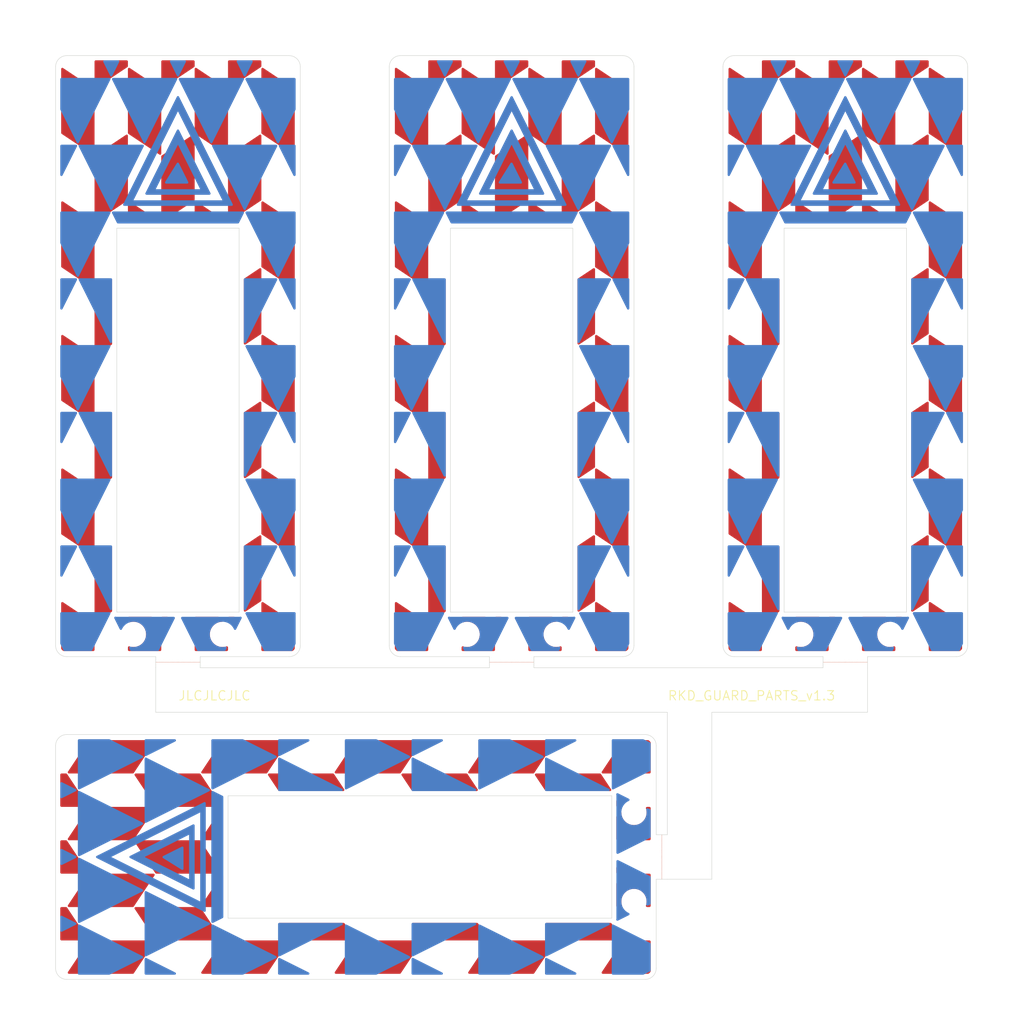
<source format=kicad_pcb>
(kicad_pcb (version 20241229) (generator "pcbnew") (generator_version "9.0")
  (layers (0 "F.Cu" signal) (2 "B.Cu" signal) (13 "F.Paste" user) (15 "B.Paste" user) (5 "F.SilkS" user "F.Silkscreen") (7 "B.SilkS" user "B.Silkscreen") (1 "F.Mask" user) (3 "B.Mask" user) (25 "Edge.Cuts" user))
  (net 0 "")
  (footprint "Rikkodo_FootPrint:rkd_cutdot_no_edgecut_4" (layer "F.Cu") (at 65.48432 88.403832)
    (property "Reference" "REF**" (hide yes))
    (property "Value" "rkd_cutdot_no_edgecut_4" (hide yes))
    (pad "" np_thru_hole circle (at -2.083821 0.000711 90) (size 0.5 0.5) (drill 0.5) (layers "*.Cu" "*.Mask"))
    (pad "" np_thru_hole circle (at -1.488509 0.000711 90) (size 0.5 0.5) (drill 0.5) (layers "*.Cu" "*.Mask"))
    (pad "" np_thru_hole circle (at -0.893197 0.000711 90) (size 0.5 0.5) (drill 0.5) (layers "*.Cu" "*.Mask"))
    (pad "" np_thru_hole circle (at -0.297885 0.000711 90) (size 0.5 0.5) (drill 0.5) (layers "*.Cu" "*.Mask"))
    (pad "" np_thru_hole circle (at 0.297429 0.000712 90) (size 0.5 0.5) (drill 0.5) (layers "*.Cu" "*.Mask"))
    (pad "" np_thru_hole circle (at 0.892741 0.000712 90) (size 0.5 0.5) (drill 0.5) (layers "*.Cu" "*.Mask"))
    (pad "" np_thru_hole circle (at 1.488053 0.000712 90) (size 0.5 0.5) (drill 0.5) (layers "*.Cu" "*.Mask"))
    (pad "" np_thru_hole circle (at 2.083365 0.000712 90) (size 0.5 0.5) (drill 0.5) (layers "*.Cu" "*.Mask"))
  )
  (footprint "Rikkodo_FootPrint:rkd_cutdot_no_edgecut_4" (layer "F.Cu") (at 101.20304 88.403832)
    (property "Reference" "REF**" (hide yes))
    (property "Value" "rkd_cutdot_no_edgecut_4" (hide yes))
    (pad "" np_thru_hole circle (at -2.083821 0.000711 90) (size 0.5 0.5) (drill 0.5) (layers "*.Cu" "*.Mask"))
    (pad "" np_thru_hole circle (at -1.488509 0.000711 90) (size 0.5 0.5) (drill 0.5) (layers "*.Cu" "*.Mask"))
    (pad "" np_thru_hole circle (at -0.893197 0.000711 90) (size 0.5 0.5) (drill 0.5) (layers "*.Cu" "*.Mask"))
    (pad "" np_thru_hole circle (at -0.297885 0.000711 90) (size 0.5 0.5) (drill 0.5) (layers "*.Cu" "*.Mask"))
    (pad "" np_thru_hole circle (at 0.297429 0.000712 90) (size 0.5 0.5) (drill 0.5) (layers "*.Cu" "*.Mask"))
    (pad "" np_thru_hole circle (at 0.892741 0.000712 90) (size 0.5 0.5) (drill 0.5) (layers "*.Cu" "*.Mask"))
    (pad "" np_thru_hole circle (at 1.488053 0.000712 90) (size 0.5 0.5) (drill 0.5) (layers "*.Cu" "*.Mask"))
    (pad "" np_thru_hole circle (at 2.083365 0.000712 90) (size 0.5 0.5) (drill 0.5) (layers "*.Cu" "*.Mask"))
  )
  (footprint "Rikkodo_FootPrint:rkd_Guard_Screw_Hall" (layer "F.Cu") (at 136.921859 55.959365 -90)
    (property "Reference" "Point1" (hide yes))
    (property "Value" "Guard_Screw_Hall" (hide yes))
    (pad "" np_thru_hole circle (at 29.765625 -4.7625 270) (size 2.2 2.2) (drill 2.2) (layers "*.Cu" "*.Mask"))
    (pad "" np_thru_hole circle (at 29.765625 4.7625 270) (size 2.2 2.2) (drill 2.2) (layers "*.Cu" "*.Mask"))
  )
  (footprint "Rikkodo_FootPrint:rkd_cutdot_no_edgecut_4" (layer "F.Cu") (at 136.92176 88.403832)
    (property "Reference" "REF**" (hide yes))
    (property "Value" "rkd_cutdot_no_edgecut_4" (hide yes))
    (pad "" np_thru_hole circle (at -2.083821 0.000711 90) (size 0.5 0.5) (drill 0.5) (layers "*.Cu" "*.Mask"))
    (pad "" np_thru_hole circle (at -1.488509 0.000711 90) (size 0.5 0.5) (drill 0.5) (layers "*.Cu" "*.Mask"))
    (pad "" np_thru_hole circle (at -0.893197 0.000711 90) (size 0.5 0.5) (drill 0.5) (layers "*.Cu" "*.Mask"))
    (pad "" np_thru_hole circle (at -0.297885 0.000711 90) (size 0.5 0.5) (drill 0.5) (layers "*.Cu" "*.Mask"))
    (pad "" np_thru_hole circle (at 0.297429 0.000712 90) (size 0.5 0.5) (drill 0.5) (layers "*.Cu" "*.Mask"))
    (pad "" np_thru_hole circle (at 0.892741 0.000712 90) (size 0.5 0.5) (drill 0.5) (layers "*.Cu" "*.Mask"))
    (pad "" np_thru_hole circle (at 1.488053 0.000712 90) (size 0.5 0.5) (drill 0.5) (layers "*.Cu" "*.Mask"))
    (pad "" np_thru_hole circle (at 2.083365 0.000712 90) (size 0.5 0.5) (drill 0.5) (layers "*.Cu" "*.Mask"))
  )
  (footprint "Rikkodo_FootPrint:rkd_Guard_Screw_Hall" (layer "F.Cu") (at 84.534324 109.537515)
    (property "Reference" "Point1" (hide yes))
    (property "Value" "Guard_Screw_Hall" (hide yes))
    (pad "" np_thru_hole circle (at 29.765625 -4.7625) (size 2.2 2.2) (drill 2.2) (layers "*.Cu" "*.Mask"))
    (pad "" np_thru_hole circle (at 29.765625 4.7625) (size 2.2 2.2) (drill 2.2) (layers "*.Cu" "*.Mask"))
  )
  (footprint "Rikkodo_FootPrint:rkd_cutdot_no_edgecut_4" (layer "F.Cu") (at 116.978808 109.537394 90)
    (property "Reference" "REF**" (hide yes))
    (property "Value" "rkd_cutdot_no_edgecut_4" (hide yes))
    (pad "" np_thru_hole circle (at -2.083821 0.000711 180) (size 0.5 0.5) (drill 0.5) (layers "*.Cu" "*.Mask"))
    (pad "" np_thru_hole circle (at -1.488509 0.000711 180) (size 0.5 0.5) (drill 0.5) (layers "*.Cu" "*.Mask"))
    (pad "" np_thru_hole circle (at -0.893197 0.000711 180) (size 0.5 0.5) (drill 0.5) (layers "*.Cu" "*.Mask"))
    (pad "" np_thru_hole circle (at -0.297885 0.000711 180) (size 0.5 0.5) (drill 0.5) (layers "*.Cu" "*.Mask"))
    (pad "" np_thru_hole circle (at 0.297429 0.000712 180) (size 0.5 0.5) (drill 0.5) (layers "*.Cu" "*.Mask"))
    (pad "" np_thru_hole circle (at 0.892741 0.000712 180) (size 0.5 0.5) (drill 0.5) (layers "*.Cu" "*.Mask"))
    (pad "" np_thru_hole circle (at 1.488053 0.000712 180) (size 0.5 0.5) (drill 0.5) (layers "*.Cu" "*.Mask"))
    (pad "" np_thru_hole circle (at 2.083365 0.000712 180) (size 0.5 0.5) (drill 0.5) (layers "*.Cu" "*.Mask"))
  )
  (footprint "Rikkodo_FootPrint:rkd_Guard_Screw_Hall" (layer "F.Cu") (at 65.484426 55.959397 -90)
    (property "Reference" "Point1" (hide yes))
    (property "Value" "Guard_Screw_Hall" (hide yes))
    (pad "" np_thru_hole circle (at 29.765625 -4.7625 270) (size 2.2 2.2) (drill 2.2) (layers "*.Cu" "*.Mask"))
    (pad "" np_thru_hole circle (at 29.765625 4.7625 270) (size 2.2 2.2) (drill 2.2) (layers "*.Cu" "*.Mask"))
  )
  (footprint "Rikkodo_FootPrint:rkd_Guard_Screw_Hall" (layer "F.Cu") (at 101.203109 55.959365 -90)
    (property "Reference" "Point1" (hide yes))
    (property "Value" "Guard_Screw_Hall" (hide yes))
    (pad "" np_thru_hole circle (at 29.765625 -4.7625 270) (size 2.2 2.2) (drill 2.2) (layers "*.Cu" "*.Mask"))
    (pad "" np_thru_hole circle (at 29.765625 4.7625 270) (size 2.2 2.2) (drill 2.2) (layers "*.Cu" "*.Mask"))
  )
  (gr_line (start 116.68125 111.918869) (end 117.871727 111.918869) (stroke (width 0.05)) (layer "Edge.Cuts"))
  (gr_line (start 125.009858 23.812528) (end 148.828133 23.81249) (stroke (width 0.05)) (layer "Edge.Cuts"))
  (gr_arc (start 88.106228 25.003113) (mid 88.454964 24.161239) (end 89.296853 23.812488) (stroke (width 0.05)) (layer "Edge.Cuts"))
  (gr_arc (start 113.109373 23.81249) (mid 113.951271 24.161217) (end 114.299998 25.003115) (stroke (width 0.05)) (layer "Edge.Cuts"))
  (gr_arc (start 114.299999 86.915666) (mid 113.951289 87.757588) (end 113.109374 88.106291) (stroke (width 0.05)) (layer "Edge.Cuts"))
  (gr_line (start 134.540505 89.296768) (end 103.584251 89.296768) (stroke (width 0.05)) (layer "Edge.Cuts"))
  (gr_line (start 130.37339 42.267211) (end 143.470276 42.267211) (stroke (width 0.05)) (layer "Edge.Cuts"))
  (gr_arc (start 77.39069 23.812522) (mid 78.232588 24.161249) (end 78.581315 25.003147) (stroke (width 0.05)) (layer "Edge.Cuts"))
  (gr_line (start 63.103072 88.106323) (end 63.103072 89.2968) (stroke (width 0.05)) (layer "Edge.Cuts"))
  (gr_arc (start 52.387449 97.631251) (mid 52.736176 96.789353) (end 53.578074 96.440626) (stroke (width 0.05)) (layer "Edge.Cuts"))
  (gr_line (start 70.84217 116.085984) (end 70.84217 102.989098) (stroke (width 0.05)) (layer "Edge.Cuts"))
  (gr_line (start 123.824978 25.003113) (end 123.824977 86.928298) (stroke (width 0.05)) (layer "Edge.Cuts"))
  (gr_line (start 111.918767 102.989098) (end 111.918767 116.085984) (stroke (width 0.05)) (layer "Edge.Cuts"))
  (gr_line (start 117.871727 111.918869) (end 122.634375 111.918869) (stroke (width 0.05)) (layer "Edge.Cuts"))
  (gr_line (start 98.821755 89.296768) (end 67.865568 89.296768) (stroke (width 0.05)) (layer "Edge.Cuts"))
  (gr_line (start 52.387487 121.449516) (end 52.387449 97.631241) (stroke (width 0.05)) (layer "Edge.Cuts"))
  (gr_line (start 94.65464 83.343808) (end 94.65464 42.267211) (stroke (width 0.05)) (layer "Edge.Cuts"))
  (gr_line (start 143.470276 83.343808) (end 130.37339 83.343808) (stroke (width 0.05)) (layer "Edge.Cuts"))
  (gr_line (start 78.581316 86.915799) (end 78.581315 25.003147) (stroke (width 0.05)) (layer "Edge.Cuts"))
  (gr_line (start 103.584251 88.106144) (end 113.109374 88.106291) (stroke (width 0.05)) (layer "Edge.Cuts"))
  (gr_line (start 107.751526 42.267211) (end 107.751526 83.343808) (stroke (width 0.05)) (layer "Edge.Cuts"))
  (gr_line (start 122.634375 94.059375) (end 139.303125 94.059478) (stroke (width 0.05)) (layer "Edge.Cuts"))
  (gr_line (start 139.303001 88.106144) (end 148.828124 88.106291) (stroke (width 0.05)) (layer "Edge.Cuts"))
  (gr_line (start 107.751526 83.343808) (end 94.65464 83.343808) (stroke (width 0.05)) (layer "Edge.Cuts"))
  (gr_arc (start 78.581316 86.915698) (mid 78.232606 87.75762) (end 77.390691 88.106323) (stroke (width 0.05)) (layer "Edge.Cuts"))
  (gr_line (start 72.032843 42.267243) (end 72.032843 83.34384) (stroke (width 0.05)) (layer "Edge.Cuts"))
  (gr_line (start 114.299999 86.915767) (end 114.299998 25.003115) (stroke (width 0.05)) (layer "Edge.Cuts"))
  (gr_line (start 134.540505 88.106291) (end 134.540505 89.296768) (stroke (width 0.05)) (layer "Edge.Cuts"))
  (gr_line (start 70.84217 102.989098) (end 111.918767 102.989098) (stroke (width 0.05)) (layer "Edge.Cuts"))
  (gr_arc (start 53.578072 122.634396) (mid 52.736191 122.285652) (end 52.387447 121.443771) (stroke (width 0.05)) (layer "Edge.Cuts"))
  (gr_arc (start 115.490625 96.440625) (mid 116.332544 96.789331) (end 116.68125 97.63125) (stroke (width 0.05)) (layer "Edge.Cuts"))
  (gr_line (start 139.303001 88.106144) (end 139.303001 89.296768) (stroke (width 0.05)) (layer "Edge.Cuts"))
  (gr_line (start 88.106228 25.003113) (end 88.106227 86.928298) (stroke (width 0.05)) (layer "Edge.Cuts"))
  (gr_line (start 116.681103 107.156373) (end 116.68125 97.63125) (stroke (width 0.05)) (layer "Edge.Cuts"))
  (gr_arc (start 52.387545 25.003145) (mid 52.736281 24.161271) (end 53.57817 23.81252) (stroke (width 0.05)) (layer "Edge.Cuts"))
  (gr_arc (start 148.828123 23.81249) (mid 149.670021 24.161217) (end 150.018748 25.003115) (stroke (width 0.05)) (layer "Edge.Cuts"))
  (gr_line (start 72.032843 83.34384) (end 58.935957 83.34384) (stroke (width 0.05)) (layer "Edge.Cuts"))
  (gr_line (start 115.490726 96.440625) (end 53.578074 96.440626) (stroke (width 0.05)) (layer "Edge.Cuts"))
  (gr_line (start 63.103072 89.2968) (end 63.103019 94.059375) (stroke (width 0.05)) (layer "Edge.Cuts"))
  (gr_line (start 63.103019 94.059375) (end 117.871822 94.059375) (stroke (width 0.05)) (layer "Edge.Cuts"))
  (gr_line (start 67.865568 88.106176) (end 77.390691 88.106323) (stroke (width 0.05)) (layer "Edge.Cuts"))
  (gr_arc (start 150.018749 86.915666) (mid 149.670039 87.757588) (end 148.828124 88.106291) (stroke (width 0.05)) (layer "Edge.Cuts"))
  (gr_line (start 89.310255 88.106292) (end 98.821755 88.106291) (stroke (width 0.05)) (layer "Edge.Cuts"))
  (gr_line (start 130.37339 83.343808) (end 130.37339 42.267211) (stroke (width 0.05)) (layer "Edge.Cuts"))
  (gr_line (start 116.681251 121.430369) (end 116.68125 111.918869) (stroke (width 0.05)) (layer "Edge.Cuts"))
  (gr_arc (start 89.310255 88.106284) (mid 88.46416 87.766767) (end 88.106227 86.928298) (stroke (width 0.05)) (layer "Edge.Cuts"))
  (gr_line (start 111.918767 116.085984) (end 70.84217 116.085984) (stroke (width 0.05)) (layer "Edge.Cuts"))
  (gr_line (start 143.470276 42.267211) (end 143.470276 83.343808) (stroke (width 0.05)) (layer "Edge.Cuts"))
  (gr_line (start 94.65464 42.267211) (end 107.751526 42.267211) (stroke (width 0.05)) (layer "Edge.Cuts"))
  (gr_line (start 150.018749 86.915767) (end 150.018748 25.003115) (stroke (width 0.05)) (layer "Edge.Cuts"))
  (gr_line (start 139.303125 94.059375) (end 139.303001 89.296768) (stroke (width 0.05)) (layer "Edge.Cuts"))
  (gr_line (start 98.821755 88.106291) (end 98.821755 89.296768) (stroke (width 0.05)) (layer "Edge.Cuts"))
  (gr_line (start 122.634375 94.059375) (end 122.634265 111.918873) (stroke (width 0.05)) (layer "Edge.Cuts"))
  (gr_line (start 117.871837 94.059375) (end 117.871727 107.156373) (stroke (width 0.05)) (layer "Edge.Cuts"))
  (gr_line (start 125.029005 88.106292) (end 134.540505 88.106291) (stroke (width 0.05)) (layer "Edge.Cuts"))
  (gr_line (start 58.935957 42.267243) (end 72.032843 42.267243) (stroke (width 0.05)) (layer "Edge.Cuts"))
  (gr_line (start 52.387545 25.003145) (end 52.387544 86.92833) (stroke (width 0.05)) (layer "Edge.Cuts"))
  (gr_line (start 53.591572 88.106324) (end 63.103072 88.106323) (stroke (width 0.05)) (layer "Edge.Cuts"))
  (gr_line (start 53.572425 23.81256) (end 77.3907 23.812522) (stroke (width 0.05)) (layer "Edge.Cuts"))
  (gr_line (start 53.578072 122.634396) (end 115.503257 122.634397) (stroke (width 0.05)) (layer "Edge.Cuts"))
  (gr_line (start 103.584251 88.106144) (end 103.584251 89.296768) (stroke (width 0.05)) (layer "Edge.Cuts"))
  (gr_line (start 58.935957 83.34384) (end 58.935957 42.267243) (stroke (width 0.05)) (layer "Edge.Cuts"))
  (gr_arc (start 125.029005 88.106284) (mid 124.18291 87.766767) (end 123.824977 86.928298) (stroke (width 0.05)) (layer "Edge.Cuts"))
  (gr_line (start 67.865568 88.106176) (end 67.865568 89.2968) (stroke (width 0.05)) (layer "Edge.Cuts"))
  (gr_arc (start 123.824978 25.003113) (mid 124.173714 24.161239) (end 125.015603 23.812488) (stroke (width 0.05)) (layer "Edge.Cuts"))
  (gr_arc (start 53.591572 88.106316) (mid 52.745477 87.766799) (end 52.387544 86.92833) (stroke (width 0.05)) (layer "Edge.Cuts"))
  (gr_line (start 116.681103 107.156373) (end 117.871727 107.156373) (stroke (width 0.05)) (layer "Edge.Cuts"))
  (gr_arc (start 116.681243 121.430369) (mid 116.341726 122.276464) (end 115.503257 122.634397) (stroke (width 0.05)) (layer "Edge.Cuts"))
  (gr_line (start 89.291108 23.812528) (end 113.109383 23.81249) (stroke (width 0.05)) (layer "Edge.Cuts"))
  (gr_text "JLCJLCJLC" (at 65.484375 92.86875 0) (layer "F.SilkS") (effects (font (size 1 1) (thickness 0.1)) (justify left bottom)))
  (gr_text "RKD_GUARD_PARTS_v1.3" (at 117.871875 92.86875 0) (layer "F.SilkS") (effects (font (size 1 1) (thickness 0.1)) (justify left bottom)))
  (zone (net 0) (net_name "") (layer "F.Cu") (name "deco") (connect_pads (clearance 0)) (min_thickness 0.25)
    (keepout (tracks allowed) (vias allowed) (pads allowed) (copperpour not_allowed) (footprints allowed))
    (fill (thermal_gap 0.5) (thermal_bridge_width 0.5))
    (polygon (pts (xy 135.135936 27.384358) (xy 135.135936 34.528108) (xy 138.707811 32.146858) (xy 138.707811 25.003108)))
  )
  (zone (net 0) (net_name "") (layer "F.Cu") (name "deco") (connect_pads (clearance 0)) (min_thickness 0.25)
    (keepout (tracks allowed) (vias allowed) (pads allowed) (copperpour not_allowed) (footprints allowed))
    (fill (thermal_gap 0.5) (thermal_bridge_width 0.5))
    (polygon (pts (xy 113.109375 97.035926) (xy 120.253125 97.035926) (xy 117.871875 93.464051) (xy 110.728125 93.464051)))
  )
  (zone (net 0) (net_name "") (layer "F.Cu") (name "deco") (connect_pads (clearance 0)) (min_thickness 0.25)
    (keepout (tracks allowed) (vias allowed) (pads allowed) (copperpour not_allowed) (footprints allowed))
    (fill (thermal_gap 0.5) (thermal_bridge_width 0.5))
    (polygon (pts (xy 95.845311 53.578126) (xy 95.845311 46.434376) (xy 99.417186 48.815626) (xy 99.417186 55.959376)))
  )
  (zone (net 0) (net_name "") (layer "F.Cu") (name "deco") (connect_pads (clearance 0)) (min_thickness 0.25)
    (keepout (tracks allowed) (vias allowed) (pads allowed) (copperpour not_allowed) (footprints allowed))
    (fill (thermal_gap 0.5) (thermal_bridge_width 0.5))
    (polygon (pts (xy 88.106324 87.511011) (xy 88.106324 88.106324) (xy 114.300096 88.106324) (xy 114.300096 87.511011)))
  )
  (zone (net 0) (net_name "") (layer "F.Cu") (name "deco") (connect_pads (clearance 0)) (min_thickness 0.25)
    (keepout (tracks allowed) (vias allowed) (pads allowed) (copperpour not_allowed) (footprints allowed))
    (fill (thermal_gap 0.5) (thermal_bridge_width 0.5))
    (polygon (pts (xy 49.411 27.38438) (xy 49.411 34.52813) (xy 52.982875 32.14688) (xy 52.982875 25.00313)))
  )
  (zone (net 0) (net_name "") (layer "F.Cu") (name "deco") (connect_pads (clearance 0)) (min_thickness 0.25)
    (keepout (tracks allowed) (vias allowed) (pads allowed) (copperpour not_allowed) (footprints allowed))
    (fill (thermal_gap 0.5) (thermal_bridge_width 0.5))
    (polygon (pts (xy 123.825104 87.511011) (xy 123.825104 88.106324) (xy 150.018876 88.106324) (xy 150.018876 87.511011)))
  )
  (zone (net 0) (net_name "") (layer "F.Cu") (name "deco") (connect_pads (clearance 0)) (min_thickness 0.25)
    (keepout (tracks allowed) (vias allowed) (pads allowed) (copperpour not_allowed) (footprints allowed))
    (fill (thermal_gap 0.5) (thermal_bridge_width 0.5))
    (polygon (pts (xy 63.698509 70.246928) (xy 63.698509 77.390678) (xy 67.270384 75.009428) (xy 67.270384 67.865678)))
  )
  (zone (net 0) (net_name "") (layer "F.Cu") (name "deco") (connect_pads (clearance 0)) (min_thickness 0.25)
    (keepout (tracks allowed) (vias allowed) (pads allowed) (copperpour not_allowed) (footprints allowed))
    (fill (thermal_gap 0.5) (thermal_bridge_width 0.5))
    (polygon (pts (xy 92.273436 41.671876) (xy 92.273436 48.815626) (xy 95.845311 46.434376) (xy 95.845311 39.290626)))
  )
  (zone (net 0) (net_name "") (layer "F.Cu") (name "deco") (connect_pads (clearance 0)) (min_thickness 0.25)
    (keepout (tracks allowed) (vias allowed) (pads allowed) (copperpour not_allowed) (footprints allowed))
    (fill (thermal_gap 0.5) (thermal_bridge_width 0.5))
    (polygon (pts (xy 52.982884 82.153178) (xy 52.982884 75.009428) (xy 56.554759 77.390678) (xy 56.554759 84.534428)))
  )
  (zone (net 0) (net_name "") (layer "F.Cu") (name "deco") (connect_pads (clearance 0)) (min_thickness 0.25)
    (keepout (tracks allowed) (vias allowed) (pads allowed) (copperpour not_allowed) (footprints allowed))
    (fill (thermal_gap 0.5) (thermal_bridge_width 0.5))
    (polygon (pts (xy 77.986006 41.671918) (xy 77.986006 48.815668) (xy 81.557881 46.434418) (xy 81.557881 39.290668)))
  )
  (zone (net 0) (net_name "") (layer "F.Cu") (name "deco") (connect_pads (clearance 0)) (min_thickness 0.25)
    (keepout (tracks allowed) (vias allowed) (pads allowed) (copperpour not_allowed) (footprints allowed))
    (fill (thermal_gap 0.5) (thermal_bridge_width 0.5))
    (polygon (pts (xy 98.821855 118.467182) (xy 105.965605 118.467182) (xy 103.584355 114.895307) (xy 96.440605 114.895307)))
  )
  (zone (net 0) (net_name "") (layer "F.Cu") (name "deco") (connect_pads (clearance 0)) (min_thickness 0.25)
    (keepout (tracks allowed) (vias allowed) (pads allowed) (copperpour not_allowed) (footprints allowed))
    (fill (thermal_gap 0.5) (thermal_bridge_width 0.5))
    (polygon (pts (xy 63.698503 27.38439) (xy 63.698503 34.52814) (xy 67.270378 32.14689) (xy 67.270378 25.00314)))
  )
  (zone (net 0) (net_name "") (layer "F.Cu") (name "deco") (connect_pads (clearance 0)) (min_thickness 0.25)
    (keepout (tracks allowed) (vias allowed) (pads allowed) (copperpour not_allowed) (footprints allowed))
    (fill (thermal_gap 0.5) (thermal_bridge_width 0.5))
    (polygon (pts (xy 55.959317 104.179688) (xy 63.103067 104.179688) (xy 60.721817 100.607813) (xy 53.578067 100.607813)))
  )
  (zone (net 0) (net_name "") (layer "F.Cu") (name "deco") (connect_pads (clearance 0)) (min_thickness 0.25)
    (keepout (tracks allowed) (vias allowed) (pads allowed) (copperpour not_allowed) (footprints allowed))
    (fill (thermal_gap 0.5) (thermal_bridge_width 0.5))
    (polygon (pts (xy 70.842256 55.959418) (xy 70.842256 63.103168) (xy 74.414131 60.721918) (xy 74.414131 53.578168)))
  )
  (zone (net 0) (net_name "") (layer "F.Cu") (name "deco") (connect_pads (clearance 0)) (min_thickness 0.25)
    (keepout (tracks allowed) (vias allowed) (pads allowed) (copperpour not_allowed) (footprints allowed))
    (fill (thermal_gap 0.5) (thermal_bridge_width 0.5))
    (polygon (pts (xy 127.992195 84.534406) (xy 127.992195 91.678156) (xy 131.56407 89.296906) (xy 131.56407 82.153156)))
  )
  (zone (net 0) (net_name "") (layer "F.Cu") (name "deco") (connect_pads (clearance 0)) (min_thickness 0.25)
    (keepout (tracks allowed) (vias allowed) (pads allowed) (copperpour not_allowed) (footprints allowed))
    (fill (thermal_gap 0.5) (thermal_bridge_width 0.5))
    (polygon (pts (xy 145.851564 53.578136) (xy 145.851564 46.434386) (xy 149.423439 48.815636) (xy 149.423439 55.959386)))
  )
  (zone (net 0) (net_name "") (layer "F.Cu") (name "deco") (connect_pads (clearance 0)) (min_thickness 0.25)
    (keepout (tracks allowed) (vias allowed) (pads allowed) (copperpour not_allowed) (footprints allowed))
    (fill (thermal_gap 0.5) (thermal_bridge_width 0.5))
    (polygon (pts (xy 142.279692 70.246896) (xy 142.279692 77.390646) (xy 145.851567 75.009396) (xy 145.851567 67.865646)))
  )
  (zone (net 0) (net_name "") (layer "F.Cu") (name "deco") (connect_pads (clearance 0)) (min_thickness 0.25)
    (keepout (tracks allowed) (vias allowed) (pads allowed) (copperpour not_allowed) (footprints allowed))
    (fill (thermal_gap 0.5) (thermal_bridge_width 0.5))
    (polygon (pts (xy 70.246825 125.610941) (xy 77.390575 125.610941) (xy 75.009325 122.039066) (xy 67.865575 122.039066)))
  )
  (zone (net 0) (net_name "") (layer "F.Cu") (name "deco") (connect_pads (clearance 0)) (min_thickness 0.25)
    (keepout (tracks allowed) (vias allowed) (pads allowed) (copperpour not_allowed) (footprints allowed))
    (fill (thermal_gap 0.5) (thermal_bridge_width 0.5))
    (polygon (pts (xy 67.865575 122.039066) (xy 60.721825 122.039066) (xy 63.103075 118.467191) (xy 70.246825 118.467191)))
  )
  (zone (net 0) (net_name "") (layer "F.Cu") (name "deco") (connect_pads (clearance 0)) (min_thickness 0.25)
    (keepout (tracks allowed) (vias allowed) (pads allowed) (copperpour not_allowed) (footprints allowed))
    (fill (thermal_gap 0.5) (thermal_bridge_width 0.5))
    (polygon (pts (xy 85.129692 84.534396) (xy 85.129692 91.678146) (xy 88.701567 89.296896) (xy 88.701567 82.153146)))
  )
  (zone (net 0) (net_name "") (layer "F.Cu") (name "deco") (connect_pads (clearance 0)) (min_thickness 0.25)
    (keepout (tracks allowed) (vias allowed) (pads allowed) (copperpour not_allowed) (footprints allowed))
    (fill (thermal_gap 0.5) (thermal_bridge_width 0.5))
    (polygon (pts (xy 99.417192 70.246896) (xy 99.417192 77.390646) (xy 102.989067 75.009396) (xy 102.989067 67.865646)))
  )
  (zone (net 0) (net_name "") (layer "F.Cu") (name "deco") (connect_pads (clearance 0)) (min_thickness 0.25)
    (keepout (tracks allowed) (vias allowed) (pads allowed) (copperpour not_allowed) (footprints allowed))
    (fill (thermal_gap 0.5) (thermal_bridge_width 0.5))
    (polygon (pts (xy 63.698512 84.534438) (xy 63.698512 91.678188) (xy 67.270387 89.296938) (xy 67.270387 82.153188)))
  )
  (zone (net 0) (net_name "") (layer "F.Cu") (name "deco") (connect_pads (clearance 0)) (min_thickness 0.25)
    (keepout (tracks allowed) (vias allowed) (pads allowed) (copperpour not_allowed) (footprints allowed))
    (fill (thermal_gap 0.5) (thermal_bridge_width 0.5))
    (polygon (pts (xy 95.845314 67.865636) (xy 95.845314 60.721886) (xy 99.417189 63.103136) (xy 99.417189 70.246886)))
  )
  (zone (net 0) (net_name "") (layer "F.Cu") (name "deco") (connect_pads (clearance 0)) (min_thickness 0.25)
    (keepout (tracks allowed) (vias allowed) (pads allowed) (copperpour not_allowed) (footprints allowed))
    (fill (thermal_gap 0.5) (thermal_bridge_width 0.5))
    (polygon (pts (xy 74.414137 82.153188) (xy 74.414137 75.009438) (xy 77.986012 77.390688) (xy 77.986012 84.534438)))
  )
  (zone (net 0) (net_name "") (layer "F.Cu") (name "deco") (connect_pads (clearance 0)) (min_thickness 0.25)
    (keepout (tracks allowed) (vias allowed) (pads allowed) (copperpour not_allowed) (footprints allowed))
    (fill (thermal_gap 0.5) (thermal_bridge_width 0.5))
    (polygon (pts (xy 120.848442 84.534396) (xy 120.848442 91.678146) (xy 124.420317 89.296896) (xy 124.420317 82.153146)))
  )
  (zone (net 0) (net_name "") (layer "F.Cu") (name "deco") (connect_pads (clearance 0)) (min_thickness 0.25)
    (keepout (tracks allowed) (vias allowed) (pads allowed) (copperpour not_allowed) (footprints allowed))
    (fill (thermal_gap 0.5) (thermal_bridge_width 0.5))
    (polygon (pts (xy 82.153085 107.751563) (xy 75.009335 107.751563) (xy 77.390585 104.179688) (xy 84.534335 104.179688)))
  )
  (zone (net 0) (net_name "") (layer "F.Cu") (name "deco") (connect_pads (clearance 0)) (min_thickness 0.25)
    (keepout (tracks allowed) (vias allowed) (pads allowed) (copperpour not_allowed) (footprints allowed))
    (fill (thermal_gap 0.5) (thermal_bridge_width 0.5))
    (polygon (pts (xy 67.270381 67.865668) (xy 67.270381 60.721918) (xy 70.842256 63.103168) (xy 70.842256 70.246918)))
  )
  (zone (net 0) (net_name "") (layer "F.Cu") (name "deco") (connect_pads (clearance 0)) (min_thickness 0.25)
    (keepout (tracks allowed) (vias allowed) (pads allowed) (copperpour not_allowed) (footprints allowed))
    (fill (thermal_gap 0.5) (thermal_bridge_width 0.5))
    (polygon (pts (xy 102.989064 67.865636) (xy 102.989064 60.721886) (xy 106.560939 63.103136) (xy 106.560939 70.246886)))
  )
  (zone (net 0) (net_name "") (layer "F.Cu") (name "deco") (connect_pads (clearance 0)) (min_thickness 0.25)
    (keepout (tracks allowed) (vias allowed) (pads allowed) (copperpour not_allowed) (footprints allowed))
    (fill (thermal_gap 0.5) (thermal_bridge_width 0.5))
    (polygon (pts (xy 92.273445 84.534406) (xy 92.273445 91.678156) (xy 95.84532 89.296906) (xy 95.84532 82.153156)))
  )
  (zone (net 0) (net_name "") (layer "F.Cu") (name "deco") (connect_pads (clearance 0)) (min_thickness 0.25)
    (keepout (tracks allowed) (vias allowed) (pads allowed) (copperpour not_allowed) (footprints allowed))
    (fill (thermal_gap 0.5) (thermal_bridge_width 0.5))
    (polygon (pts (xy 138.707811 53.578126) (xy 138.707811 46.434376) (xy 142.279686 48.815626) (xy 142.279686 55.959376)))
  )
  (zone (net 0) (net_name "") (layer "F.Cu") (name "deco") (connect_pads (clearance 0)) (min_thickness 0.25)
    (keepout (tracks allowed) (vias allowed) (pads allowed) (copperpour not_allowed) (footprints allowed))
    (fill (thermal_gap 0.5) (thermal_bridge_width 0.5))
    (polygon (pts (xy 138.707817 82.153146) (xy 138.707817 75.009396) (xy 142.279692 77.390646) (xy 142.279692 84.534396)))
  )
  (zone (net 0) (net_name "") (layer "F.Cu") (name "deco") (connect_pads (clearance 0)) (min_thickness 0.25)
    (keepout (tracks allowed) (vias allowed) (pads allowed) (copperpour not_allowed) (footprints allowed))
    (fill (thermal_gap 0.5) (thermal_bridge_width 0.5))
    (polygon (pts (xy 149.423445 70.246906) (xy 149.423445 77.390656) (xy 152.99532 75.009406) (xy 152.99532 67.865656)))
  )
  (zone (net 0) (net_name "") (layer "F.Cu") (name "deco") (connect_pads (clearance 0)) (min_thickness 0.25)
    (keepout (tracks allowed) (vias allowed) (pads allowed) (copperpour not_allowed) (footprints allowed))
    (fill (thermal_gap 0.5) (thermal_bridge_width 0.5))
    (polygon (pts (xy 74.414128 39.290658) (xy 74.414128 32.146908) (xy 77.986003 34.528158) (xy 77.986003 41.671908)))
  )
  (zone (net 0) (net_name "") (layer "F.Cu") (name "deco") (connect_pads (clearance 0)) (min_thickness 0.25)
    (keepout (tracks allowed) (vias allowed) (pads allowed) (copperpour not_allowed) (footprints allowed))
    (fill (thermal_gap 0.5) (thermal_bridge_width 0.5))
    (polygon (pts (xy 142.279695 84.534406) (xy 142.279695 91.678156) (xy 145.85157 89.296906) (xy 145.85157 82.153156)))
  )
  (zone (net 0) (net_name "") (layer "F.Cu") (name "deco") (connect_pads (clearance 0)) (min_thickness 0.25)
    (keepout (tracks allowed) (vias allowed) (pads allowed) (copperpour not_allowed) (footprints allowed))
    (fill (thermal_gap 0.5) (thermal_bridge_width 0.5))
    (polygon (pts (xy 67.865575 107.751566) (xy 60.721825 107.751566) (xy 63.103075 104.179691) (xy 70.246825 104.179691)))
  )
  (zone (net 0) (net_name "") (layer "F.Cu") (name "deco") (connect_pads (clearance 0)) (min_thickness 0.25)
    (keepout (tracks allowed) (vias allowed) (pads allowed) (copperpour not_allowed) (footprints allowed))
    (fill (thermal_gap 0.5) (thermal_bridge_width 0.5))
    (polygon (pts (xy 67.865575 114.895316) (xy 60.721825 114.895316) (xy 63.103075 111.323441) (xy 70.246825 111.323441)))
  )
  (zone (net 0) (net_name "") (layer "F.Cu") (name "deco") (connect_pads (clearance 0)) (min_thickness 0.25)
    (keepout (tracks allowed) (vias allowed) (pads allowed) (copperpour not_allowed) (footprints allowed))
    (fill (thermal_gap 0.5) (thermal_bridge_width 0.5))
    (polygon (pts (xy 52.387544 87.511011) (xy 52.387544 88.106324) (xy 78.581316 88.106324) (xy 78.581316 87.511011)))
  )
  (zone (net 0) (net_name "") (layer "F.Cu") (name "deco") (connect_pads (clearance 0)) (min_thickness 0.25)
    (keepout (tracks allowed) (vias allowed) (pads allowed) (copperpour not_allowed) (footprints allowed))
    (fill (thermal_gap 0.5) (thermal_bridge_width 0.5))
    (polygon (pts (xy 116.085938 122.634397) (xy 116.681251 122.634397) (xy 116.681251 96.440625) (xy 116.085938 96.440625)))
  )
  (zone (net 0) (net_name "") (layer "F.Cu") (name "deco") (connect_pads (clearance 0)) (min_thickness 0.25)
    (keepout (tracks allowed) (vias allowed) (pads allowed) (copperpour not_allowed) (footprints allowed))
    (fill (thermal_gap 0.5) (thermal_bridge_width 0.5))
    (polygon (pts (xy 113.109365 118.467179) (xy 120.253115 118.467179) (xy 117.871865 114.895304) (xy 110.728115 114.895304)))
  )
  (zone (net 0) (net_name "") (layer "F.Cu") (name "deco") (connect_pads (clearance 0)) (min_thickness 0.25)
    (keepout (tracks allowed) (vias allowed) (pads allowed) (copperpour not_allowed) (footprints allowed))
    (fill (thermal_gap 0.5) (thermal_bridge_width 0.5))
    (polygon (pts (xy 106.560936 41.671876) (xy 106.560936 48.815626) (xy 110.132811 46.434376) (xy 110.132811 39.290626)))
  )
  (zone (net 0) (net_name "") (layer "F.Cu") (name "deco") (connect_pads (clearance 0)) (min_thickness 0.25)
    (keepout (tracks allowed) (vias allowed) (pads allowed) (copperpour not_allowed) (footprints allowed))
    (fill (thermal_gap 0.5) (thermal_bridge_width 0.5))
    (polygon (pts (xy 110.132811 25.003108) (xy 110.132811 17.859358) (xy 113.704686 20.240608) (xy 113.704686 27.384358)))
  )
  (zone (net 0) (net_name "") (layer "F.Cu") (name "deco") (connect_pads (clearance 0)) (min_thickness 0.25)
    (keepout (tracks allowed) (vias allowed) (pads allowed) (copperpour not_allowed) (footprints allowed))
    (fill (thermal_gap 0.5) (thermal_bridge_width 0.5))
    (polygon (pts (xy 106.560939 55.959386) (xy 106.560939 63.103136) (xy 110.132814 60.721886) (xy 110.132814 53.578136)))
  )
  (zone (net 0) (net_name "") (layer "F.Cu") (name "deco") (connect_pads (clearance 0)) (min_thickness 0.25)
    (keepout (tracks allowed) (vias allowed) (pads allowed) (copperpour not_allowed) (footprints allowed))
    (fill (thermal_gap 0.5) (thermal_bridge_width 0.5))
    (polygon (pts (xy 60.126625 25.00313) (xy 60.126625 17.85938) (xy 63.6985 20.24063) (xy 63.6985 27.38438)))
  )
  (zone (net 0) (net_name "") (layer "F.Cu") (name "deco") (connect_pads (clearance 0)) (min_thickness 0.25)
    (keepout (tracks allowed) (vias allowed) (pads allowed) (copperpour not_allowed) (footprints allowed))
    (fill (thermal_gap 0.5) (thermal_bridge_width 0.5))
    (polygon (pts (xy 138.707808 25.003098) (xy 138.707808 17.859348) (xy 142.279683 20.240598) (xy 142.279683 27.384348)))
  )
  (zone (net 0) (net_name "") (layer "F.Cu") (name "deco") (connect_pads (clearance 0)) (min_thickness 0.25)
    (keepout (tracks allowed) (vias allowed) (pads allowed) (copperpour not_allowed) (footprints allowed))
    (fill (thermal_gap 0.5) (thermal_bridge_width 0.5))
    (polygon (pts (xy 110.132811 39.290626) (xy 110.132811 32.146876) (xy 113.704686 34.528126) (xy 113.704686 41.671876)))
  )
  (zone (net 0) (net_name "") (layer "F.Cu") (name "deco") (connect_pads (clearance 0)) (min_thickness 0.25)
    (keepout (tracks allowed) (vias allowed) (pads allowed) (copperpour not_allowed) (footprints allowed))
    (fill (thermal_gap 0.5) (thermal_bridge_width 0.5))
    (polygon (pts (xy 67.270384 82.153178) (xy 67.270384 75.009428) (xy 70.842259 77.390678) (xy 70.842259 84.534428)))
  )
  (zone (net 0) (net_name "") (layer "F.Cu") (name "deco") (connect_pads (clearance 0)) (min_thickness 0.25)
    (keepout (tracks allowed) (vias allowed) (pads allowed) (copperpour not_allowed) (footprints allowed))
    (fill (thermal_gap 0.5) (thermal_bridge_width 0.5))
    (polygon (pts (xy 77.986006 27.3844) (xy 77.986006 34.52815) (xy 81.557881 32.1469) (xy 81.557881 25.00315)))
  )
  (zone (net 0) (net_name "") (layer "F.Cu") (name "deco") (connect_pads (clearance 0)) (min_thickness 0.25)
    (keepout (tracks allowed) (vias allowed) (pads allowed) (copperpour not_allowed) (footprints allowed))
    (fill (thermal_gap 0.5) (thermal_bridge_width 0.5))
    (polygon (pts (xy 127.992186 41.671876) (xy 127.992186 48.815626) (xy 131.564061 46.434376) (xy 131.564061 39.290626)))
  )
  (zone (net 0) (net_name "") (layer "F.Cu") (name "deco") (connect_pads (clearance 0)) (min_thickness 0.25)
    (keepout (tracks allowed) (vias allowed) (pads allowed) (copperpour not_allowed) (footprints allowed))
    (fill (thermal_gap 0.5) (thermal_bridge_width 0.5))
    (polygon (pts (xy 82.153095 100.60781) (xy 75.009345 100.60781) (xy 77.390595 97.035935) (xy 84.534345 97.035935)))
  )
  (zone (net 0) (net_name "") (layer "F.Cu") (name "deco") (connect_pads (clearance 0)) (min_thickness 0.25)
    (keepout (tracks allowed) (vias allowed) (pads allowed) (copperpour not_allowed) (footprints allowed))
    (fill (thermal_gap 0.5) (thermal_bridge_width 0.5))
    (polygon (pts (xy 127.992189 55.959386) (xy 127.992189 63.103136) (xy 131.564064 60.721886) (xy 131.564064 53.578136)))
  )
  (zone (net 0) (net_name "") (layer "F.Cu") (name "deco") (connect_pads (clearance 0)) (min_thickness 0.25)
    (keepout (tracks allowed) (vias allowed) (pads allowed) (copperpour not_allowed) (footprints allowed))
    (fill (thermal_gap 0.5) (thermal_bridge_width 0.5))
    (polygon (pts (xy 88.701564 67.865636) (xy 88.701564 60.721886) (xy 92.273439 63.103136) (xy 92.273439 70.246886)))
  )
  (zone (net 0) (net_name "") (layer "F.Cu") (name "deco") (connect_pads (clearance 0)) (min_thickness 0.25)
    (keepout (tracks allowed) (vias allowed) (pads allowed) (copperpour not_allowed) (footprints allowed))
    (fill (thermal_gap 0.5) (thermal_bridge_width 0.5))
    (polygon (pts (xy 110.728105 107.751557) (xy 103.584355 107.751557) (xy 105.965605 104.179682) (xy 113.109355 104.179682)))
  )
  (zone (net 0) (net_name "") (layer "F.Cu") (name "deco") (connect_pads (clearance 0)) (min_thickness 0.25)
    (keepout (tracks allowed) (vias allowed) (pads allowed) (copperpour not_allowed) (footprints allowed))
    (fill (thermal_gap 0.5) (thermal_bridge_width 0.5))
    (polygon (pts (xy 60.126634 82.153178) (xy 60.126634 75.009428) (xy 63.698509 77.390678) (xy 63.698509 84.534428)))
  )
  (zone (net 0) (net_name "") (layer "F.Cu") (name "deco") (connect_pads (clearance 0)) (min_thickness 0.25)
    (keepout (tracks allowed) (vias allowed) (pads allowed) (copperpour not_allowed) (footprints allowed))
    (fill (thermal_gap 0.5) (thermal_bridge_width 0.5))
    (polygon (pts (xy 98.821845 125.610935) (xy 105.965595 125.610935) (xy 103.584345 122.03906) (xy 96.440595 122.03906)))
  )
  (zone (net 0) (net_name "") (layer "F.Cu") (name "deco") (connect_pads (clearance 0)) (min_thickness 0.25)
    (keepout (tracks allowed) (vias allowed) (pads allowed) (copperpour not_allowed) (footprints allowed))
    (fill (thermal_gap 0.5) (thermal_bridge_width 0.5))
    (polygon (pts (xy 145.851561 39.290626) (xy 145.851561 32.146876) (xy 149.423436 34.528126) (xy 149.423436 41.671876)))
  )
  (zone (net 0) (net_name "") (layer "F.Cu") (name "deco") (connect_pads (clearance 0)) (min_thickness 0.25)
    (keepout (tracks allowed) (vias allowed) (pads allowed) (copperpour not_allowed) (footprints allowed))
    (fill (thermal_gap 0.5) (thermal_bridge_width 0.5))
    (polygon (pts (xy 124.420311 53.578126) (xy 124.420311 46.434376) (xy 127.992186 48.815626) (xy 127.992186 55.959376)))
  )
  (zone (net 0) (net_name "") (layer "F.Cu") (name "deco") (connect_pads (clearance 0)) (min_thickness 0.25)
    (keepout (tracks allowed) (vias allowed) (pads allowed) (copperpour not_allowed) (footprints allowed))
    (fill (thermal_gap 0.5) (thermal_bridge_width 0.5))
    (polygon (pts (xy 77.986015 84.534448) (xy 77.986015 91.678198) (xy 81.55789 89.296948) (xy 81.55789 82.153198)))
  )
  (zone (net 0) (net_name "") (layer "F.Cu") (name "deco") (connect_pads (clearance 0)) (min_thickness 0.25)
    (keepout (tracks allowed) (vias allowed) (pads allowed) (copperpour not_allowed) (footprints allowed))
    (fill (thermal_gap 0.5) (thermal_bridge_width 0.5))
    (polygon (pts (xy 63.698503 41.671908) (xy 63.698503 48.815658) (xy 67.270378 46.434408) (xy 67.270378 39.290658)))
  )
  (zone (net 0) (net_name "") (layer "F.Cu") (name "deco") (connect_pads (clearance 0)) (min_thickness 0.25)
    (keepout (tracks allowed) (vias allowed) (pads allowed) (copperpour not_allowed) (footprints allowed))
    (fill (thermal_gap 0.5) (thermal_bridge_width 0.5))
    (polygon (pts (xy 52.982878 53.578158) (xy 52.982878 46.434408) (xy 56.554753 48.815658) (xy 56.554753 55.959408)))
  )
  (zone (net 0) (net_name "") (layer "F.Cu") (name "deco") (connect_pads (clearance 0)) (min_thickness 0.25)
    (keepout (tracks allowed) (vias allowed) (pads allowed) (copperpour not_allowed) (footprints allowed))
    (fill (thermal_gap 0.5) (thermal_bridge_width 0.5))
    (polygon (pts (xy 67.270375 39.290648) (xy 67.270375 32.146898) (xy 70.84225 34.528148) (xy 70.84225 41.671898)))
  )
  (zone (net 0) (net_name "") (layer "F.Cu") (name "deco") (connect_pads (clearance 0)) (min_thickness 0.25)
    (keepout (tracks allowed) (vias allowed) (pads allowed) (copperpour not_allowed) (footprints allowed))
    (fill (thermal_gap 0.5) (thermal_bridge_width 0.5))
    (polygon (pts (xy 74.414131 53.578168) (xy 74.414131 46.434418) (xy 77.986006 48.815668) (xy 77.986006 55.959418)))
  )
  (zone (net 0) (net_name "") (layer "F.Cu") (name "deco") (connect_pads (clearance 0)) (min_thickness 0.25)
    (keepout (tracks allowed) (vias allowed) (pads allowed) (copperpour not_allowed) (footprints allowed))
    (fill (thermal_gap 0.5) (thermal_bridge_width 0.5))
    (polygon (pts (xy 120.848433 27.384348) (xy 120.848433 34.528098) (xy 124.420308 32.146848) (xy 124.420308 25.003098)))
  )
  (zone (net 0) (net_name "") (layer "F.Cu") (name "deco") (connect_pads (clearance 0)) (min_thickness 0.25)
    (keepout (tracks allowed) (vias allowed) (pads allowed) (copperpour not_allowed) (footprints allowed))
    (fill (thermal_gap 0.5) (thermal_bridge_width 0.5))
    (polygon (pts (xy 149.423448 84.534416) (xy 149.423448 91.678166) (xy 152.995323 89.296916) (xy 152.995323 82.153166)))
  )
  (zone (net 0) (net_name "") (layer "F.Cu") (name "deco") (connect_pads (clearance 0)) (min_thickness 0.25)
    (keepout (tracks allowed) (vias allowed) (pads allowed) (copperpour not_allowed) (footprints allowed))
    (fill (thermal_gap 0.5) (thermal_bridge_width 0.5))
    (polygon (pts (xy 135.135939 55.959386) (xy 135.135939 63.103136) (xy 138.707814 60.721886) (xy 138.707814 53.578136)))
  )
  (zone (net 0) (net_name "") (layer "F.Cu") (name "deco") (connect_pads (clearance 0)) (min_thickness 0.25)
    (keepout (tracks allowed) (vias allowed) (pads allowed) (copperpour not_allowed) (footprints allowed))
    (fill (thermal_gap 0.5) (thermal_bridge_width 0.5))
    (polygon (pts (xy 145.85157 82.153156) (xy 145.85157 75.009406) (xy 149.423445 77.390656) (xy 149.423445 84.534406)))
  )
  (zone (net 0) (net_name "") (layer "F.Cu") (name "deco") (connect_pads (clearance 0)) (min_thickness 0.25)
    (keepout (tracks allowed) (vias allowed) (pads allowed) (copperpour not_allowed) (footprints allowed))
    (fill (thermal_gap 0.5) (thermal_bridge_width 0.5))
    (polygon (pts (xy 96.440595 107.75156) (xy 89.296845 107.75156) (xy 91.678095 104.179685) (xy 98.821845 104.179685)))
  )
  (zone (net 0) (net_name "") (layer "F.Cu") (name "deco") (connect_pads (clearance 0)) (min_thickness 0.25)
    (keepout (tracks allowed) (vias allowed) (pads allowed) (copperpour not_allowed) (footprints allowed))
    (fill (thermal_gap 0.5) (thermal_bridge_width 0.5))
    (polygon (pts (xy 113.109365 104.179679) (xy 120.253115 104.179679) (xy 117.871865 100.607804) (xy 110.728115 100.607804)))
  )
  (zone (net 0) (net_name "") (layer "F.Cu") (name "deco") (connect_pads (clearance 0)) (min_thickness 0.25)
    (keepout (tracks allowed) (vias allowed) (pads allowed) (copperpour not_allowed) (footprints allowed))
    (fill (thermal_gap 0.5) (thermal_bridge_width 0.5))
    (polygon (pts (xy 99.417195 84.534406) (xy 99.417195 91.678156) (xy 102.98907 89.296906) (xy 102.98907 82.153156)))
  )
  (zone (net 0) (net_name "") (layer "F.Cu") (name "deco") (connect_pads (clearance 0)) (min_thickness 0.25)
    (keepout (tracks allowed) (vias allowed) (pads allowed) (copperpour not_allowed) (footprints allowed))
    (fill (thermal_gap 0.5) (thermal_bridge_width 0.5))
    (polygon (pts (xy 70.842259 70.246928) (xy 70.842259 77.390678) (xy 74.414134 75.009428) (xy 74.414134 67.865678)))
  )
  (zone (net 0) (net_name "") (layer "F.Cu") (name "deco") (connect_pads (clearance 0)) (min_thickness 0.25)
    (keepout (tracks allowed) (vias allowed) (pads allowed) (copperpour not_allowed) (footprints allowed))
    (fill (thermal_gap 0.5) (thermal_bridge_width 0.5))
    (polygon (pts (xy 110.728105 122.039057) (xy 103.584355 122.039057) (xy 105.965605 118.467182) (xy 113.109355 118.467182)))
  )
  (zone (net 0) (net_name "") (layer "F.Cu") (name "deco") (connect_pads (clearance 0)) (min_thickness 0.25)
    (keepout (tracks allowed) (vias allowed) (pads allowed) (copperpour not_allowed) (footprints allowed))
    (fill (thermal_gap 0.5) (thermal_bridge_width 0.5))
    (polygon (pts (xy 70.246835 118.467188) (xy 77.390585 118.467188) (xy 75.009335 114.895313) (xy 67.865585 114.895313)))
  )
  (zone (net 0) (net_name "") (layer "F.Cu") (name "deco") (connect_pads (clearance 0)) (min_thickness 0.25)
    (keepout (tracks allowed) (vias allowed) (pads allowed) (copperpour not_allowed) (footprints allowed))
    (fill (thermal_gap 0.5) (thermal_bridge_width 0.5))
    (polygon (pts (xy 60.126628 53.578158) (xy 60.126628 46.434408) (xy 63.698503 48.815658) (xy 63.698503 55.959408)))
  )
  (zone (net 0) (net_name "") (layer "F.Cu") (name "deco") (connect_pads (clearance 0)) (min_thickness 0.25)
    (keepout (tracks allowed) (vias allowed) (pads allowed) (copperpour not_allowed) (footprints allowed))
    (fill (thermal_gap 0.5) (thermal_bridge_width 0.5))
    (polygon (pts (xy 96.440605 100.607807) (xy 89.296855 100.607807) (xy 91.678105 97.035932) (xy 98.821855 97.035932)))
  )
  (zone (net 0) (net_name "") (layer "F.Cu") (name "deco") (connect_pads (clearance 0)) (min_thickness 0.25)
    (keepout (tracks allowed) (vias allowed) (pads allowed) (copperpour not_allowed) (footprints allowed))
    (fill (thermal_gap 0.5) (thermal_bridge_width 0.5))
    (polygon (pts (xy 84.534355 97.035932) (xy 91.678105 97.035932) (xy 89.296855 93.464057) (xy 82.153105 93.464057)))
  )
  (zone (net 0) (net_name "") (layer "F.Cu") (name "deco") (connect_pads (clearance 0)) (min_thickness 0.25)
    (keepout (tracks allowed) (vias allowed) (pads allowed) (copperpour not_allowed) (footprints allowed))
    (fill (thermal_gap 0.5) (thermal_bridge_width 0.5))
    (polygon (pts (xy 110.132817 67.865646) (xy 110.132817 60.721896) (xy 113.704692 63.103146) (xy 113.704692 70.246896)))
  )
  (zone (net 0) (net_name "") (layer "F.Cu") (name "deco") (connect_pads (clearance 0)) (min_thickness 0.25)
    (keepout (tracks allowed) (vias allowed) (pads allowed) (copperpour not_allowed) (footprints allowed))
    (fill (thermal_gap 0.5) (thermal_bridge_width 0.5))
    (polygon (pts (xy 124.420314 67.865636) (xy 124.420314 60.721886) (xy 127.992189 63.103136) (xy 127.992189 70.246886)))
  )
  (zone (net 0) (net_name "") (layer "F.Cu") (name "deco") (connect_pads (clearance 0)) (min_thickness 0.25)
    (keepout (tracks allowed) (vias allowed) (pads allowed) (copperpour not_allowed) (footprints allowed))
    (fill (thermal_gap 0.5) (thermal_bridge_width 0.5))
    (polygon (pts (xy 70.842262 84.534438) (xy 70.842262 91.678188) (xy 74.414137 89.296938) (xy 74.414137 82.153188)))
  )
  (zone (net 0) (net_name "") (layer "F.Cu") (name "deco") (connect_pads (clearance 0)) (min_thickness 0.25)
    (keepout (tracks allowed) (vias allowed) (pads allowed) (copperpour not_allowed) (footprints allowed))
    (fill (thermal_gap 0.5) (thermal_bridge_width 0.5))
    (polygon (pts (xy 85.129683 41.671866) (xy 85.129683 48.815616) (xy 88.701558 46.434366) (xy 88.701558 39.290616)))
  )
  (zone (net 0) (net_name "") (layer "F.Cu") (name "deco") (connect_pads (clearance 0)) (min_thickness 0.25)
    (keepout (tracks allowed) (vias allowed) (pads allowed) (copperpour not_allowed) (footprints allowed))
    (fill (thermal_gap 0.5) (thermal_bridge_width 0.5))
    (polygon (pts (xy 135.135945 84.534406) (xy 135.135945 91.678156) (xy 138.70782 89.296906) (xy 138.70782 82.153156)))
  )
  (zone (net 0) (net_name "") (layer "F.Cu") (name "deco") (connect_pads (clearance 0)) (min_thickness 0.25)
    (keepout (tracks allowed) (vias allowed) (pads allowed) (copperpour not_allowed) (footprints allowed))
    (fill (thermal_gap 0.5) (thermal_bridge_width 0.5))
    (polygon (pts (xy 60.126625 39.290648) (xy 60.126625 32.146898) (xy 63.6985 34.528148) (xy 63.6985 41.671898)))
  )
  (zone (net 0) (net_name "") (layer "F.Cu") (name "deco") (connect_pads (clearance 0)) (min_thickness 0.25)
    (keepout (tracks allowed) (vias allowed) (pads allowed) (copperpour not_allowed) (footprints allowed))
    (fill (thermal_gap 0.5) (thermal_bridge_width 0.5))
    (polygon (pts (xy 113.704695 70.246906) (xy 113.704695 77.390656) (xy 117.27657 75.009406) (xy 117.27657 67.865656)))
  )
  (zone (net 0) (net_name "") (layer "F.Cu") (name "deco") (connect_pads (clearance 0)) (min_thickness 0.25)
    (keepout (tracks allowed) (vias allowed) (pads allowed) (copperpour not_allowed) (footprints allowed))
    (fill (thermal_gap 0.5) (thermal_bridge_width 0.5))
    (polygon (pts (xy 63.698506 55.959418) (xy 63.698506 63.103168) (xy 67.270381 60.721918) (xy 67.270381 53.578168)))
  )
  (zone (net 0) (net_name "") (layer "F.Cu") (name "deco") (connect_pads (clearance 0)) (min_thickness 0.25)
    (keepout (tracks allowed) (vias allowed) (pads allowed) (copperpour not_allowed) (footprints allowed))
    (fill (thermal_gap 0.5) (thermal_bridge_width 0.5))
    (polygon (pts (xy 49.411 41.671898) (xy 49.411 48.815648) (xy 52.982875 46.434398) (xy 52.982875 39.290648)))
  )
  (zone (net 0) (net_name "") (layer "F.Cu") (name "deco") (connect_pads (clearance 0)) (min_thickness 0.25)
    (keepout (tracks allowed) (vias allowed) (pads allowed) (copperpour not_allowed) (footprints allowed))
    (fill (thermal_gap 0.5) (thermal_bridge_width 0.5))
    (polygon (pts (xy 84.534345 118.467185) (xy 91.678095 118.467185) (xy 89.296845 114.89531) (xy 82.153095 114.89531)))
  )
  (zone (net 0) (net_name "") (layer "F.Cu") (name "deco") (connect_pads (clearance 0)) (min_thickness 0.25)
    (keepout (tracks allowed) (vias allowed) (pads allowed) (copperpour not_allowed) (footprints allowed))
    (fill (thermal_gap 0.5) (thermal_bridge_width 0.5))
    (polygon (pts (xy 95.845308 25.003098) (xy 95.845308 17.859348) (xy 99.417183 20.240598) (xy 99.417183 27.384348)))
  )
  (zone (net 0) (net_name "") (layer "F.Cu") (name "deco") (connect_pads (clearance 0)) (min_thickness 0.25)
    (keepout (tracks allowed) (vias allowed) (pads allowed) (copperpour not_allowed) (footprints allowed))
    (fill (thermal_gap 0.5) (thermal_bridge_width 0.5))
    (polygon (pts (xy 124.420317 82.153146) (xy 124.420317 75.009396) (xy 127.992192 77.390646) (xy 127.992192 84.534396)))
  )
  (zone (net 0) (net_name "") (layer "F.Cu") (name "deco") (connect_pads (clearance 0)) (min_thickness 0.25)
    (keepout (tracks allowed) (vias allowed) (pads allowed) (copperpour not_allowed) (footprints allowed))
    (fill (thermal_gap 0.5) (thermal_bridge_width 0.5))
    (polygon (pts (xy 135.135942 70.246896) (xy 135.135942 77.390646) (xy 138.707817 75.009396) (xy 138.707817 67.865646)))
  )
  (zone (net 0) (net_name "") (layer "F.Cu") (name "deco") (connect_pads (clearance 0)) (min_thickness 0.25)
    (keepout (tracks allowed) (vias allowed) (pads allowed) (copperpour not_allowed) (footprints allowed))
    (fill (thermal_gap 0.5) (thermal_bridge_width 0.5))
    (polygon (pts (xy 96.440595 114.89531) (xy 89.296845 114.89531) (xy 91.678095 111.323435) (xy 98.821845 111.323435)))
  )
  (zone (net 0) (net_name "") (layer "F.Cu") (name "deco") (connect_pads (clearance 0)) (min_thickness 0.25)
    (keepout (tracks allowed) (vias allowed) (pads allowed) (copperpour not_allowed) (footprints allowed))
    (fill (thermal_gap 0.5) (thermal_bridge_width 0.5))
    (polygon (pts (xy 88.701558 25.003098) (xy 88.701558 17.859348) (xy 92.273433 20.240598) (xy 92.273433 27.384348)))
  )
  (zone (net 0) (net_name "") (layer "F.Cu") (name "deco") (connect_pads (clearance 0)) (min_thickness 0.25)
    (keepout (tracks allowed) (vias allowed) (pads allowed) (copperpour not_allowed) (footprints allowed))
    (fill (thermal_gap 0.5) (thermal_bridge_width 0.5))
    (polygon (pts (xy 149.423439 41.671886) (xy 149.423439 48.815636) (xy 152.995314 46.434386) (xy 152.995314 39.290636)))
  )
  (zone (net 0) (net_name "") (layer "F.Cu") (name "deco") (connect_pads (clearance 0)) (min_thickness 0.25)
    (keepout (tracks allowed) (vias allowed) (pads allowed) (copperpour not_allowed) (footprints allowed))
    (fill (thermal_gap 0.5) (thermal_bridge_width 0.5))
    (polygon (pts (xy 102.989067 82.153146) (xy 102.989067 75.009396) (xy 106.560942 77.390646) (xy 106.560942 84.534396)))
  )
  (zone (net 0) (net_name "") (layer "F.Cu") (name "deco") (connect_pads (clearance 0)) (min_thickness 0.25)
    (keepout (tracks allowed) (vias allowed) (pads allowed) (copperpour not_allowed) (footprints allowed))
    (fill (thermal_gap 0.5) (thermal_bridge_width 0.5))
    (polygon (pts (xy 84.534345 111.323435) (xy 91.678095 111.323435) (xy 89.296845 107.75156) (xy 82.153095 107.75156)))
  )
  (zone (net 0) (net_name "") (layer "F.Cu") (name "deco") (connect_pads (clearance 0)) (min_thickness 0.25)
    (keepout (tracks allowed) (vias allowed) (pads allowed) (copperpour not_allowed) (footprints allowed))
    (fill (thermal_gap 0.5) (thermal_bridge_width 0.5))
    (polygon (pts (xy 70.842253 41.671908) (xy 70.842253 48.815658) (xy 74.414128 46.434408) (xy 74.414128 39.290658)))
  )
  (zone (net 0) (net_name "") (layer "F.Cu") (name "deco") (connect_pads (clearance 0)) (min_thickness 0.25)
    (keepout (tracks allowed) (vias allowed) (pads allowed) (copperpour not_allowed) (footprints allowed))
    (fill (thermal_gap 0.5) (thermal_bridge_width 0.5))
    (polygon (pts (xy 102.989061 53.578126) (xy 102.989061 46.434376) (xy 106.560936 48.815626) (xy 106.560936 55.959376)))
  )
  (zone (net 0) (net_name "") (layer "F.Cu") (name "deco") (connect_pads (clearance 0)) (min_thickness 0.25)
    (keepout (tracks allowed) (vias allowed) (pads allowed) (copperpour not_allowed) (footprints allowed))
    (fill (thermal_gap 0.5) (thermal_bridge_width 0.5))
    (polygon (pts (xy 120.848433 41.671866) (xy 120.848433 48.815616) (xy 124.420308 46.434366) (xy 124.420308 39.290616)))
  )
  (zone (net 0) (net_name "") (layer "F.Cu") (name "deco") (connect_pads (clearance 0)) (min_thickness 0.25)
    (keepout (tracks allowed) (vias allowed) (pads allowed) (copperpour not_allowed) (footprints allowed))
    (fill (thermal_gap 0.5) (thermal_bridge_width 0.5))
    (polygon (pts (xy 95.845317 82.153146) (xy 95.845317 75.009396) (xy 99.417192 77.390646) (xy 99.417192 84.534396)))
  )
  (zone (net 0) (net_name "") (layer "F.Cu") (name "deco") (connect_pads (clearance 0)) (min_thickness 0.25)
    (keepout (tracks allowed) (vias allowed) (pads allowed) (copperpour not_allowed) (footprints allowed))
    (fill (thermal_gap 0.5) (thermal_bridge_width 0.5))
    (polygon (pts (xy 55.959307 125.610941) (xy 63.103057 125.610941) (xy 60.721807 122.039066) (xy 53.578057 122.039066)))
  )
  (zone (net 0) (net_name "") (layer "F.Cu") (name "deco") (connect_pads (clearance 0)) (min_thickness 0.25)
    (keepout (tracks allowed) (vias allowed) (pads allowed) (copperpour not_allowed) (footprints allowed))
    (fill (thermal_gap 0.5) (thermal_bridge_width 0.5))
    (polygon (pts (xy 77.986009 55.959428) (xy 77.986009 63.103178) (xy 81.557884 60.721928) (xy 81.557884 53.578178)))
  )
  (zone (net 0) (net_name "") (layer "F.Cu") (name "deco") (connect_pads (clearance 0)) (min_thickness 0.25)
    (keepout (tracks allowed) (vias allowed) (pads allowed) (copperpour not_allowed) (footprints allowed))
    (fill (thermal_gap 0.5) (thermal_bridge_width 0.5))
    (polygon (pts (xy 113.704689 27.384368) (xy 113.704689 34.528118) (xy 117.276564 32.146868) (xy 117.276564 25.003118)))
  )
  (zone (net 0) (net_name "") (layer "F.Cu") (name "deco") (connect_pads (clearance 0)) (min_thickness 0.25)
    (keepout (tracks allowed) (vias allowed) (pads allowed) (copperpour not_allowed) (footprints allowed))
    (fill (thermal_gap 0.5) (thermal_bridge_width 0.5))
    (polygon (pts (xy 55.959317 118.467188) (xy 63.103067 118.467188) (xy 60.721817 114.895313) (xy 53.578067 114.895313)))
  )
  (zone (net 0) (net_name "") (layer "F.Cu") (name "deco") (connect_pads (clearance 0)) (min_thickness 0.25)
    (keepout (tracks allowed) (vias allowed) (pads allowed) (copperpour not_allowed) (footprints allowed))
    (fill (thermal_gap 0.5) (thermal_bridge_width 0.5))
    (polygon (pts (xy 149.423439 27.384368) (xy 149.423439 34.528118) (xy 152.995314 32.146868) (xy 152.995314 25.003118)))
  )
  (zone (net 0) (net_name "") (layer "F.Cu") (name "deco") (connect_pads (clearance 0)) (min_thickness 0.25)
    (keepout (tracks allowed) (vias allowed) (pads allowed) (copperpour not_allowed) (footprints allowed))
    (fill (thermal_gap 0.5) (thermal_bridge_width 0.5))
    (polygon (pts (xy 135.135936 41.671876) (xy 135.135936 48.815626) (xy 138.707811 46.434376) (xy 138.707811 39.290626)))
  )
  (zone (net 0) (net_name "") (layer "F.Cu") (name "deco") (connect_pads (clearance 0)) (min_thickness 0.25)
    (keepout (tracks allowed) (vias allowed) (pads allowed) (copperpour not_allowed) (footprints allowed))
    (fill (thermal_gap 0.5) (thermal_bridge_width 0.5))
    (polygon (pts (xy 92.273439 55.959386) (xy 92.273439 63.103136) (xy 95.845314 60.721886) (xy 95.845314 53.578136)))
  )
  (zone (net 0) (net_name "") (layer "F.Cu") (name "deco") (connect_pads (clearance 0)) (min_thickness 0.25)
    (keepout (tracks allowed) (vias allowed) (pads allowed) (copperpour not_allowed) (footprints allowed))
    (fill (thermal_gap 0.5) (thermal_bridge_width 0.5))
    (polygon (pts (xy 82.153085 122.039063) (xy 75.009335 122.039063) (xy 77.390585 118.467188) (xy 84.534335 118.467188)))
  )
  (zone (net 0) (net_name "") (layer "F.Cu") (name "deco") (connect_pads (clearance 0)) (min_thickness 0.25)
    (keepout (tracks allowed) (vias allowed) (pads allowed) (copperpour not_allowed) (footprints allowed))
    (fill (thermal_gap 0.5) (thermal_bridge_width 0.5))
    (polygon (pts (xy 56.554753 41.671908) (xy 56.554753 48.815658) (xy 60.126628 46.434408) (xy 60.126628 39.290658)))
  )
  (zone (net 0) (net_name "") (layer "F.Cu") (name "deco") (connect_pads (clearance 0)) (min_thickness 0.25)
    (keepout (tracks allowed) (vias allowed) (pads allowed) (copperpour not_allowed) (footprints allowed))
    (fill (thermal_gap 0.5) (thermal_bridge_width 0.5))
    (polygon (pts (xy 131.564058 39.290616) (xy 131.564058 32.146866) (xy 135.135933 34.528116) (xy 135.135933 41.671866)))
  )
  (zone (net 0) (net_name "") (layer "F.Cu") (name "deco") (connect_pads (clearance 0)) (min_thickness 0.25)
    (keepout (tracks allowed) (vias allowed) (pads allowed) (copperpour not_allowed) (footprints allowed))
    (fill (thermal_gap 0.5) (thermal_bridge_width 0.5))
    (polygon (pts (xy 52.982881 67.865668) (xy 52.982881 60.721918) (xy 56.554756 63.103168) (xy 56.554756 70.246918)))
  )
  (zone (net 0) (net_name "") (layer "F.Cu") (name "deco") (connect_pads (clearance 0)) (min_thickness 0.25)
    (keepout (tracks allowed) (vias allowed) (pads allowed) (copperpour not_allowed) (footprints allowed))
    (fill (thermal_gap 0.5) (thermal_bridge_width 0.5))
    (polygon (pts (xy 49.411009 84.534428) (xy 49.411009 91.678178) (xy 52.982884 89.296928) (xy 52.982884 82.153178)))
  )
  (zone (net 0) (net_name "") (layer "F.Cu") (name "deco") (connect_pads (clearance 0)) (min_thickness 0.25)
    (keepout (tracks allowed) (vias allowed) (pads allowed) (copperpour not_allowed) (footprints allowed))
    (fill (thermal_gap 0.5) (thermal_bridge_width 0.5))
    (polygon (pts (xy 55.959317 111.323438) (xy 63.103067 111.323438) (xy 60.721817 107.751563) (xy 53.578067 107.751563)))
  )
  (zone (net 0) (net_name "") (layer "F.Cu") (name "deco") (connect_pads (clearance 0)) (min_thickness 0.25)
    (keepout (tracks allowed) (vias allowed) (pads allowed) (copperpour not_allowed) (footprints allowed))
    (fill (thermal_gap 0.5) (thermal_bridge_width 0.5))
    (polygon (pts (xy 74.414128 25.00314) (xy 74.414128 17.85939) (xy 77.986003 20.24064) (xy 77.986003 27.38439)))
  )
  (zone (net 0) (net_name "") (layer "F.Cu") (name "deco") (connect_pads (clearance 0)) (min_thickness 0.25)
    (keepout (tracks allowed) (vias allowed) (pads allowed) (copperpour not_allowed) (footprints allowed))
    (fill (thermal_gap 0.5) (thermal_bridge_width 0.5))
    (polygon (pts (xy 52.982875 39.290648) (xy 52.982875 32.146898) (xy 56.55475 34.528148) (xy 56.55475 41.671898)))
  )
  (zone (net 0) (net_name "") (layer "F.Cu") (name "deco") (connect_pads (clearance 0)) (min_thickness 0.25)
    (keepout (tracks allowed) (vias allowed) (pads allowed) (copperpour not_allowed) (footprints allowed))
    (fill (thermal_gap 0.5) (thermal_bridge_width 0.5))
    (polygon (pts (xy 131.564061 53.578126) (xy 131.564061 46.434376) (xy 135.135936 48.815626) (xy 135.135936 55.959376)))
  )
  (zone (net 0) (net_name "") (layer "F.Cu") (name "deco") (connect_pads (clearance 0)) (min_thickness 0.25)
    (keepout (tracks allowed) (vias allowed) (pads allowed) (copperpour not_allowed) (footprints allowed))
    (fill (thermal_gap 0.5) (thermal_bridge_width 0.5))
    (polygon (pts (xy 138.707814 67.865636) (xy 138.707814 60.721886) (xy 142.279689 63.103136) (xy 142.279689 70.246886)))
  )
  (zone (net 0) (net_name "") (layer "F.Cu") (name "deco") (connect_pads (clearance 0)) (min_thickness 0.25)
    (keepout (tracks allowed) (vias allowed) (pads allowed) (copperpour not_allowed) (footprints allowed))
    (fill (thermal_gap 0.5) (thermal_bridge_width 0.5))
    (polygon (pts (xy 67.865585 100.607813) (xy 60.721835 100.607813) (xy 63.103085 97.035938) (xy 70.246835 97.035938)))
  )
  (zone (net 0) (net_name "") (layer "F.Cu") (name "deco") (connect_pads (clearance 0)) (min_thickness 0.25)
    (keepout (tracks allowed) (vias allowed) (pads allowed) (copperpour not_allowed) (footprints allowed))
    (fill (thermal_gap 0.5) (thermal_bridge_width 0.5))
    (polygon (pts (xy 95.845308 39.290616) (xy 95.845308 32.146866) (xy 99.417183 34.528116) (xy 99.417183 41.671866)))
  )
  (zone (net 0) (net_name "") (layer "F.Cu") (name "deco") (connect_pads (clearance 0)) (min_thickness 0.25)
    (keepout (tracks allowed) (vias allowed) (pads allowed) (copperpour not_allowed) (footprints allowed))
    (fill (thermal_gap 0.5) (thermal_bridge_width 0.5))
    (polygon (pts (xy 106.560942 70.246896) (xy 106.560942 77.390646) (xy 110.132817 75.009396) (xy 110.132817 67.865646)))
  )
  (zone (net 0) (net_name "") (layer "F.Cu") (name "deco") (connect_pads (clearance 0)) (min_thickness 0.25)
    (keepout (tracks allowed) (vias allowed) (pads allowed) (copperpour not_allowed) (footprints allowed))
    (fill (thermal_gap 0.5) (thermal_bridge_width 0.5))
    (polygon (pts (xy 88.701567 82.153146) (xy 88.701567 75.009396) (xy 92.273442 77.390646) (xy 92.273442 84.534396)))
  )
  (zone (net 0) (net_name "") (layer "F.Cu") (name "deco") (connect_pads (clearance 0)) (min_thickness 0.25)
    (keepout (tracks allowed) (vias allowed) (pads allowed) (copperpour not_allowed) (footprints allowed))
    (fill (thermal_gap 0.5) (thermal_bridge_width 0.5))
    (polygon (pts (xy 52.982875 25.00313) (xy 52.982875 17.85938) (xy 56.55475 20.24063) (xy 56.55475 27.38438)))
  )
  (zone (net 0) (net_name "") (layer "F.Cu") (name "deco") (connect_pads (clearance 0)) (min_thickness 0.25)
    (keepout (tracks allowed) (vias allowed) (pads allowed) (copperpour not_allowed) (footprints allowed))
    (fill (thermal_gap 0.5) (thermal_bridge_width 0.5))
    (polygon (pts (xy 53.578057 107.751566) (xy 46.434307 107.751566) (xy 48.815557 104.179691) (xy 55.959307 104.179691)))
  )
  (zone (net 0) (net_name "") (layer "F.Cu") (name "deco") (connect_pads (clearance 0)) (min_thickness 0.25)
    (keepout (tracks allowed) (vias allowed) (pads allowed) (copperpour not_allowed) (footprints allowed))
    (fill (thermal_gap 0.5) (thermal_bridge_width 0.5))
    (polygon (pts (xy 120.848439 70.246886) (xy 120.848439 77.390636) (xy 124.420314 75.009386) (xy 124.420314 67.865636)))
  )
  (zone (net 0) (net_name "") (layer "F.Cu") (name "deco") (connect_pads (clearance 0)) (min_thickness 0.25)
    (keepout (tracks allowed) (vias allowed) (pads allowed) (copperpour not_allowed) (footprints allowed))
    (fill (thermal_gap 0.5) (thermal_bridge_width 0.5))
    (polygon (pts (xy 77.986012 70.246938) (xy 77.986012 77.390688) (xy 81.557887 75.009438) (xy 81.557887 67.865688)))
  )
  (zone (net 0) (net_name "") (layer "F.Cu") (name "deco") (connect_pads (clearance 0)) (min_thickness 0.25)
    (keepout (tracks allowed) (vias allowed) (pads allowed) (copperpour not_allowed) (footprints allowed))
    (fill (thermal_gap 0.5) (thermal_bridge_width 0.5))
    (polygon (pts (xy 84.534345 104.179685) (xy 91.678095 104.179685) (xy 89.296845 100.60781) (xy 82.153095 100.60781)))
  )
  (zone (net 0) (net_name "") (layer "F.Cu") (name "deco") (connect_pads (clearance 0)) (min_thickness 0.25)
    (keepout (tracks allowed) (vias allowed) (pads allowed) (copperpour not_allowed) (footprints allowed))
    (fill (thermal_gap 0.5) (thermal_bridge_width 0.5))
    (polygon (pts (xy 127.992192 70.246896) (xy 127.992192 77.390646) (xy 131.564067 75.009396) (xy 131.564067 67.865646)))
  )
  (zone (net 0) (net_name "") (layer "F.Cu") (name "deco") (connect_pads (clearance 0)) (min_thickness 0.25)
    (keepout (tracks allowed) (vias allowed) (pads allowed) (copperpour not_allowed) (footprints allowed))
    (fill (thermal_gap 0.5) (thermal_bridge_width 0.5))
    (polygon (pts (xy 110.728115 100.607804) (xy 103.584365 100.607804) (xy 105.965615 97.035929) (xy 113.109365 97.035929)))
  )
  (zone (net 0) (net_name "") (layer "F.Cu") (name "deco") (connect_pads (clearance 0)) (min_thickness 0.25)
    (keepout (tracks allowed) (vias allowed) (pads allowed) (copperpour not_allowed) (footprints allowed))
    (fill (thermal_gap 0.5) (thermal_bridge_width 0.5))
    (polygon (pts (xy 85.129686 55.959376) (xy 85.129686 63.103126) (xy 88.701561 60.721876) (xy 88.701561 53.578126)))
  )
  (zone (net 0) (net_name "") (layer "F.Cu") (name "deco") (connect_pads (clearance 0)) (min_thickness 0.25)
    (keepout (tracks allowed) (vias allowed) (pads allowed) (copperpour not_allowed) (footprints allowed))
    (fill (thermal_gap 0.5) (thermal_bridge_width 0.5))
    (polygon (pts (xy 113.109365 111.323429) (xy 120.253115 111.323429) (xy 117.871865 107.751554) (xy 110.728115 107.751554)))
  )
  (zone (net 0) (net_name "") (layer "F.Cu") (name "deco") (connect_pads (clearance 0)) (min_thickness 0.25)
    (keepout (tracks allowed) (vias allowed) (pads allowed) (copperpour not_allowed) (footprints allowed))
    (fill (thermal_gap 0.5) (thermal_bridge_width 0.5))
    (polygon (pts (xy 53.578057 114.895316) (xy 46.434307 114.895316) (xy 48.815557 111.323441) (xy 55.959307 111.323441)))
  )
  (zone (net 0) (net_name "") (layer "F.Cu") (name "deco") (connect_pads (clearance 0)) (min_thickness 0.25)
    (keepout (tracks allowed) (vias allowed) (pads allowed) (copperpour not_allowed) (footprints allowed))
    (fill (thermal_gap 0.5) (thermal_bridge_width 0.5))
    (polygon (pts (xy 56.554756 55.959418) (xy 56.554756 63.103168) (xy 60.126631 60.721918) (xy 60.126631 53.578168)))
  )
  (zone (net 0) (net_name "") (layer "F.Cu") (name "deco") (connect_pads (clearance 0)) (min_thickness 0.25)
    (keepout (tracks allowed) (vias allowed) (pads allowed) (copperpour not_allowed) (footprints allowed))
    (fill (thermal_gap 0.5) (thermal_bridge_width 0.5))
    (polygon (pts (xy 113.109355 125.610932) (xy 120.253105 125.610932) (xy 117.871855 122.039057) (xy 110.728105 122.039057)))
  )
  (zone (net 0) (net_name "") (layer "F.Cu") (name "deco") (connect_pads (clearance 0)) (min_thickness 0.25)
    (keepout (tracks allowed) (vias allowed) (pads allowed) (copperpour not_allowed) (footprints allowed))
    (fill (thermal_gap 0.5) (thermal_bridge_width 0.5))
    (polygon (pts (xy 56.554762 84.534438) (xy 56.554762 91.678188) (xy 60.126637 89.296938) (xy 60.126637 82.153188)))
  )
  (zone (net 0) (net_name "") (layer "F.Cu") (name "deco") (connect_pads (clearance 0)) (min_thickness 0.25)
    (keepout (tracks allowed) (vias allowed) (pads allowed) (copperpour not_allowed) (footprints allowed))
    (fill (thermal_gap 0.5) (thermal_bridge_width 0.5))
    (polygon (pts (xy 98.821855 111.323432) (xy 105.965605 111.323432) (xy 103.584355 107.751557) (xy 96.440605 107.751557)))
  )
  (zone (net 0) (net_name "") (layer "F.Cu") (name "deco") (connect_pads (clearance 0)) (min_thickness 0.25)
    (keepout (tracks allowed) (vias allowed) (pads allowed) (copperpour not_allowed) (footprints allowed))
    (fill (thermal_gap 0.5) (thermal_bridge_width 0.5))
    (polygon (pts (xy 49.411006 70.246918) (xy 49.411006 77.390668) (xy 52.982881 75.009418) (xy 52.982881 67.865668)))
  )
  (zone (net 0) (net_name "") (layer "F.Cu") (name "deco") (connect_pads (clearance 0)) (min_thickness 0.25)
    (keepout (tracks allowed) (vias allowed) (pads allowed) (copperpour not_allowed) (footprints allowed))
    (fill (thermal_gap 0.5) (thermal_bridge_width 0.5))
    (polygon (pts (xy 110.728105 114.895307) (xy 103.584355 114.895307) (xy 105.965605 111.323432) (xy 113.109355 111.323432)))
  )
  (zone (net 0) (net_name "") (layer "F.Cu") (name "deco") (connect_pads (clearance 0)) (min_thickness 0.25)
    (keepout (tracks allowed) (vias allowed) (pads allowed) (copperpour not_allowed) (footprints allowed))
    (fill (thermal_gap 0.5) (thermal_bridge_width 0.5))
    (polygon (pts (xy 56.554759 70.246928) (xy 56.554759 77.390678) (xy 60.126634 75.009428) (xy 60.126634 67.865678)))
  )
  (zone (net 0) (net_name "") (layer "F.Cu") (name "deco") (connect_pads (clearance 0)) (min_thickness 0.25)
    (keepout (tracks allowed) (vias allowed) (pads allowed) (copperpour not_allowed) (footprints allowed))
    (fill (thermal_gap 0.5) (thermal_bridge_width 0.5))
    (polygon (pts (xy 138.707808 39.290616) (xy 138.707808 32.146866) (xy 142.279683 34.528116) (xy 142.279683 41.671866)))
  )
  (zone (net 0) (net_name "") (layer "F.Cu") (name "deco") (connect_pads (clearance 0)) (min_thickness 0.25)
    (keepout (tracks allowed) (vias allowed) (pads allowed) (copperpour not_allowed) (footprints allowed))
    (fill (thermal_gap 0.5) (thermal_bridge_width 0.5))
    (polygon (pts (xy 149.423442 55.959396) (xy 149.423442 63.103146) (xy 152.995317 60.721896) (xy 152.995317 53.578146)))
  )
  (zone (net 0) (net_name "") (layer "F.Cu") (name "deco") (connect_pads (clearance 0)) (min_thickness 0.25)
    (keepout (tracks allowed) (vias allowed) (pads allowed) (copperpour not_allowed) (footprints allowed))
    (fill (thermal_gap 0.5) (thermal_bridge_width 0.5))
    (polygon (pts (xy 106.560945 84.534406) (xy 106.560945 91.678156) (xy 110.13282 89.296906) (xy 110.13282 82.153156)))
  )
  (zone (net 0) (net_name "") (layer "F.Cu") (name "deco") (connect_pads (clearance 0)) (min_thickness 0.25)
    (keepout (tracks allowed) (vias allowed) (pads allowed) (copperpour not_allowed) (footprints allowed))
    (fill (thermal_gap 0.5) (thermal_bridge_width 0.5))
    (polygon (pts (xy 70.246835 111.323438) (xy 77.390585 111.323438) (xy 75.009335 107.751563) (xy 67.865585 107.751563)))
  )
  (zone (net 0) (net_name "") (layer "F.Cu") (name "deco") (connect_pads (clearance 0)) (min_thickness 0.25)
    (keepout (tracks allowed) (vias allowed) (pads allowed) (copperpour not_allowed) (footprints allowed))
    (fill (thermal_gap 0.5) (thermal_bridge_width 0.5))
    (polygon (pts (xy 82.153085 114.895313) (xy 75.009335 114.895313) (xy 77.390585 111.323438) (xy 84.534335 111.323438)))
  )
  (zone (net 0) (net_name "") (layer "F.Cu") (name "deco") (connect_pads (clearance 0)) (min_thickness 0.25)
    (keepout (tracks allowed) (vias allowed) (pads allowed) (copperpour not_allowed) (footprints allowed))
    (fill (thermal_gap 0.5) (thermal_bridge_width 0.5))
    (polygon (pts (xy 102.989058 25.003098) (xy 102.989058 17.859348) (xy 106.560933 20.240598) (xy 106.560933 27.384348)))
  )
  (zone (net 0) (net_name "") (layer "F.Cu") (name "deco") (connect_pads (clearance 0)) (min_thickness 0.25)
    (keepout (tracks allowed) (vias allowed) (pads allowed) (copperpour not_allowed) (footprints allowed))
    (fill (thermal_gap 0.5) (thermal_bridge_width 0.5))
    (polygon (pts (xy 110.132814 53.578136) (xy 110.132814 46.434386) (xy 113.704689 48.815636) (xy 113.704689 55.959386)))
  )
  (zone (net 0) (net_name "") (layer "F.Cu") (name "deco") (connect_pads (clearance 0)) (min_thickness 0.25)
    (keepout (tracks allowed) (vias allowed) (pads allowed) (copperpour not_allowed) (footprints allowed))
    (fill (thermal_gap 0.5) (thermal_bridge_width 0.5))
    (polygon (pts (xy 99.417186 41.671876) (xy 99.417186 48.815626) (xy 102.989061 46.434376) (xy 102.989061 39.290626)))
  )
  (zone (net 0) (net_name "") (layer "F.Cu") (name "deco") (connect_pads (clearance 0)) (min_thickness 0.25)
    (keepout (tracks allowed) (vias allowed) (pads allowed) (copperpour not_allowed) (footprints allowed))
    (fill (thermal_gap 0.5) (thermal_bridge_width 0.5))
    (polygon (pts (xy 99.417189 55.959386) (xy 99.417189 63.103136) (xy 102.989064 60.721886) (xy 102.989064 53.578136)))
  )
  (zone (net 0) (net_name "") (layer "F.Cu") (name "deco") (connect_pads (clearance 0)) (min_thickness 0.25)
    (keepout (tracks allowed) (vias allowed) (pads allowed) (copperpour not_allowed) (footprints allowed))
    (fill (thermal_gap 0.5) (thermal_bridge_width 0.5))
    (polygon (pts (xy 98.821855 104.179682) (xy 105.965605 104.179682) (xy 103.584355 100.607807) (xy 96.440605 100.607807)))
  )
  (zone (net 0) (net_name "") (layer "F.Cu") (name "deco") (connect_pads (clearance 0)) (min_thickness 0.25)
    (keepout (tracks allowed) (vias allowed) (pads allowed) (copperpour not_allowed) (footprints allowed))
    (fill (thermal_gap 0.5) (thermal_bridge_width 0.5))
    (polygon (pts (xy 124.420308 25.003098) (xy 124.420308 17.859348) (xy 127.992183 20.240598) (xy 127.992183 27.384348)))
  )
  (zone (net 0) (net_name "") (layer "F.Cu") (name "deco") (connect_pads (clearance 0)) (min_thickness 0.25)
    (keepout (tracks allowed) (vias allowed) (pads allowed) (copperpour not_allowed) (footprints allowed))
    (fill (thermal_gap 0.5) (thermal_bridge_width 0.5))
    (polygon (pts (xy 60.126631 67.865668) (xy 60.126631 60.721918) (xy 63.698506 63.103168) (xy 63.698506 70.246918)))
  )
  (zone (net 0) (net_name "") (layer "F.Cu") (name "deco") (connect_pads (clearance 0)) (min_thickness 0.25)
    (keepout (tracks allowed) (vias allowed) (pads allowed) (copperpour not_allowed) (footprints allowed))
    (fill (thermal_gap 0.5) (thermal_bridge_width 0.5))
    (polygon (pts (xy 70.246835 104.179688) (xy 77.390585 104.179688) (xy 75.009335 100.607813) (xy 67.865585 100.607813)))
  )
  (zone (net 0) (net_name "") (layer "F.Cu") (name "deco") (connect_pads (clearance 0)) (min_thickness 0.25)
    (keepout (tracks allowed) (vias allowed) (pads allowed) (copperpour not_allowed) (footprints allowed))
    (fill (thermal_gap 0.5) (thermal_bridge_width 0.5))
    (polygon (pts (xy 53.578057 122.039066) (xy 46.434307 122.039066) (xy 48.815557 118.467191) (xy 55.959307 118.467191)))
  )
  (zone (net 0) (net_name "") (layer "F.Cu") (name "deco") (connect_pads (clearance 0)) (min_thickness 0.25)
    (keepout (tracks allowed) (vias allowed) (pads allowed) (copperpour not_allowed) (footprints allowed))
    (fill (thermal_gap 0.5) (thermal_bridge_width 0.5))
    (polygon (pts (xy 142.279686 41.671876) (xy 142.279686 48.815626) (xy 145.851561 46.434376) (xy 145.851561 39.290626)))
  )
  (zone (net 0) (net_name "") (layer "F.Cu") (name "deco") (connect_pads (clearance 0)) (min_thickness 0.25)
    (keepout (tracks allowed) (vias allowed) (pads allowed) (copperpour not_allowed) (footprints allowed))
    (fill (thermal_gap 0.5) (thermal_bridge_width 0.5))
    (polygon (pts (xy 92.273442 70.246896) (xy 92.273442 77.390646) (xy 95.845317 75.009396) (xy 95.845317 67.865646)))
  )
  (zone (net 0) (net_name "") (layer "F.Cu") (name "deco") (connect_pads (clearance 0)) (min_thickness 0.25)
    (keepout (tracks allowed) (vias allowed) (pads allowed) (copperpour not_allowed) (footprints allowed))
    (fill (thermal_gap 0.5) (thermal_bridge_width 0.5))
    (polygon (pts (xy 127.992186 27.384358) (xy 127.992186 34.528108) (xy 131.564061 32.146858) (xy 131.564061 25.003108)))
  )
  (zone (net 0) (net_name "") (layer "F.Cu") (name "deco") (connect_pads (clearance 0)) (min_thickness 0.25)
    (keepout (tracks allowed) (vias allowed) (pads allowed) (copperpour not_allowed) (footprints allowed))
    (fill (thermal_gap 0.5) (thermal_bridge_width 0.5))
    (polygon (pts (xy 131.564058 25.003098) (xy 131.564058 17.859348) (xy 135.135933 20.240598) (xy 135.135933 27.384348)))
  )
  (zone (net 0) (net_name "") (layer "F.Cu") (name "deco") (connect_pads (clearance 0)) (min_thickness 0.25)
    (keepout (tracks allowed) (vias allowed) (pads allowed) (copperpour not_allowed) (footprints allowed))
    (fill (thermal_gap 0.5) (thermal_bridge_width 0.5))
    (polygon (pts (xy 67.270378 53.578158) (xy 67.270378 46.434408) (xy 70.842253 48.815658) (xy 70.842253 55.959408)))
  )
  (zone (net 0) (net_name "") (layer "F.Cu") (name "deco") (connect_pads (clearance 0)) (min_thickness 0.25)
    (keepout (tracks allowed) (vias allowed) (pads allowed) (copperpour not_allowed) (footprints allowed))
    (fill (thermal_gap 0.5) (thermal_bridge_width 0.5))
    (polygon (pts (xy 55.959327 97.035935) (xy 63.103077 97.035935) (xy 60.721827 93.46406) (xy 53.578077 93.46406)))
  )
  (zone (net 0) (net_name "") (layer "F.Cu") (name "deco") (connect_pads (clearance 0)) (min_thickness 0.25)
    (keepout (tracks allowed) (vias allowed) (pads allowed) (copperpour not_allowed) (footprints allowed))
    (fill (thermal_gap 0.5) (thermal_bridge_width 0.5))
    (polygon (pts (xy 124.420308 39.290616) (xy 124.420308 32.146866) (xy 127.992183 34.528116) (xy 127.992183 41.671866)))
  )
  (zone (net 0) (net_name "") (layer "F.Cu") (name "deco") (connect_pads (clearance 0)) (min_thickness 0.25)
    (keepout (tracks allowed) (vias allowed) (pads allowed) (copperpour not_allowed) (footprints allowed))
    (fill (thermal_gap 0.5) (thermal_bridge_width 0.5))
    (polygon (pts (xy 110.13282 82.153156) (xy 110.13282 75.009406) (xy 113.704695 77.390656) (xy 113.704695 84.534406)))
  )
  (zone (net 0) (net_name "") (layer "F.Cu") (name "deco") (connect_pads (clearance 0)) (min_thickness 0.25)
    (keepout (tracks allowed) (vias allowed) (pads allowed) (copperpour not_allowed) (footprints allowed))
    (fill (thermal_gap 0.5) (thermal_bridge_width 0.5))
    (polygon (pts (xy 84.534335 125.610938) (xy 91.678085 125.610938) (xy 89.296835 122.039063) (xy 82.153085 122.039063)))
  )
  (zone (net 0) (net_name "") (layer "F.Cu") (name "deco") (connect_pads (clearance 0)) (min_thickness 0.25)
    (keepout (tracks allowed) (vias allowed) (pads allowed) (copperpour not_allowed) (footprints allowed))
    (fill (thermal_gap 0.5) (thermal_bridge_width 0.5))
    (polygon (pts (xy 96.440595 122.03906) (xy 89.296845 122.03906) (xy 91.678095 118.467185) (xy 98.821845 118.467185)))
  )
  (zone (net 0) (net_name "") (layer "F.Cu") (name "deco") (connect_pads (clearance 0)) (min_thickness 0.25)
    (keepout (tracks allowed) (vias allowed) (pads allowed) (copperpour not_allowed) (footprints allowed))
    (fill (thermal_gap 0.5) (thermal_bridge_width 0.5))
    (polygon (pts (xy 102.989058 39.290616) (xy 102.989058 32.146866) (xy 106.560933 34.528116) (xy 106.560933 41.671866)))
  )
  (zone (net 0) (net_name "") (layer "F.Cu") (name "deco") (connect_pads (clearance 0)) (min_thickness 0.25)
    (keepout (tracks allowed) (vias allowed) (pads allowed) (copperpour not_allowed) (footprints allowed))
    (fill (thermal_gap 0.5) (thermal_bridge_width 0.5))
    (polygon (pts (xy 53.578067 100.607813) (xy 46.434317 100.607813) (xy 48.815567 97.035938) (xy 55.959317 97.035938)))
  )
  (zone (net 0) (net_name "") (layer "F.Cu") (name "deco") (connect_pads (clearance 0)) (min_thickness 0.25)
    (keepout (tracks allowed) (vias allowed) (pads allowed) (copperpour not_allowed) (footprints allowed))
    (fill (thermal_gap 0.5) (thermal_bridge_width 0.5))
    (polygon (pts (xy 98.821865 97.035929) (xy 105.965615 97.035929) (xy 103.584365 93.464054) (xy 96.440615 93.464054)))
  )
  (zone (net 0) (net_name "") (layer "F.Cu") (name "deco") (connect_pads (clearance 0)) (min_thickness 0.25)
    (keepout (tracks allowed) (vias allowed) (pads allowed) (copperpour not_allowed) (footprints allowed))
    (fill (thermal_gap 0.5) (thermal_bridge_width 0.5))
    (polygon (pts (xy 67.270375 25.00313) (xy 67.270375 17.85938) (xy 70.84225 20.24063) (xy 70.84225 27.38438)))
  )
  (zone (net 0) (net_name "") (layer "F.Cu") (name "deco") (connect_pads (clearance 0)) (min_thickness 0.25)
    (keepout (tracks allowed) (vias allowed) (pads allowed) (copperpour not_allowed) (footprints allowed))
    (fill (thermal_gap 0.5) (thermal_bridge_width 0.5))
    (polygon (pts (xy 113.704698 84.534416) (xy 113.704698 91.678166) (xy 117.276573 89.296916) (xy 117.276573 82.153166)))
  )
  (zone (net 0) (net_name "") (layer "F.Cu") (name "deco") (connect_pads (clearance 0)) (min_thickness 0.25)
    (keepout (tracks allowed) (vias allowed) (pads allowed) (copperpour not_allowed) (footprints allowed))
    (fill (thermal_gap 0.5) (thermal_bridge_width 0.5))
    (polygon (pts (xy 85.129683 27.384348) (xy 85.129683 34.528098) (xy 88.701558 32.146848) (xy 88.701558 25.003098)))
  )
  (zone (net 0) (net_name "") (layer "F.Cu") (name "deco") (connect_pads (clearance 0)) (min_thickness 0.25)
    (keepout (tracks allowed) (vias allowed) (pads allowed) (copperpour not_allowed) (footprints allowed))
    (fill (thermal_gap 0.5) (thermal_bridge_width 0.5))
    (polygon (pts (xy 145.851567 67.865646) (xy 145.851567 60.721896) (xy 149.423442 63.103146) (xy 149.423442 70.246896)))
  )
  (zone (net 0) (net_name "") (layer "F.Cu") (name "deco") (connect_pads (clearance 0)) (min_thickness 0.25)
    (keepout (tracks allowed) (vias allowed) (pads allowed) (copperpour not_allowed) (footprints allowed))
    (fill (thermal_gap 0.5) (thermal_bridge_width 0.5))
    (polygon (pts (xy 70.246845 97.035935) (xy 77.390595 97.035935) (xy 75.009345 93.46406) (xy 67.865595 93.46406)))
  )
  (zone (net 0) (net_name "") (layer "F.Cu") (name "deco") (connect_pads (clearance 0)) (min_thickness 0.25)
    (keepout (tracks allowed) (vias allowed) (pads allowed) (copperpour not_allowed) (footprints allowed))
    (fill (thermal_gap 0.5) (thermal_bridge_width 0.5))
    (polygon (pts (xy 88.701558 39.290616) (xy 88.701558 32.146866) (xy 92.273433 34.528116) (xy 92.273433 41.671866)))
  )
  (zone (net 0) (net_name "") (layer "F.Cu") (name "deco") (connect_pads (clearance 0)) (min_thickness 0.25)
    (keepout (tracks allowed) (vias allowed) (pads allowed) (copperpour not_allowed) (footprints allowed))
    (fill (thermal_gap 0.5) (thermal_bridge_width 0.5))
    (polygon (pts (xy 88.701561 53.578126) (xy 88.701561 46.434376) (xy 92.273436 48.815626) (xy 92.273436 55.959376)))
  )
  (zone (net 0) (net_name "") (layer "F.Cu") (name "deco") (connect_pads (clearance 0)) (min_thickness 0.25)
    (keepout (tracks allowed) (vias allowed) (pads allowed) (copperpour not_allowed) (footprints allowed))
    (fill (thermal_gap 0.5) (thermal_bridge_width 0.5))
    (polygon (pts (xy 131.564064 67.865636) (xy 131.564064 60.721886) (xy 135.135939 63.103136) (xy 135.135939 70.246886)))
  )
  (zone (net 0) (net_name "") (layer "F.Cu") (name "deco") (connect_pads (clearance 0)) (min_thickness 0.25)
    (keepout (tracks allowed) (vias allowed) (pads allowed) (copperpour not_allowed) (footprints allowed))
    (fill (thermal_gap 0.5) (thermal_bridge_width 0.5))
    (polygon (pts (xy 142.279689 55.959386) (xy 142.279689 63.103136) (xy 145.851564 60.721886) (xy 145.851564 53.578136)))
  )
  (zone (net 0) (net_name "") (layer "F.Cu") (name "deco") (connect_pads (clearance 0)) (min_thickness 0.25)
    (keepout (tracks allowed) (vias allowed) (pads allowed) (copperpour not_allowed) (footprints allowed))
    (fill (thermal_gap 0.5) (thermal_bridge_width 0.5))
    (polygon (pts (xy 99.417186 27.384358) (xy 99.417186 34.528108) (xy 102.989061 32.146858) (xy 102.989061 25.003108)))
  )
  (zone (net 0) (net_name "") (layer "F.Cu") (name "deco") (connect_pads (clearance 0)) (min_thickness 0.25)
    (keepout (tracks allowed) (vias allowed) (pads allowed) (copperpour not_allowed) (footprints allowed))
    (fill (thermal_gap 0.5) (thermal_bridge_width 0.5))
    (polygon (pts (xy 49.411003 55.959408) (xy 49.411003 63.103158) (xy 52.982878 60.721908) (xy 52.982878 53.578158)))
  )
  (zone (net 0) (net_name "") (layer "F.Cu") (name "deco") (connect_pads (clearance 0)) (min_thickness 0.25)
    (keepout (tracks allowed) (vias allowed) (pads allowed) (copperpour not_allowed) (footprints allowed))
    (fill (thermal_gap 0.5) (thermal_bridge_width 0.5))
    (polygon (pts (xy 106.560936 27.384358) (xy 106.560936 34.528108) (xy 110.132811 32.146858) (xy 110.132811 25.003108)))
  )
  (zone (net 0) (net_name "") (layer "F.Cu") (name "deco") (connect_pads (clearance 0)) (min_thickness 0.25)
    (keepout (tracks allowed) (vias allowed) (pads allowed) (copperpour not_allowed) (footprints allowed))
    (fill (thermal_gap 0.5) (thermal_bridge_width 0.5))
    (polygon (pts (xy 145.851561 25.003108) (xy 145.851561 17.859358) (xy 149.423436 20.240608) (xy 149.423436 27.384358)))
  )
  (zone (net 0) (net_name "") (layer "F.Cu") (name "deco") (connect_pads (clearance 0)) (min_thickness 0.25)
    (keepout (tracks allowed) (vias allowed) (pads allowed) (copperpour not_allowed) (footprints allowed))
    (fill (thermal_gap 0.5) (thermal_bridge_width 0.5))
    (polygon (pts (xy 56.554753 27.38439) (xy 56.554753 34.52814) (xy 60.126628 32.14689) (xy 60.126628 25.00314)))
  )
  (zone (net 0) (net_name "") (layer "F.Cu") (name "deco") (connect_pads (clearance 0)) (min_thickness 0.25)
    (keepout (tracks allowed) (vias allowed) (pads allowed) (copperpour not_allowed) (footprints allowed))
    (fill (thermal_gap 0.5) (thermal_bridge_width 0.5))
    (polygon (pts (xy 113.704689 41.671886) (xy 113.704689 48.815636) (xy 117.276564 46.434386) (xy 117.276564 39.290636)))
  )
  (zone (net 0) (net_name "") (layer "F.Cu") (name "deco") (connect_pads (clearance 0)) (min_thickness 0.25)
    (keepout (tracks allowed) (vias allowed) (pads allowed) (copperpour not_allowed) (footprints allowed))
    (fill (thermal_gap 0.5) (thermal_bridge_width 0.5))
    (polygon (pts (xy 85.129689 70.246886) (xy 85.129689 77.390636) (xy 88.701564 75.009386) (xy 88.701564 67.865636)))
  )
  (zone (net 0) (net_name "") (layer "F.Cu") (name "deco") (connect_pads (clearance 0)) (min_thickness 0.25)
    (keepout (tracks allowed) (vias allowed) (pads allowed) (copperpour not_allowed) (footprints allowed))
    (fill (thermal_gap 0.5) (thermal_bridge_width 0.5))
    (polygon (pts (xy 74.414134 67.865678) (xy 74.414134 60.721928) (xy 77.986009 63.103178) (xy 77.986009 70.246928)))
  )
  (zone (net 0) (net_name "") (layer "F.Cu") (name "deco") (connect_pads (clearance 0)) (min_thickness 0.25)
    (keepout (tracks allowed) (vias allowed) (pads allowed) (copperpour not_allowed) (footprints allowed))
    (fill (thermal_gap 0.5) (thermal_bridge_width 0.5))
    (polygon (pts (xy 131.564067 82.153146) (xy 131.564067 75.009396) (xy 135.135942 77.390646) (xy 135.135942 84.534396)))
  )
  (zone (net 0) (net_name "") (layer "F.Cu") (name "deco") (connect_pads (clearance 0)) (min_thickness 0.25)
    (keepout (tracks allowed) (vias allowed) (pads allowed) (copperpour not_allowed) (footprints allowed))
    (fill (thermal_gap 0.5) (thermal_bridge_width 0.5))
    (polygon (pts (xy 92.273436 27.384358) (xy 92.273436 34.528108) (xy 95.845311 32.146858) (xy 95.845311 25.003108)))
  )
  (zone (net 0) (net_name "") (layer "F.Cu") (name "deco") (connect_pads (clearance 0)) (min_thickness 0.25)
    (keepout (tracks allowed) (vias allowed) (pads allowed) (copperpour not_allowed) (footprints allowed))
    (fill (thermal_gap 0.5) (thermal_bridge_width 0.5))
    (polygon (pts (xy 142.279686 27.384358) (xy 142.279686 34.528108) (xy 145.851561 32.146858) (xy 145.851561 25.003108)))
  )
  (zone (net 0) (net_name "") (layer "F.Cu") (name "deco") (connect_pads (clearance 0)) (min_thickness 0.25)
    (keepout (tracks allowed) (vias allowed) (pads allowed) (copperpour not_allowed) (footprints allowed))
    (fill (thermal_gap 0.5) (thermal_bridge_width 0.5))
    (polygon (pts (xy 113.704692 55.959396) (xy 113.704692 63.103146) (xy 117.276567 60.721896) (xy 117.276567 53.578146)))
  )
  (zone (net 0) (net_name "") (layer "F.Cu") (name "deco") (connect_pads (clearance 0)) (min_thickness 0.25)
    (keepout (tracks allowed) (vias allowed) (pads allowed) (copperpour not_allowed) (footprints allowed))
    (fill (thermal_gap 0.5) (thermal_bridge_width 0.5))
    (polygon (pts (xy 120.848436 55.959376) (xy 120.848436 63.103126) (xy 124.420311 60.721876) (xy 124.420311 53.578126)))
  )
  (zone (net 0) (net_name "") (layer "F.Cu") (name "deco") (connect_pads (clearance 0)) (min_thickness 0.25)
    (keepout (tracks allowed) (vias allowed) (pads allowed) (copperpour not_allowed) (footprints allowed))
    (fill (thermal_gap 0.5) (thermal_bridge_width 0.5))
    (polygon (pts (xy 70.842253 27.38439) (xy 70.842253 34.52814) (xy 74.414128 32.14689) (xy 74.414128 25.00314)))
  )
  (zone (net 0) (net_name "") (layers "F.Cu" "B.Cu") (name "deco") (connect_pads (clearance 0)) (min_thickness 0.25) (fill yes (thermal_gap 0.5) (thermal_bridge_width 0.5) (island_removal_mode 1) (island_area_min 10))
    (polygon (pts (xy 123.824977 88.106292) (xy 150.018749 88.106292) (xy 150.018749 23.812488) (xy 123.824977 23.812488)))
  )
  (zone (net 0) (net_name "") (layers "F.Cu" "B.Cu") (name "deco") (connect_pads (clearance 0)) (min_thickness 0.25) (fill yes (thermal_gap 0.5) (thermal_bridge_width 0.5) (island_removal_mode 1) (island_area_min 10))
    (polygon (pts (xy 116.681251 122.634397) (xy 116.681251 96.440625) (xy 52.387447 96.440625) (xy 52.387447 122.634397)))
  )
  (zone (net 0) (net_name "") (layers "F.Cu" "B.Cu") (name "deco") (connect_pads (clearance 0)) (min_thickness 0.25) (fill yes (thermal_gap 0.5) (thermal_bridge_width 0.5) (island_removal_mode 1) (island_area_min 10))
    (polygon (pts (xy 52.387544 88.106324) (xy 78.581316 88.106324) (xy 78.581316 23.81252) (xy 52.387544 23.81252)))
  )
  (zone (net 0) (net_name "") (layers "F.Cu" "B.Cu") (name "deco") (connect_pads (clearance 0)) (min_thickness 0.25) (fill yes (thermal_gap 0.5) (thermal_bridge_width 0.5) (island_removal_mode 1) (island_area_min 10))
    (polygon (pts (xy 88.106227 88.106292) (xy 114.299999 88.106292) (xy 114.299999 23.812488) (xy 88.106227 23.812488)))
  )
  (zone (net 0) (net_name "") (layer "B.Cu") (name "deco") (connect_pads (clearance 0)) (min_thickness 0.25)
    (keepout (tracks allowed) (vias allowed) (pads allowed) (copperpour not_allowed) (footprints allowed))
    (fill (thermal_gap 0.5) (thermal_bridge_width 0.5))
    (polygon (pts (xy 129.778241 69.05622) (xy 126.206366 69.05622) (xy 122.634491 69.05622) (xy 126.206366 61.91247)))
  )
  (zone (net 0) (net_name "") (layer "B.Cu") (name "deco") (connect_pads (clearance 0)) (min_thickness 0.25)
    (keepout (tracks allowed) (vias allowed) (pads allowed) (copperpour not_allowed) (footprints allowed))
    (fill (thermal_gap 0.5) (thermal_bridge_width 0.5))
    (polygon (pts (xy 76.199911 91.678121) (xy 76.199911 95.249996) (xy 76.199911 98.821871) (xy 69.056161 95.249996)))
  )
  (zone (net 0) (net_name "") (layer "B.Cu") (name "deco") (connect_pads (clearance 0)) (min_thickness 0.25)
    (keepout (tracks allowed) (vias allowed) (pads allowed) (copperpour not_allowed) (footprints allowed))
    (fill (thermal_gap 0.5) (thermal_bridge_width 0.5))
    (polygon (pts (xy 76.199905 105.965624) (xy 76.199905 109.537499) (xy 76.199905 113.109374) (xy 70.842079 110.430589) (xy 70.842079 108.644653)))
  )
  (zone (net 0) (net_name "") (layer "B.Cu") (name "deco") (connect_pads (clearance 0)) (min_thickness 0.25)
    (keepout (tracks allowed) (vias allowed) (pads allowed) (copperpour not_allowed) (footprints allowed))
    (fill (thermal_gap 0.5) (thermal_bridge_width 0.5))
    (polygon (pts (xy 61.912552 33.337472) (xy 58.340677 33.337472) (xy 54.768802 33.337472) (xy 58.340677 26.193722)))
  )
  (zone (net 0) (net_name "") (layer "B.Cu") (name "deco") (connect_pads (clearance 0)) (min_thickness 0.25)
    (keepout (tracks allowed) (vias allowed) (pads allowed) (copperpour not_allowed) (footprints allowed))
    (fill (thermal_gap 0.5) (thermal_bridge_width 0.5))
    (polygon (pts (xy 115.490622 83.343744) (xy 111.918747 83.343744) (xy 108.346872 83.343744) (xy 111.918747 76.199994)))
  )
  (zone (net 0) (net_name "") (layer "B.Cu") (name "deco") (connect_pads (clearance 0)) (min_thickness 0.25)
    (keepout (tracks allowed) (vias allowed) (pads allowed) (copperpour not_allowed) (footprints allowed))
    (fill (thermal_gap 0.5) (thermal_bridge_width 0.5))
    (polygon (pts (xy 65.48443 35.123408) (xy 65.48443 33.337519) (xy 67.865678 38.099968) (xy 63.103182 38.099898) (xy 65.48443 33.337472) (xy 65.48443 35.123408) (xy 63.99615 37.504656) (xy 66.675054 37.504656)))
  )
  (zone (net 0) (net_name "") (layer "B.Cu") (name "deco") (connect_pads (clearance 0)) (min_thickness 0.25)
    (keepout (tracks allowed) (vias allowed) (pads allowed) (copperpour not_allowed) (footprints allowed))
    (fill (thermal_gap 0.5) (thermal_bridge_width 0.5))
    (polygon (pts (xy 108.346866 69.05622) (xy 104.774991 69.05622) (xy 101.203116 69.05622) (xy 104.774991 61.91247)))
  )
  (zone (net 0) (net_name "") (layer "B.Cu") (name "deco") (connect_pads (clearance 0)) (min_thickness 0.25)
    (keepout (tracks allowed) (vias allowed) (pads allowed) (copperpour not_allowed) (footprints allowed))
    (fill (thermal_gap 0.5) (thermal_bridge_width 0.5))
    (polygon (pts (xy 119.062459 98.82188) (xy 119.062459 102.393755) (xy 119.062459 105.96563) (xy 111.918709 102.393755)))
  )
  (zone (net 0) (net_name "") (layer "B.Cu") (name "deco") (connect_pads (clearance 0)) (min_thickness 0.25)
    (keepout (tracks allowed) (vias allowed) (pads allowed) (copperpour not_allowed) (footprints allowed))
    (fill (thermal_gap 0.5) (thermal_bridge_width 0.5))
    (polygon (pts (xy 119.0625 76.199988) (xy 115.490625 76.199988) (xy 111.91875 76.199988) (xy 115.490625 69.056238)))
  )
  (zone (net 0) (net_name "") (layer "B.Cu") (name "deco") (connect_pads (clearance 0)) (min_thickness 0.25)
    (keepout (tracks allowed) (vias allowed) (pads allowed) (copperpour not_allowed) (footprints allowed))
    (fill (thermal_gap 0.5) (thermal_bridge_width 0.5))
    (polygon (pts (xy 54.768802 47.624984) (xy 51.196927 47.624984) (xy 47.625052 47.624984) (xy 51.196927 40.481234)))
  )
  (zone (net 0) (net_name "") (layer "B.Cu") (name "deco") (connect_pads (clearance 0)) (min_thickness 0.25)
    (keepout (tracks allowed) (vias allowed) (pads allowed) (copperpour not_allowed) (footprints allowed))
    (fill (thermal_gap 0.5) (thermal_bridge_width 0.5))
    (polygon (pts (xy 65.48443 31.551583) (xy 65.48443 29.7656) (xy 70.246926 39.29047) (xy 60.721934 39.290592) (xy 65.48443 29.7656) (xy 65.48443 31.551583) (xy 61.912558 38.695257) (xy 69.056302 38.69528)))
  )
  (zone (net 0) (net_name "") (layer "B.Cu") (name "deco") (connect_pads (clearance 0)) (min_thickness 0.25)
    (keepout (tracks allowed) (vias allowed) (pads allowed) (copperpour not_allowed) (footprints allowed))
    (fill (thermal_gap 0.5) (thermal_bridge_width 0.5))
    (polygon (pts (xy 140.493738 90.4875) (xy 136.921863 90.4875) (xy 133.349988 90.4875) (xy 136.921863 83.34375)))
  )
  (zone (net 0) (net_name "") (layer "B.Cu") (name "deco") (connect_pads (clearance 0)) (min_thickness 0.25)
    (keepout (tracks allowed) (vias allowed) (pads allowed) (copperpour not_allowed) (footprints allowed))
    (fill (thermal_gap 0.5) (thermal_bridge_width 0.5))
    (polygon (pts (xy 97.631232 90.4875) (xy 94.059357 90.4875) (xy 90.487482 90.4875) (xy 94.059357 83.34375)))
  )
  (zone (net 0) (net_name "") (layer "B.Cu") (name "deco") (connect_pads (clearance 0)) (min_thickness 0.25)
    (keepout (tracks allowed) (vias allowed) (pads allowed) (copperpour not_allowed) (footprints allowed))
    (fill (thermal_gap 0.5) (thermal_bridge_width 0.5))
    (polygon (pts (xy 111.918744 90.4875) (xy 108.346869 90.4875) (xy 104.774994 90.4875) (xy 108.346869 83.34375)))
  )
  (zone (net 0) (net_name "") (layer "B.Cu") (name "deco") (connect_pads (clearance 0)) (min_thickness 0.25)
    (keepout (tracks allowed) (vias allowed) (pads allowed) (copperpour not_allowed) (footprints allowed))
    (fill (thermal_gap 0.5) (thermal_bridge_width 0.5))
    (polygon (pts (xy 69.056317 47.624978) (xy 65.484442 47.624978) (xy 61.912567 47.624978) (xy 64.591352 42.267152) (xy 66.377288 42.267152)))
  )
  (zone (net 0) (net_name "") (layer "B.Cu") (name "deco") (connect_pads (clearance 0)) (min_thickness 0.25)
    (keepout (tracks allowed) (vias allowed) (pads allowed) (copperpour not_allowed) (footprints allowed))
    (fill (thermal_gap 0.5) (thermal_bridge_width 0.5))
    (polygon (pts (xy 83.343631 116.681362) (xy 83.343631 120.253237) (xy 83.343631 123.825112) (xy 76.199881 120.253237)))
  )
  (zone (net 0) (net_name "") (layer "B.Cu") (name "deco") (connect_pads (clearance 0)) (min_thickness 0.25)
    (keepout (tracks allowed) (vias allowed) (pads allowed) (copperpour not_allowed) (footprints allowed))
    (fill (thermal_gap 0.5) (thermal_bridge_width 0.5))
    (polygon (pts (xy 79.771939 83.343776) (xy 76.200064 83.343776) (xy 72.628189 83.343776) (xy 76.200064 76.200026)))
  )
  (zone (net 0) (net_name "") (layer "B.Cu") (name "deco") (connect_pads (clearance 0)) (min_thickness 0.25)
    (keepout (tracks allowed) (vias allowed) (pads allowed) (copperpour not_allowed) (footprints allowed))
    (fill (thermal_gap 0.5) (thermal_bridge_width 0.5))
    (polygon (pts (xy 101.203113 31.551551) (xy 101.203113 29.765568) (xy 105.965609 39.290438) (xy 96.440617 39.29056) (xy 101.203113 29.765568) (xy 101.203113 31.551551) (xy 97.631241 38.695225) (xy 104.774985 38.695248)))
  )
  (zone (net 0) (net_name "") (layer "B.Cu") (name "deco") (connect_pads (clearance 0)) (min_thickness 0.25)
    (keepout (tracks allowed) (vias allowed) (pads allowed) (copperpour not_allowed) (footprints allowed))
    (fill (thermal_gap 0.5) (thermal_bridge_width 0.5))
    (polygon (pts (xy 63.698335 109.537511) (xy 61.912446 109.537511) (xy 66.674895 107.156263) (xy 66.674825 111.918759) (xy 61.912399 109.537511) (xy 63.698335 109.537511) (xy 66.079583 111.025791) (xy 66.079583 108.346887)))
  )
  (zone (net 0) (net_name "") (layer "B.Cu") (name "deco") (connect_pads (clearance 0)) (min_thickness 0.25)
    (keepout (tracks allowed) (vias allowed) (pads allowed) (copperpour not_allowed) (footprints allowed))
    (fill (thermal_gap 0.5) (thermal_bridge_width 0.5))
    (polygon (pts (xy 90.487423 105.965636) (xy 90.487423 109.537511) (xy 90.487423 113.109386) (xy 83.343673 109.537511)))
  )
  (zone (net 0) (net_name "") (layer "B.Cu") (name "deco") (connect_pads (clearance 0)) (min_thickness 0.25)
    (keepout (tracks allowed) (vias allowed) (pads allowed) (copperpour not_allowed) (footprints allowed))
    (fill (thermal_gap 0.5) (thermal_bridge_width 0.5))
    (polygon (pts (xy 90.487485 47.624952) (xy 86.91561 47.624952) (xy 83.343735 47.624952) (xy 86.91561 40.481202)))
  )
  (zone (net 0) (net_name "") (layer "B.Cu") (name "deco") (connect_pads (clearance 0)) (min_thickness 0.25)
    (keepout (tracks allowed) (vias allowed) (pads allowed) (copperpour not_allowed) (footprints allowed))
    (fill (thermal_gap 0.5) (thermal_bridge_width 0.5))
    (polygon (pts (xy 119.062503 47.624952) (xy 115.490628 47.624952) (xy 111.918753 47.624952) (xy 115.490628 40.481202)))
  )
  (zone (net 0) (net_name "") (layer "B.Cu") (name "deco") (connect_pads (clearance 0)) (min_thickness 0.25)
    (keepout (tracks allowed) (vias allowed) (pads allowed) (copperpour not_allowed) (footprints allowed))
    (fill (thermal_gap 0.5) (thermal_bridge_width 0.5))
    (polygon (pts (xy 65.48443 27.979711) (xy 65.48443 26.193728) (xy 72.628308 40.481161) (xy 58.340808 40.481161) (xy 65.484558 26.193661) (xy 65.48443 27.979711) (xy 59.53131 39.885881) (xy 65.633258 39.885916) (xy 71.43755 39.885951)))
  )
  (zone (net 0) (net_name "") (layer "B.Cu") (name "deco") (connect_pads (clearance 0)) (min_thickness 0.25)
    (keepout (tracks allowed) (vias allowed) (pads allowed) (copperpour not_allowed) (footprints allowed))
    (fill (thermal_gap 0.5) (thermal_bridge_width 0.5))
    (polygon (pts (xy 133.349884 61.912416) (xy 129.778009 61.912416) (xy 126.206134 61.912416) (xy 129.778009 54.768666)))
  )
  (zone (net 0) (net_name "") (layer "B.Cu") (name "deco") (connect_pads (clearance 0)) (min_thickness 0.25)
    (keepout (tracks allowed) (vias allowed) (pads allowed) (copperpour not_allowed) (footprints allowed))
    (fill (thermal_gap 0.5) (thermal_bridge_width 0.5))
    (polygon (pts (xy 133.349982 76.199988) (xy 129.778107 76.199988) (xy 126.206232 76.199988) (xy 129.778107 69.056238)))
  )
  (zone (net 0) (net_name "") (layer "B.Cu") (name "deco") (connect_pads (clearance 0)) (min_thickness 0.25)
    (keepout (tracks allowed) (vias allowed) (pads allowed) (copperpour not_allowed) (footprints allowed))
    (fill (thermal_gap 0.5) (thermal_bridge_width 0.5))
    (polygon (pts (xy 76.19985 113.109258) (xy 76.19985 116.681133) (xy 76.19985 120.253008) (xy 69.0561 116.681133)))
  )
  (zone (net 0) (net_name "") (layer "B.Cu") (name "deco") (connect_pads (clearance 0)) (min_thickness 0.25)
    (keepout (tracks allowed) (vias allowed) (pads allowed) (copperpour not_allowed) (footprints allowed))
    (fill (thermal_gap 0.5) (thermal_bridge_width 0.5))
    (polygon (pts (xy 136.921863 35.123376) (xy 136.921863 33.337487) (xy 139.303111 38.099936) (xy 134.540615 38.099866) (xy 136.921863 33.33744) (xy 136.921863 35.123376) (xy 135.433583 37.504624) (xy 138.112487 37.504624)))
  )
  (zone (net 0) (net_name "") (layer "B.Cu") (name "deco") (connect_pads (clearance 0)) (min_thickness 0.25)
    (keepout (tracks allowed) (vias allowed) (pads allowed) (copperpour not_allowed) (footprints allowed))
    (fill (thermal_gap 0.5) (thermal_bridge_width 0.5))
    (polygon (pts (xy 54.768649 116.681264) (xy 54.768649 120.253139) (xy 54.768649 123.825014) (xy 47.624899 120.253139)))
  )
  (zone (net 0) (net_name "") (layer "B.Cu") (name "deco") (connect_pads (clearance 0)) (min_thickness 0.25)
    (keepout (tracks allowed) (vias allowed) (pads allowed) (copperpour not_allowed) (footprints allowed))
    (fill (thermal_gap 0.5) (thermal_bridge_width 0.5))
    (polygon (pts (xy 119.062459 120.253148) (xy 119.062459 123.825023) (xy 119.062459 127.396898) (xy 111.918709 123.825023)))
  )
  (zone (net 0) (net_name "") (layer "B.Cu") (name "deco") (connect_pads (clearance 0)) (min_thickness 0.25)
    (keepout (tracks allowed) (vias allowed) (pads allowed) (copperpour not_allowed) (footprints allowed))
    (fill (thermal_gap 0.5) (thermal_bridge_width 0.5))
    (polygon (pts (xy 104.775 47.624946) (xy 101.203125 47.624946) (xy 97.63125 47.624946) (xy 100.310035 42.26712) (xy 102.095971 42.26712)))
  )
  (zone (net 0) (net_name "") (layer "B.Cu") (name "deco") (connect_pads (clearance 0)) (min_thickness 0.25)
    (keepout (tracks allowed) (vias allowed) (pads allowed) (copperpour not_allowed) (footprints allowed))
    (fill (thermal_gap 0.5) (thermal_bridge_width 0.5))
    (polygon (pts (xy 108.346866 54.768708) (xy 104.774991 54.768708) (xy 101.203116 54.768708) (xy 104.774991 47.624958)))
  )
  (zone (net 0) (net_name "") (layer "B.Cu") (name "deco") (connect_pads (clearance 0)) (min_thickness 0.25)
    (keepout (tracks allowed) (vias allowed) (pads allowed) (copperpour not_allowed) (footprints allowed))
    (fill (thermal_gap 0.5) (thermal_bridge_width 0.5))
    (polygon (pts (xy 61.912405 98.821874) (xy 61.912405 102.393749) (xy 61.912405 105.965624) (xy 54.768655 102.393749)))
  )
  (zone (net 0) (net_name "") (layer "B.Cu") (name "deco") (connect_pads (clearance 0)) (min_thickness 0.25)
    (keepout (tracks allowed) (vias allowed) (pads allowed) (copperpour not_allowed) (footprints allowed))
    (fill (thermal_gap 0.5) (thermal_bridge_width 0.5))
    (polygon (pts (xy 111.918703 95.250002) (xy 111.918703 98.821877) (xy 111.918703 102.393752) (xy 104.774953 98.821877)))
  )
  (zone (net 0) (net_name "") (layer "B.Cu") (name "deco") (connect_pads (clearance 0)) (min_thickness 0.25)
    (keepout (tracks allowed) (vias allowed) (pads allowed) (copperpour not_allowed) (footprints allowed))
    (fill (thermal_gap 0.5) (thermal_bridge_width 0.5))
    (polygon (pts (xy 129.77811 26.19369) (xy 126.206235 26.19369) (xy 122.63436 26.19369) (xy 126.206235 19.04994)))
  )
  (zone (net 0) (net_name "") (layer "B.Cu") (name "deco") (connect_pads (clearance 0)) (min_thickness 0.25)
    (keepout (tracks allowed) (vias allowed) (pads allowed) (copperpour not_allowed) (footprints allowed))
    (fill (thermal_gap 0.5) (thermal_bridge_width 0.5))
    (polygon (pts (xy 151.209375 26.193684) (xy 147.6375 26.193684) (xy 144.065625 26.193684) (xy 147.6375 19.049934)))
  )
  (zone (net 0) (net_name "") (layer "B.Cu") (name "deco") (connect_pads (clearance 0)) (min_thickness 0.25)
    (keepout (tracks allowed) (vias allowed) (pads allowed) (copperpour not_allowed) (footprints allowed))
    (fill (thermal_gap 0.5) (thermal_bridge_width 0.5))
    (polygon (pts (xy 90.487375 98.822002) (xy 90.487375 102.393877) (xy 90.487375 105.965752) (xy 83.343625 102.393877)))
  )
  (zone (net 0) (net_name "") (layer "B.Cu") (name "deco") (connect_pads (clearance 0)) (min_thickness 0.25)
    (keepout (tracks allowed) (vias allowed) (pads allowed) (copperpour not_allowed) (footprints allowed))
    (fill (thermal_gap 0.5) (thermal_bridge_width 0.5))
    (polygon (pts (xy 133.349985 33.33744) (xy 129.77811 33.33744) (xy 126.206235 33.33744) (xy 129.77811 26.19369)))
  )
  (zone (net 0) (net_name "") (layer "B.Cu") (name "deco") (connect_pads (clearance 0)) (min_thickness 0.25)
    (keepout (tracks allowed) (vias allowed) (pads allowed) (copperpour not_allowed) (footprints allowed))
    (fill (thermal_gap 0.5) (thermal_bridge_width 0.5))
    (polygon (pts (xy 154.781116 61.912416) (xy 151.209241 61.912416) (xy 147.637366 61.912416) (xy 151.209241 54.768666)))
  )
  (zone (net 0) (net_name "") (layer "B.Cu") (name "deco") (connect_pads (clearance 0)) (min_thickness 0.25)
    (keepout (tracks allowed) (vias allowed) (pads allowed) (copperpour not_allowed) (footprints allowed))
    (fill (thermal_gap 0.5) (thermal_bridge_width 0.5))
    (polygon (pts (xy 76.200061 76.20002) (xy 72.628186 76.20002) (xy 69.056311 76.20002) (xy 72.628186 69.05627)))
  )
  (zone (net 0) (net_name "") (layer "B.Cu") (name "deco") (connect_pads (clearance 0)) (min_thickness 0.25)
    (keepout (tracks allowed) (vias allowed) (pads allowed) (copperpour not_allowed) (footprints allowed))
    (fill (thermal_gap 0.5) (thermal_bridge_width 0.5))
    (polygon (pts (xy 101.203113 27.979679) (xy 101.203113 26.193696) (xy 108.346991 40.481129) (xy 94.059491 40.481129) (xy 101.203241 26.193629) (xy 101.203113 27.979679) (xy 95.249993 39.885849) (xy 101.351941 39.885884) (xy 107.156233 39.885919)))
  )
  (zone (net 0) (net_name "") (layer "B.Cu") (name "deco") (connect_pads (clearance 0)) (min_thickness 0.25)
    (keepout (tracks allowed) (vias allowed) (pads allowed) (copperpour not_allowed) (footprints allowed))
    (fill (thermal_gap 0.5) (thermal_bridge_width 0.5))
    (polygon (pts (xy 136.921863 31.551551) (xy 136.921863 29.765568) (xy 141.684359 39.290438) (xy 132.159367 39.29056) (xy 136.921863 29.765568) (xy 136.921863 31.551551) (xy 133.349991 38.695225) (xy 140.493735 38.695248)))
  )
  (zone (net 0) (net_name "") (layer "B.Cu") (name "deco") (connect_pads (clearance 0)) (min_thickness 0.25)
    (keepout (tracks allowed) (vias allowed) (pads allowed) (copperpour not_allowed) (footprints allowed))
    (fill (thermal_gap 0.5) (thermal_bridge_width 0.5))
    (polygon (pts (xy 90.48739 61.912416) (xy 86.915515 61.912416) (xy 83.34364 61.912416) (xy 86.915515 54.768666)))
  )
  (zone (net 0) (net_name "") (layer "B.Cu") (name "deco") (connect_pads (clearance 0)) (min_thickness 0.25)
    (keepout (tracks allowed) (vias allowed) (pads allowed) (copperpour not_allowed) (footprints allowed))
    (fill (thermal_gap 0.5) (thermal_bridge_width 0.5))
    (polygon (pts (xy 136.921756 83.343648) (xy 133.349881 83.343648) (xy 129.778006 83.343648) (xy 133.349881 76.199898)))
  )
  (zone (net 0) (net_name "") (layer "B.Cu") (name "deco") (connect_pads (clearance 0)) (min_thickness 0.25)
    (keepout (tracks allowed) (vias allowed) (pads allowed) (copperpour not_allowed) (footprints allowed))
    (fill (thermal_gap 0.5) (thermal_bridge_width 0.5))
    (polygon (pts (xy 115.490625 40.481196) (xy 111.91875 40.481196) (xy 108.346875 40.481196) (xy 111.91875 33.337446)))
  )
  (zone (net 0) (net_name "") (layer "B.Cu") (name "deco") (connect_pads (clearance 0)) (min_thickness 0.25)
    (keepout (tracks allowed) (vias allowed) (pads allowed) (copperpour not_allowed) (footprints allowed))
    (fill (thermal_gap 0.5) (thermal_bridge_width 0.5))
    (polygon (pts (xy 58.340671 83.343776) (xy 54.768796 83.343776) (xy 51.196921 83.343776) (xy 54.768796 76.200026)))
  )
  (zone (net 0) (net_name "") (layer "B.Cu") (name "deco") (connect_pads (clearance 0)) (min_thickness 0.25)
    (keepout (tracks allowed) (vias allowed) (pads allowed) (copperpour not_allowed) (footprints allowed))
    (fill (thermal_gap 0.5) (thermal_bridge_width 0.5))
    (polygon (pts (xy 69.056155 95.249999) (xy 69.056155 98.821874) (xy 69.056155 102.393749) (xy 61.912405 98.821874)))
  )
  (zone (net 0) (net_name "") (layer "B.Cu") (name "deco") (connect_pads (clearance 0)) (min_thickness 0.25)
    (keepout (tracks allowed) (vias allowed) (pads allowed) (copperpour not_allowed) (footprints allowed))
    (fill (thermal_gap 0.5) (thermal_bridge_width 0.5))
    (polygon (pts (xy 76.199939 61.912448) (xy 72.628064 61.912448) (xy 69.056189 61.912448) (xy 72.628064 54.768698)))
  )
  (zone (net 0) (net_name "") (layer "B.Cu") (name "deco") (connect_pads (clearance 0)) (min_thickness 0.25)
    (keepout (tracks allowed) (vias allowed) (pads allowed) (copperpour not_allowed) (footprints allowed))
    (fill (thermal_gap 0.5) (thermal_bridge_width 0.5))
    (polygon (pts (xy 101.203113 35.123376) (xy 101.203113 33.337487) (xy 103.584361 38.099936) (xy 98.821865 38.099866) (xy 101.203113 33.33744) (xy 101.203113 35.123376) (xy 99.714833 37.504624) (xy 102.393737 37.504624)))
  )
  (zone (net 0) (net_name "") (layer "B.Cu") (name "deco") (connect_pads (clearance 0)) (min_thickness 0.25)
    (keepout (tracks allowed) (vias allowed) (pads allowed) (copperpour not_allowed) (footprints allowed))
    (fill (thermal_gap 0.5) (thermal_bridge_width 0.5))
    (polygon (pts (xy 111.918744 76.199988) (xy 108.346869 76.199988) (xy 104.774994 76.199988) (xy 108.346869 69.056238)))
  )
  (zone (net 0) (net_name "") (layer "B.Cu") (name "deco") (connect_pads (clearance 0)) (min_thickness 0.25)
    (keepout (tracks allowed) (vias allowed) (pads allowed) (copperpour not_allowed) (footprints allowed))
    (fill (thermal_gap 0.5) (thermal_bridge_width 0.5))
    (polygon (pts (xy 90.487473 33.33744) (xy 86.915598 33.33744) (xy 83.343723 33.33744) (xy 86.915598 26.19369)))
  )
  (zone (net 0) (net_name "") (layer "B.Cu") (name "deco") (connect_pads (clearance 0)) (min_thickness 0.25)
    (keepout (tracks allowed) (vias allowed) (pads allowed) (copperpour not_allowed) (footprints allowed))
    (fill (thermal_gap 0.5) (thermal_bridge_width 0.5))
    (polygon (pts (xy 54.768643 95.249999) (xy 54.768643 98.821874) (xy 54.768643 102.393749) (xy 47.624893 98.821874)))
  )
  (zone (net 0) (net_name "") (layer "B.Cu") (name "deco") (connect_pads (clearance 0)) (min_thickness 0.25)
    (keepout (tracks allowed) (vias allowed) (pads allowed) (copperpour not_allowed) (footprints allowed))
    (fill (thermal_gap 0.5) (thermal_bridge_width 0.5))
    (polygon (pts (xy 119.062366 61.912416) (xy 115.490491 61.912416) (xy 111.918616 61.912416) (xy 115.490491 54.768666)))
  )
  (zone (net 0) (net_name "") (layer "B.Cu") (name "deco") (connect_pads (clearance 0)) (min_thickness 0.25)
    (keepout (tracks allowed) (vias allowed) (pads allowed) (copperpour not_allowed) (footprints allowed))
    (fill (thermal_gap 0.5) (thermal_bridge_width 0.5))
    (polygon (pts (xy 111.91875 47.624946) (xy 108.346875 47.624946) (xy 104.775 47.624946) (xy 108.346875 40.481196)))
  )
  (zone (net 0) (net_name "") (layer "B.Cu") (name "deco") (connect_pads (clearance 0)) (min_thickness 0.25)
    (keepout (tracks allowed) (vias allowed) (pads allowed) (copperpour not_allowed) (footprints allowed))
    (fill (thermal_gap 0.5) (thermal_bridge_width 0.5))
    (polygon (pts (xy 79.771942 40.481228) (xy 76.200067 40.481228) (xy 72.628192 40.481228) (xy 76.200067 33.337478)))
  )
  (zone (net 0) (net_name "") (layer "B.Cu") (name "deco") (connect_pads (clearance 0)) (min_thickness 0.25)
    (keepout (tracks allowed) (vias allowed) (pads allowed) (copperpour not_allowed) (footprints allowed))
    (fill (thermal_gap 0.5) (thermal_bridge_width 0.5))
    (polygon (pts (xy 140.493628 76.199904) (xy 136.921753 76.199904) (xy 133.349878 76.199904) (xy 136.921753 69.056154)))
  )
  (zone (net 0) (net_name "") (layer "B.Cu") (name "deco") (connect_pads (clearance 0)) (min_thickness 0.25)
    (keepout (tracks allowed) (vias allowed) (pads allowed) (copperpour not_allowed) (footprints allowed))
    (fill (thermal_gap 0.5) (thermal_bridge_width 0.5))
    (polygon (pts (xy 94.059262 54.768672) (xy 90.487387 54.768672) (xy 86.915512 54.768672) (xy 90.487387 47.624922)))
  )
  (zone (net 0) (net_name "") (layer "B.Cu") (name "deco") (connect_pads (clearance 0)) (min_thickness 0.25)
    (keepout (tracks allowed) (vias allowed) (pads allowed) (copperpour not_allowed) (footprints allowed))
    (fill (thermal_gap 0.5) (thermal_bridge_width 0.5))
    (polygon (pts (xy 119.062459 105.965636) (xy 119.062459 109.537511) (xy 119.062459 113.109386) (xy 111.918709 109.537511)))
  )
  (zone (net 0) (net_name "") (layer "B.Cu") (name "deco") (connect_pads (clearance 0)) (min_thickness 0.25)
    (keepout (tracks allowed) (vias allowed) (pads allowed) (copperpour not_allowed) (footprints allowed))
    (fill (thermal_gap 0.5) (thermal_bridge_width 0.5))
    (polygon (pts (xy 97.631366 47.624891) (xy 94.059491 47.624891) (xy 90.487616 47.624891) (xy 94.059491 40.481141)))
  )
  (zone (net 0) (net_name "") (layer "B.Cu") (name "deco") (connect_pads (clearance 0)) (min_thickness 0.25)
    (keepout (tracks allowed) (vias allowed) (pads allowed) (copperpour not_allowed) (footprints allowed))
    (fill (thermal_gap 0.5) (thermal_bridge_width 0.5))
    (polygon (pts (xy 97.631179 116.681133) (xy 97.631179 120.253008) (xy 97.631179 123.824883) (xy 90.487429 120.253008)))
  )
  (zone (net 0) (net_name "") (layer "B.Cu") (name "deco") (connect_pads (clearance 0)) (min_thickness 0.25)
    (keepout (tracks allowed) (vias allowed) (pads allowed) (copperpour not_allowed) (footprints allowed))
    (fill (thermal_gap 0.5) (thermal_bridge_width 0.5))
    (polygon (pts (xy 94.05936 26.19369) (xy 90.487485 26.19369) (xy 86.91561 26.19369) (xy 90.487485 19.04994)))
  )
  (zone (net 0) (net_name "") (layer "B.Cu") (name "deco") (connect_pads (clearance 0)) (min_thickness 0.25)
    (keepout (tracks allowed) (vias allowed) (pads allowed) (copperpour not_allowed) (footprints allowed))
    (fill (thermal_gap 0.5) (thermal_bridge_width 0.5))
    (polygon (pts (xy 119.0625 90.4875) (xy 115.490625 90.4875) (xy 111.91875 90.4875) (xy 115.490625 83.34375)))
  )
  (zone (net 0) (net_name "") (layer "B.Cu") (name "deco") (connect_pads (clearance 0)) (min_thickness 0.25)
    (keepout (tracks allowed) (vias allowed) (pads allowed) (copperpour not_allowed) (footprints allowed))
    (fill (thermal_gap 0.5) (thermal_bridge_width 0.5))
    (polygon (pts (xy 144.0655 83.343648) (xy 140.493625 83.343648) (xy 136.92175 83.343648) (xy 140.493625 76.199898)))
  )
  (zone (net 0) (net_name "") (layer "B.Cu") (name "deco") (connect_pads (clearance 0)) (min_thickness 0.25)
    (keepout (tracks allowed) (vias allowed) (pads allowed) (copperpour not_allowed) (footprints allowed))
    (fill (thermal_gap 0.5) (thermal_bridge_width 0.5))
    (polygon (pts (xy 115.490494 54.768672) (xy 111.918619 54.768672) (xy 108.346744 54.768672) (xy 111.918619 47.624922)))
  )
  (zone (net 0) (net_name "") (layer "B.Cu") (name "deco") (connect_pads (clearance 0)) (min_thickness 0.25)
    (keepout (tracks allowed) (vias allowed) (pads allowed) (copperpour not_allowed) (footprints allowed))
    (fill (thermal_gap 0.5) (thermal_bridge_width 0.5))
    (polygon (pts (xy 104.774878 76.199904) (xy 101.203003 76.199904) (xy 97.631128 76.199904) (xy 101.203003 69.056154)))
  )
  (zone (net 0) (net_name "") (layer "B.Cu") (name "deco") (connect_pads (clearance 0)) (min_thickness 0.25)
    (keepout (tracks allowed) (vias allowed) (pads allowed) (copperpour not_allowed) (footprints allowed))
    (fill (thermal_gap 0.5) (thermal_bridge_width 0.5))
    (polygon (pts (xy 154.78125 90.4875) (xy 151.209375 90.4875) (xy 147.6375 90.4875) (xy 151.209375 83.34375)))
  )
  (zone (net 0) (net_name "") (layer "B.Cu") (name "deco") (connect_pads (clearance 0)) (min_thickness 0.25)
    (keepout (tracks allowed) (vias allowed) (pads allowed) (copperpour not_allowed) (footprints allowed))
    (fill (thermal_gap 0.5) (thermal_bridge_width 0.5))
    (polygon (pts (xy 151.209244 54.768672) (xy 147.637369 54.768672) (xy 144.065494 54.768672) (xy 147.637369 47.624922)))
  )
  (zone (net 0) (net_name "") (layer "B.Cu") (name "deco") (connect_pads (clearance 0)) (min_thickness 0.25)
    (keepout (tracks allowed) (vias allowed) (pads allowed) (copperpour not_allowed) (footprints allowed))
    (fill (thermal_gap 0.5) (thermal_bridge_width 0.5))
    (polygon (pts (xy 94.059354 83.343744) (xy 90.487479 83.343744) (xy 86.915604 83.343744) (xy 90.487479 76.199994)))
  )
  (zone (net 0) (net_name "") (layer "B.Cu") (name "deco") (connect_pads (clearance 0)) (min_thickness 0.25)
    (keepout (tracks allowed) (vias allowed) (pads allowed) (copperpour not_allowed) (footprints allowed))
    (fill (thermal_gap 0.5) (thermal_bridge_width 0.5))
    (polygon (pts (xy 119.062459 113.109392) (xy 119.062459 116.681267) (xy 119.062459 120.253142) (xy 111.918709 116.681267)))
  )
  (zone (net 0) (net_name "") (layer "B.Cu") (name "deco") (connect_pads (clearance 0)) (min_thickness 0.25)
    (keepout (tracks allowed) (vias allowed) (pads allowed) (copperpour not_allowed) (footprints allowed))
    (fill (thermal_gap 0.5) (thermal_bridge_width 0.5))
    (polygon (pts (xy 90.487375 120.253234) (xy 90.487375 123.825109) (xy 90.487375 127.396984) (xy 83.343625 123.825109)))
  )
  (zone (net 0) (net_name "") (layer "B.Cu") (name "deco") (connect_pads (clearance 0)) (min_thickness 0.25)
    (keepout (tracks allowed) (vias allowed) (pads allowed) (copperpour not_allowed) (footprints allowed))
    (fill (thermal_gap 0.5) (thermal_bridge_width 0.5))
    (polygon (pts (xy 97.631179 95.249999) (xy 97.631179 98.821874) (xy 97.631179 102.393749) (xy 90.487429 98.821874)))
  )
  (zone (net 0) (net_name "") (layer "B.Cu") (name "deco") (connect_pads (clearance 0)) (min_thickness 0.25)
    (keepout (tracks allowed) (vias allowed) (pads allowed) (copperpour not_allowed) (footprints allowed))
    (fill (thermal_gap 0.5) (thermal_bridge_width 0.5))
    (polygon (pts (xy 104.774947 98.82188) (xy 104.774947 102.393755) (xy 104.774947 105.96563) (xy 97.631197 102.393755)))
  )
  (zone (net 0) (net_name "") (layer "B.Cu") (name "deco") (connect_pads (clearance 0)) (min_thickness 0.25)
    (keepout (tracks allowed) (vias allowed) (pads allowed) (copperpour not_allowed) (footprints allowed))
    (fill (thermal_gap 0.5) (thermal_bridge_width 0.5))
    (polygon (pts (xy 58.340808 69.056252) (xy 54.768933 69.056252) (xy 51.197058 69.056252) (xy 54.768933 61.912502)))
  )
  (zone (net 0) (net_name "") (layer "B.Cu") (name "deco") (connect_pads (clearance 0)) (min_thickness 0.25)
    (keepout (tracks allowed) (vias allowed) (pads allowed) (copperpour not_allowed) (footprints allowed))
    (fill (thermal_gap 0.5) (thermal_bridge_width 0.5))
    (polygon (pts (xy 69.056305 61.912496) (xy 65.48443 61.912496) (xy 61.912555 61.912496) (xy 65.48443 54.768746)))
  )
  (zone (net 0) (net_name "") (layer "B.Cu") (name "deco") (connect_pads (clearance 0)) (min_thickness 0.25)
    (keepout (tracks allowed) (vias allowed) (pads allowed) (copperpour not_allowed) (footprints allowed))
    (fill (thermal_gap 0.5) (thermal_bridge_width 0.5))
    (polygon (pts (xy 108.346875 26.193696) (xy 104.775 26.193696) (xy 101.203125 26.193696) (xy 104.775 19.049946)))
  )
  (zone (net 0) (net_name "") (layer "B.Cu") (name "deco") (connect_pads (clearance 0)) (min_thickness 0.25)
    (keepout (tracks allowed) (vias allowed) (pads allowed) (copperpour not_allowed) (footprints allowed))
    (fill (thermal_gap 0.5) (thermal_bridge_width 0.5))
    (polygon (pts (xy 147.637372 61.912416) (xy 144.065497 61.912416) (xy 140.493622 61.912416) (xy 144.065497 54.768666)))
  )
  (zone (net 0) (net_name "") (layer "B.Cu") (name "deco") (connect_pads (clearance 0)) (min_thickness 0.25)
    (keepout (tracks allowed) (vias allowed) (pads allowed) (copperpour not_allowed) (footprints allowed))
    (fill (thermal_gap 0.5) (thermal_bridge_width 0.5))
    (polygon (pts (xy 79.771942 26.193716) (xy 76.200067 26.193716) (xy 72.628192 26.193716) (xy 76.200067 19.049966)))
  )
  (zone (net 0) (net_name "") (layer "B.Cu") (name "deco") (connect_pads (clearance 0)) (min_thickness 0.25)
    (keepout (tracks allowed) (vias allowed) (pads allowed) (copperpour not_allowed) (footprints allowed))
    (fill (thermal_gap 0.5) (thermal_bridge_width 0.5))
    (polygon (pts (xy 61.912405 91.678121) (xy 61.912405 95.249996) (xy 61.912405 98.821871) (xy 54.768655 95.249996)))
  )
  (zone (net 0) (net_name "") (layer "B.Cu") (name "deco") (connect_pads (clearance 0)) (min_thickness 0.25)
    (keepout (tracks allowed) (vias allowed) (pads allowed) (copperpour not_allowed) (footprints allowed))
    (fill (thermal_gap 0.5) (thermal_bridge_width 0.5))
    (polygon (pts (xy 54.768588 109.537383) (xy 54.768588 113.109258) (xy 54.768588 116.681133) (xy 47.624838 113.109258)))
  )
  (zone (net 0) (net_name "") (layer "B.Cu") (name "deco") (connect_pads (clearance 0)) (min_thickness 0.25)
    (keepout (tracks allowed) (vias allowed) (pads allowed) (copperpour not_allowed) (footprints allowed))
    (fill (thermal_gap 0.5) (thermal_bridge_width 0.5))
    (polygon (pts (xy 90.487375 91.678258) (xy 90.487375 95.250133) (xy 90.487375 98.822008) (xy 83.343625 95.250133)))
  )
  (zone (net 0) (net_name "") (layer "B.Cu") (name "deco") (connect_pads (clearance 0)) (min_thickness 0.25)
    (keepout (tracks allowed) (vias allowed) (pads allowed) (copperpour not_allowed) (footprints allowed))
    (fill (thermal_gap 0.5) (thermal_bridge_width 0.5))
    (polygon (pts (xy 61.912399 113.109389) (xy 61.912399 116.681264) (xy 61.912399 120.253139) (xy 54.768649 116.681264)))
  )
  (zone (net 0) (net_name "") (layer "B.Cu") (name "deco") (connect_pads (clearance 0)) (min_thickness 0.25)
    (keepout (tracks allowed) (vias allowed) (pads allowed) (copperpour not_allowed) (footprints allowed))
    (fill (thermal_gap 0.5) (thermal_bridge_width 0.5))
    (polygon (pts (xy 151.209375 40.481196) (xy 147.6375 40.481196) (xy 144.065625 40.481196) (xy 147.6375 33.337446)))
  )
  (zone (net 0) (net_name "") (layer "B.Cu") (name "deco") (connect_pads (clearance 0)) (min_thickness 0.25)
    (keepout (tracks allowed) (vias allowed) (pads allowed) (copperpour not_allowed) (footprints allowed))
    (fill (thermal_gap 0.5) (thermal_bridge_width 0.5))
    (polygon (pts (xy 147.637494 76.199988) (xy 144.065619 76.199988) (xy 140.493744 76.199988) (xy 144.065619 69.056238)))
  )
  (zone (net 0) (net_name "") (layer "B.Cu") (name "deco") (connect_pads (clearance 0)) (min_thickness 0.25)
    (keepout (tracks allowed) (vias allowed) (pads allowed) (copperpour not_allowed) (footprints allowed))
    (fill (thermal_gap 0.5) (thermal_bridge_width 0.5))
    (polygon (pts (xy 147.6375 47.624946) (xy 144.065625 47.624946) (xy 140.49375 47.624946) (xy 144.065625 40.481196)))
  )
  (zone (net 0) (net_name "") (layer "B.Cu") (name "deco") (connect_pads (clearance 0)) (min_thickness 0.25)
    (keepout (tracks allowed) (vias allowed) (pads allowed) (copperpour not_allowed) (footprints allowed))
    (fill (thermal_gap 0.5) (thermal_bridge_width 0.5))
    (polygon (pts (xy 65.484558 26.193661) (xy 61.912683 26.193661) (xy 58.340808 26.193661) (xy 61.912683 19.049911)))
  )
  (zone (net 0) (net_name "") (layer "B.Cu") (name "deco") (connect_pads (clearance 0)) (min_thickness 0.25)
    (keepout (tracks allowed) (vias allowed) (pads allowed) (copperpour not_allowed) (footprints allowed))
    (fill (thermal_gap 0.5) (thermal_bridge_width 0.5))
    (polygon (pts (xy 151.209372 83.343744) (xy 147.637497 83.343744) (xy 144.065622 83.343744) (xy 147.637497 76.199994)))
  )
  (zone (net 0) (net_name "") (layer "B.Cu") (name "deco") (connect_pads (clearance 0)) (min_thickness 0.25)
    (keepout (tracks allowed) (vias allowed) (pads allowed) (copperpour not_allowed) (footprints allowed))
    (fill (thermal_gap 0.5) (thermal_bridge_width 0.5))
    (polygon (pts (xy 83.343683 61.912448) (xy 79.771808 61.912448) (xy 76.199933 61.912448) (xy 79.771808 54.768698)))
  )
  (zone (net 0) (net_name "") (layer "B.Cu") (name "deco") (connect_pads (clearance 0)) (min_thickness 0.25)
    (keepout (tracks allowed) (vias allowed) (pads allowed) (copperpour not_allowed) (footprints allowed))
    (fill (thermal_gap 0.5) (thermal_bridge_width 0.5))
    (polygon (pts (xy 83.34382 47.624984) (xy 79.771945 47.624984) (xy 76.20007 47.624984) (xy 79.771945 40.481234)))
  )
  (zone (net 0) (net_name "") (layer "B.Cu") (name "deco") (connect_pads (clearance 0)) (min_thickness 0.25)
    (keepout (tracks allowed) (vias allowed) (pads allowed) (copperpour not_allowed) (footprints allowed))
    (fill (thermal_gap 0.5) (thermal_bridge_width 0.5))
    (polygon (pts (xy 83.343631 95.25013) (xy 83.343631 98.822005) (xy 83.343631 102.39388) (xy 76.199881 98.822005)))
  )
  (zone (net 0) (net_name "") (layer "B.Cu") (name "deco") (connect_pads (clearance 0)) (min_thickness 0.25)
    (keepout (tracks allowed) (vias allowed) (pads allowed) (copperpour not_allowed) (footprints allowed))
    (fill (thermal_gap 0.5) (thermal_bridge_width 0.5))
    (polygon (pts (xy 72.628192 26.193728) (xy 69.056317 26.193728) (xy 65.484442 26.193728) (xy 69.056317 19.049978)))
  )
  (zone (net 0) (net_name "") (layer "B.Cu") (name "deco") (connect_pads (clearance 0)) (min_thickness 0.25)
    (keepout (tracks allowed) (vias allowed) (pads allowed) (copperpour not_allowed) (footprints allowed))
    (fill (thermal_gap 0.5) (thermal_bridge_width 0.5))
    (polygon (pts (xy 72.628067 83.34368) (xy 69.056192 83.34368) (xy 65.484317 83.34368) (xy 69.056192 76.19993)))
  )
  (zone (net 0) (net_name "") (layer "B.Cu") (name "deco") (connect_pads (clearance 0)) (min_thickness 0.25)
    (keepout (tracks allowed) (vias allowed) (pads allowed) (copperpour not_allowed) (footprints allowed))
    (fill (thermal_gap 0.5) (thermal_bridge_width 0.5))
    (polygon (pts (xy 111.91875 33.337446) (xy 108.346875 33.337446) (xy 104.775 33.337446) (xy 108.346875 26.193696)))
  )
  (zone (net 0) (net_name "") (layer "B.Cu") (name "deco") (connect_pads (clearance 0)) (min_thickness 0.25)
    (keepout (tracks allowed) (vias allowed) (pads allowed) (copperpour not_allowed) (footprints allowed))
    (fill (thermal_gap 0.5) (thermal_bridge_width 0.5))
    (polygon (pts (xy 79.771811 54.768704) (xy 76.199936 54.768704) (xy 72.628061 54.768704) (xy 76.199936 47.624954)))
  )
  (zone (net 0) (net_name "") (layer "B.Cu") (name "deco") (connect_pads (clearance 0)) (min_thickness 0.25)
    (keepout (tracks allowed) (vias allowed) (pads allowed) (copperpour not_allowed) (footprints allowed))
    (fill (thermal_gap 0.5) (thermal_bridge_width 0.5))
    (polygon (pts (xy 97.631235 33.33744) (xy 94.05936 33.33744) (xy 90.487485 33.33744) (xy 94.05936 26.19369)))
  )
  (zone (net 0) (net_name "") (layer "B.Cu") (name "deco") (connect_pads (clearance 0)) (min_thickness 0.25)
    (keepout (tracks allowed) (vias allowed) (pads allowed) (copperpour not_allowed) (footprints allowed))
    (fill (thermal_gap 0.5) (thermal_bridge_width 0.5))
    (polygon (pts (xy 61.912549 90.487532) (xy 58.340674 90.487532) (xy 54.768799 90.487532) (xy 58.340674 83.343782)))
  )
  (zone (net 0) (net_name "") (layer "B.Cu") (name "deco") (connect_pads (clearance 0)) (min_thickness 0.25)
    (keepout (tracks allowed) (vias allowed) (pads allowed) (copperpour not_allowed) (footprints allowed))
    (fill (thermal_gap 0.5) (thermal_bridge_width 0.5))
    (polygon (pts (xy 136.92186 54.768708) (xy 133.349985 54.768708) (xy 129.77811 54.768708) (xy 133.349985 47.624958)))
  )
  (zone (net 0) (net_name "") (layer "B.Cu") (name "deco") (connect_pads (clearance 0)) (min_thickness 0.25)
    (keepout (tracks allowed) (vias allowed) (pads allowed) (copperpour not_allowed) (footprints allowed))
    (fill (thermal_gap 0.5) (thermal_bridge_width 0.5))
    (polygon (pts (xy 129.778104 83.343744) (xy 126.206229 83.343744) (xy 122.634354 83.343744) (xy 126.206229 76.199994)))
  )
  (zone (net 0) (net_name "") (layer "B.Cu") (name "deco") (connect_pads (clearance 0)) (min_thickness 0.25)
    (keepout (tracks allowed) (vias allowed) (pads allowed) (copperpour not_allowed) (footprints allowed))
    (fill (thermal_gap 0.5) (thermal_bridge_width 0.5))
    (polygon (pts (xy 126.206235 47.624952) (xy 122.63436 47.624952) (xy 119.062485 47.624952) (xy 122.63436 40.481202)))
  )
  (zone (net 0) (net_name "") (layer "B.Cu") (name "deco") (connect_pads (clearance 0)) (min_thickness 0.25)
    (keepout (tracks allowed) (vias allowed) (pads allowed) (copperpour not_allowed) (footprints allowed))
    (fill (thermal_gap 0.5) (thermal_bridge_width 0.5))
    (polygon (pts (xy 126.20614 61.912416) (xy 122.634265 61.912416) (xy 119.06239 61.912416) (xy 122.634265 54.768666)))
  )
  (zone (net 0) (net_name "") (layer "B.Cu") (name "deco") (connect_pads (clearance 0)) (min_thickness 0.25)
    (keepout (tracks allowed) (vias allowed) (pads allowed) (copperpour not_allowed) (footprints allowed))
    (fill (thermal_gap 0.5) (thermal_bridge_width 0.5))
    (polygon (pts (xy 61.912451 61.912448) (xy 58.340576 61.912448) (xy 54.768701 61.912448) (xy 58.340576 54.768698)))
  )
  (zone (net 0) (net_name "") (layer "B.Cu") (name "deco") (connect_pads (clearance 0)) (min_thickness 0.25)
    (keepout (tracks allowed) (vias allowed) (pads allowed) (copperpour not_allowed) (footprints allowed))
    (fill (thermal_gap 0.5) (thermal_bridge_width 0.5))
    (polygon (pts (xy 104.774947 113.109392) (xy 104.774947 116.681267) (xy 104.774947 120.253142) (xy 97.631197 116.681267)))
  )
  (zone (net 0) (net_name "") (layer "B.Cu") (name "deco") (connect_pads (clearance 0)) (min_thickness 0.25)
    (keepout (tracks allowed) (vias allowed) (pads allowed) (copperpour not_allowed) (footprints allowed))
    (fill (thermal_gap 0.5) (thermal_bridge_width 0.5))
    (polygon (pts (xy 144.065625 26.193696) (xy 140.49375 26.193696) (xy 136.921875 26.193696) (xy 140.49375 19.049946)))
  )
  (zone (net 0) (net_name "") (layer "B.Cu") (name "deco") (connect_pads (clearance 0)) (min_thickness 0.25)
    (keepout (tracks allowed) (vias allowed) (pads allowed) (copperpour not_allowed) (footprints allowed))
    (fill (thermal_gap 0.5) (thermal_bridge_width 0.5))
    (polygon (pts (xy 72.628183 69.056252) (xy 69.056308 69.056252) (xy 65.484433 69.056252) (xy 69.056308 61.912502)))
  )
  (zone (net 0) (net_name "") (layer "B.Cu") (name "deco") (connect_pads (clearance 0)) (min_thickness 0.25)
    (keepout (tracks allowed) (vias allowed) (pads allowed) (copperpour not_allowed) (footprints allowed))
    (fill (thermal_gap 0.5) (thermal_bridge_width 0.5))
    (polygon (pts (xy 56.554638 109.537511) (xy 54.768655 109.537511) (xy 69.056088 102.393633) (xy 69.056088 116.681133) (xy 54.768588 109.537383) (xy 56.554638 109.537511) (xy 68.460808 115.490631) (xy 68.460843 109.388683) (xy 68.460878 103.584391)))
  )
  (zone (net 0) (net_name "") (layer "B.Cu") (name "deco") (connect_pads (clearance 0)) (min_thickness 0.25)
    (keepout (tracks allowed) (vias allowed) (pads allowed) (copperpour not_allowed) (footprints allowed))
    (fill (thermal_gap 0.5) (thermal_bridge_width 0.5))
    (polygon (pts (xy 144.065616 69.05622) (xy 140.493741 69.05622) (xy 136.921866 69.05622) (xy 140.493741 61.91247)))
  )
  (zone (net 0) (net_name "") (layer "B.Cu") (name "deco") (connect_pads (clearance 0)) (min_thickness 0.25)
    (keepout (tracks allowed) (vias allowed) (pads allowed) (copperpour not_allowed) (footprints allowed))
    (fill (thermal_gap 0.5) (thermal_bridge_width 0.5))
    (polygon (pts (xy 129.778241 40.481129) (xy 126.206366 40.481129) (xy 122.634491 40.481129) (xy 126.206366 33.337379)))
  )
  (zone (net 0) (net_name "") (layer "B.Cu") (name "deco") (connect_pads (clearance 0)) (min_thickness 0.25)
    (keepout (tracks allowed) (vias allowed) (pads allowed) (copperpour not_allowed) (footprints allowed))
    (fill (thermal_gap 0.5) (thermal_bridge_width 0.5))
    (polygon (pts (xy 136.92186 69.05622) (xy 133.349985 69.05622) (xy 129.77811 69.05622) (xy 133.349985 61.91247)))
  )
  (zone (net 0) (net_name "") (layer "B.Cu") (name "deco") (connect_pads (clearance 0)) (min_thickness 0.25)
    (keepout (tracks allowed) (vias allowed) (pads allowed) (copperpour not_allowed) (footprints allowed))
    (fill (thermal_gap 0.5) (thermal_bridge_width 0.5))
    (polygon (pts (xy 101.20311 54.768708) (xy 97.631235 54.768708) (xy 94.05936 54.768708) (xy 97.631235 47.624958)))
  )
  (zone (net 0) (net_name "") (layer "B.Cu") (name "deco") (connect_pads (clearance 0)) (min_thickness 0.25)
    (keepout (tracks allowed) (vias allowed) (pads allowed) (copperpour not_allowed) (footprints allowed))
    (fill (thermal_gap 0.5) (thermal_bridge_width 0.5))
    (polygon (pts (xy 111.918607 102.393874) (xy 111.918607 105.965749) (xy 111.918607 109.537624) (xy 104.774857 105.965749)))
  )
  (zone (net 0) (net_name "") (layer "B.Cu") (name "deco") (connect_pads (clearance 0)) (min_thickness 0.25)
    (keepout (tracks allowed) (vias allowed) (pads allowed) (copperpour not_allowed) (footprints allowed))
    (fill (thermal_gap 0.5) (thermal_bridge_width 0.5))
    (polygon (pts (xy 154.781253 33.337446) (xy 151.209378 33.337446) (xy 147.637503 33.337446) (xy 151.209378 26.193696)))
  )
  (zone (net 0) (net_name "") (layer "B.Cu") (name "deco") (connect_pads (clearance 0)) (min_thickness 0.25)
    (keepout (tracks allowed) (vias allowed) (pads allowed) (copperpour not_allowed) (footprints allowed))
    (fill (thermal_gap 0.5) (thermal_bridge_width 0.5))
    (polygon (pts (xy 76.199911 120.253139) (xy 76.199911 123.825014) (xy 76.199911 127.396889) (xy 69.056161 123.825014)))
  )
  (zone (net 0) (net_name "") (layer "B.Cu") (name "deco") (connect_pads (clearance 0)) (min_thickness 0.25)
    (keepout (tracks allowed) (vias allowed) (pads allowed) (copperpour not_allowed) (footprints allowed))
    (fill (thermal_gap 0.5) (thermal_bridge_width 0.5))
    (polygon (pts (xy 69.056088 116.681133) (xy 69.056088 120.253008) (xy 69.056088 123.824883) (xy 61.912338 120.253008)))
  )
  (zone (net 0) (net_name "") (layer "B.Cu") (name "deco") (connect_pads (clearance 0)) (min_thickness 0.25)
    (keepout (tracks allowed) (vias allowed) (pads allowed) (copperpour not_allowed) (footprints allowed))
    (fill (thermal_gap 0.5) (thermal_bridge_width 0.5))
    (polygon (pts (xy 129.778012 54.768672) (xy 126.206137 54.768672) (xy 122.634262 54.768672) (xy 126.206137 47.624922)))
  )
  (zone (net 0) (net_name "") (layer "B.Cu") (name "deco") (connect_pads (clearance 0)) (min_thickness 0.25)
    (keepout (tracks allowed) (vias allowed) (pads allowed) (copperpour not_allowed) (footprints allowed))
    (fill (thermal_gap 0.5) (thermal_bridge_width 0.5))
    (polygon (pts (xy 90.487476 90.4875) (xy 86.915601 90.4875) (xy 83.343726 90.4875) (xy 86.915601 83.34375)))
  )
  (zone (net 0) (net_name "") (layer "B.Cu") (name "deco") (connect_pads (clearance 0)) (min_thickness 0.25)
    (keepout (tracks allowed) (vias allowed) (pads allowed) (copperpour not_allowed) (footprints allowed))
    (fill (thermal_gap 0.5) (thermal_bridge_width 0.5))
    (polygon (pts (xy 104.774988 61.912464) (xy 101.203113 61.912464) (xy 97.631238 61.912464) (xy 101.203113 54.768714)))
  )
  (zone (net 0) (net_name "") (layer "B.Cu") (name "deco") (connect_pads (clearance 0)) (min_thickness 0.25)
    (keepout (tracks allowed) (vias allowed) (pads allowed) (copperpour not_allowed) (footprints allowed))
    (fill (thermal_gap 0.5) (thermal_bridge_width 0.5))
    (polygon (pts (xy 101.203006 83.343648) (xy 97.631131 83.343648) (xy 94.059256 83.343648) (xy 97.631131 76.199898)))
  )
  (zone (net 0) (net_name "") (layer "B.Cu") (name "deco") (connect_pads (clearance 0)) (min_thickness 0.25)
    (keepout (tracks allowed) (vias allowed) (pads allowed) (copperpour not_allowed) (footprints allowed))
    (fill (thermal_gap 0.5) (thermal_bridge_width 0.5))
    (polygon (pts (xy 133.350116 47.624891) (xy 129.778241 47.624891) (xy 126.206366 47.624891) (xy 129.778241 40.481141)))
  )
  (zone (net 0) (net_name "") (layer "B.Cu") (name "deco") (connect_pads (clearance 0)) (min_thickness 0.25)
    (keepout (tracks allowed) (vias allowed) (pads allowed) (copperpour not_allowed) (footprints allowed))
    (fill (thermal_gap 0.5) (thermal_bridge_width 0.5))
    (polygon (pts (xy 60.12651 109.537511) (xy 58.340527 109.537511) (xy 67.865397 104.775015) (xy 67.865519 114.300007) (xy 58.340527 109.537511) (xy 60.12651 109.537511) (xy 67.270184 113.109383) (xy 67.270207 105.965639)))
  )
  (zone (net 0) (net_name "") (layer "B.Cu") (name "deco") (connect_pads (clearance 0)) (min_thickness 0.25)
    (keepout (tracks allowed) (vias allowed) (pads allowed) (copperpour not_allowed) (footprints allowed))
    (fill (thermal_gap 0.5) (thermal_bridge_width 0.5))
    (polygon (pts (xy 65.484323 83.34368) (xy 61.912448 83.34368) (xy 58.340573 83.34368) (xy 61.912448 76.19993)))
  )
  (zone (net 0) (net_name "") (layer "B.Cu") (name "deco") (connect_pads (clearance 0)) (min_thickness 0.25)
    (keepout (tracks allowed) (vias allowed) (pads allowed) (copperpour not_allowed) (footprints allowed))
    (fill (thermal_gap 0.5) (thermal_bridge_width 0.5))
    (polygon (pts (xy 90.487375 113.10949) (xy 90.487375 116.681365) (xy 90.487375 120.25324) (xy 83.343625 116.681365)))
  )
  (zone (net 0) (net_name "") (layer "B.Cu") (name "deco") (connect_pads (clearance 0)) (min_thickness 0.25)
    (keepout (tracks allowed) (vias allowed) (pads allowed) (copperpour not_allowed) (footprints allowed))
    (fill (thermal_gap 0.5) (thermal_bridge_width 0.5))
    (polygon (pts (xy 61.912683 47.624923) (xy 58.340808 47.624923) (xy 54.768933 47.624923) (xy 58.340808 40.481173)))
  )
  (zone (net 0) (net_name "") (layer "B.Cu") (name "deco") (connect_pads (clearance 0)) (min_thickness 0.25)
    (keepout (tracks allowed) (vias allowed) (pads allowed) (copperpour not_allowed) (footprints allowed))
    (fill (thermal_gap 0.5) (thermal_bridge_width 0.5))
    (polygon (pts (xy 90.487476 76.199988) (xy 86.915601 76.199988) (xy 83.343726 76.199988) (xy 86.915601 69.056238)))
  )
  (zone (net 0) (net_name "") (layer "B.Cu") (name "deco") (connect_pads (clearance 0)) (min_thickness 0.25)
    (keepout (tracks allowed) (vias allowed) (pads allowed) (copperpour not_allowed) (footprints allowed))
    (fill (thermal_gap 0.5) (thermal_bridge_width 0.5))
    (polygon (pts (xy 126.206226 76.199988) (xy 122.634351 76.199988) (xy 119.062476 76.199988) (xy 122.634351 69.056238)))
  )
  (zone (net 0) (net_name "") (layer "B.Cu") (name "deco") (connect_pads (clearance 0)) (min_thickness 0.25)
    (keepout (tracks allowed) (vias allowed) (pads allowed) (copperpour not_allowed) (footprints allowed))
    (fill (thermal_gap 0.5) (thermal_bridge_width 0.5))
    (polygon (pts (xy 88.106227 88.106292) (xy 88.106227 87.510979) (xy 114.299999 87.510979) (xy 114.299999 88.106292)))
  )
  (zone (net 0) (net_name "") (layer "B.Cu") (name "deco") (connect_pads (clearance 0)) (min_thickness 0.25)
    (keepout (tracks allowed) (vias allowed) (pads allowed) (copperpour not_allowed) (footprints allowed))
    (fill (thermal_gap 0.5) (thermal_bridge_width 0.5))
    (polygon (pts (xy 111.918622 61.912416) (xy 108.346747 61.912416) (xy 104.774872 61.912416) (xy 108.346747 54.768666)))
  )
  (zone (net 0) (net_name "") (layer "B.Cu") (name "deco") (connect_pads (clearance 0)) (min_thickness 0.25)
    (keepout (tracks allowed) (vias allowed) (pads allowed) (copperpour not_allowed) (footprints allowed))
    (fill (thermal_gap 0.5) (thermal_bridge_width 0.5))
    (polygon (pts (xy 133.349982 90.4875) (xy 129.778107 90.4875) (xy 126.206232 90.4875) (xy 129.778107 83.34375)))
  )
  (zone (net 0) (net_name "") (layer "B.Cu") (name "deco") (connect_pads (clearance 0)) (min_thickness 0.25)
    (keepout (tracks allowed) (vias allowed) (pads allowed) (copperpour not_allowed) (footprints allowed))
    (fill (thermal_gap 0.5) (thermal_bridge_width 0.5))
    (polygon (pts (xy 140.49375 47.624946) (xy 136.921875 47.624946) (xy 133.35 47.624946) (xy 136.028785 42.26712) (xy 137.814721 42.26712)))
  )
  (zone (net 0) (net_name "") (layer "B.Cu") (name "deco") (connect_pads (clearance 0)) (min_thickness 0.25)
    (keepout (tracks allowed) (vias allowed) (pads allowed) (copperpour not_allowed) (footprints allowed))
    (fill (thermal_gap 0.5) (thermal_bridge_width 0.5))
    (polygon (pts (xy 61.912399 120.253151) (xy 61.912399 123.825026) (xy 61.912399 127.396901) (xy 54.768649 123.825026)))
  )
  (zone (net 0) (net_name "") (layer "B.Cu") (name "deco") (connect_pads (clearance 0)) (min_thickness 0.25)
    (keepout (tracks allowed) (vias allowed) (pads allowed) (copperpour not_allowed) (footprints allowed))
    (fill (thermal_gap 0.5) (thermal_bridge_width 0.5))
    (polygon (pts (xy 136.921991 26.193629) (xy 133.350116 26.193629) (xy 129.778241 26.193629) (xy 133.350116 19.049879)))
  )
  (zone (net 0) (net_name "") (layer "B.Cu") (name "deco") (connect_pads (clearance 0)) (min_thickness 0.25)
    (keepout (tracks allowed) (vias allowed) (pads allowed) (copperpour not_allowed) (footprints allowed))
    (fill (thermal_gap 0.5) (thermal_bridge_width 0.5))
    (polygon (pts (xy 126.206226 90.4875) (xy 122.634351 90.4875) (xy 119.062476 90.4875) (xy 122.634351 83.34375)))
  )
  (zone (net 0) (net_name "") (layer "B.Cu") (name "deco") (connect_pads (clearance 0)) (min_thickness 0.25)
    (keepout (tracks allowed) (vias allowed) (pads allowed) (copperpour not_allowed) (footprints allowed))
    (fill (thermal_gap 0.5) (thermal_bridge_width 0.5))
    (polygon (pts (xy 101.20311 69.05622) (xy 97.631235 69.05622) (xy 94.05936 69.05622) (xy 97.631235 61.91247)))
  )
  (zone (net 0) (net_name "") (layer "B.Cu") (name "deco") (connect_pads (clearance 0)) (min_thickness 0.25)
    (keepout (tracks allowed) (vias allowed) (pads allowed) (copperpour not_allowed) (footprints allowed))
    (fill (thermal_gap 0.5) (thermal_bridge_width 0.5))
    (polygon (pts (xy 119.062459 91.678124) (xy 119.062459 95.249999) (xy 119.062459 98.821874) (xy 111.918709 95.249999)))
  )
  (zone (net 0) (net_name "") (layer "B.Cu") (name "deco") (connect_pads (clearance 0)) (min_thickness 0.25)
    (keepout (tracks allowed) (vias allowed) (pads allowed) (copperpour not_allowed) (footprints allowed))
    (fill (thermal_gap 0.5) (thermal_bridge_width 0.5))
    (polygon (pts (xy 111.918607 109.537618) (xy 111.918607 113.109493) (xy 111.918607 116.681368) (xy 104.774857 113.109493)))
  )
  (zone (net 0) (net_name "") (layer "B.Cu") (name "deco") (connect_pads (clearance 0)) (min_thickness 0.25)
    (keepout (tracks allowed) (vias allowed) (pads allowed) (copperpour not_allowed) (footprints allowed))
    (fill (thermal_gap 0.5) (thermal_bridge_width 0.5))
    (polygon (pts (xy 83.343817 76.20002) (xy 79.771942 76.20002) (xy 76.200067 76.20002) (xy 79.771942 69.05627)))
  )
  (zone (net 0) (net_name "") (layer "B.Cu") (name "deco") (connect_pads (clearance 0)) (min_thickness 0.25)
    (keepout (tracks allowed) (vias allowed) (pads allowed) (copperpour not_allowed) (footprints allowed))
    (fill (thermal_gap 0.5) (thermal_bridge_width 0.5))
    (polygon (pts (xy 54.76879 33.337472) (xy 51.196915 33.337472) (xy 47.62504 33.337472) (xy 51.196915 26.193722)))
  )
  (zone (net 0) (net_name "") (layer "B.Cu") (name "deco") (connect_pads (clearance 0)) (min_thickness 0.25)
    (keepout (tracks allowed) (vias allowed) (pads allowed) (copperpour not_allowed) (footprints allowed))
    (fill (thermal_gap 0.5) (thermal_bridge_width 0.5))
    (polygon (pts (xy 83.34382 33.337478) (xy 79.771945 33.337478) (xy 76.20007 33.337478) (xy 79.771945 26.193728)))
  )
  (zone (net 0) (net_name "") (layer "B.Cu") (name "deco") (connect_pads (clearance 0)) (min_thickness 0.25)
    (keepout (tracks allowed) (vias allowed) (pads allowed) (copperpour not_allowed) (footprints allowed))
    (fill (thermal_gap 0.5) (thermal_bridge_width 0.5))
    (polygon (pts (xy 151.209375 69.05622) (xy 147.6375 69.05622) (xy 144.065625 69.05622) (xy 147.6375 61.91247)))
  )
  (zone (net 0) (net_name "") (layer "B.Cu") (name "deco") (connect_pads (clearance 0)) (min_thickness 0.25)
    (keepout (tracks allowed) (vias allowed) (pads allowed) (copperpour not_allowed) (footprints allowed))
    (fill (thermal_gap 0.5) (thermal_bridge_width 0.5))
    (polygon (pts (xy 54.768793 90.487532) (xy 51.196918 90.487532) (xy 47.625043 90.487532) (xy 51.196918 83.343782)))
  )
  (zone (net 0) (net_name "") (layer "B.Cu") (name "deco") (connect_pads (clearance 0)) (min_thickness 0.25)
    (keepout (tracks allowed) (vias allowed) (pads allowed) (copperpour not_allowed) (footprints allowed))
    (fill (thermal_gap 0.5) (thermal_bridge_width 0.5))
    (polygon (pts (xy 76.199905 98.821874) (xy 76.199905 102.393749) (xy 76.199905 105.965624) (xy 69.056155 102.393749)))
  )
  (zone (net 0) (net_name "") (layer "B.Cu") (name "deco") (connect_pads (clearance 0)) (min_thickness 0.25)
    (keepout (tracks allowed) (vias allowed) (pads allowed) (copperpour not_allowed) (footprints allowed))
    (fill (thermal_gap 0.5) (thermal_bridge_width 0.5))
    (polygon (pts (xy 111.918703 116.68127) (xy 111.918703 120.253145) (xy 111.918703 123.82502) (xy 104.774953 120.253145)))
  )
  (zone (net 0) (net_name "") (layer "B.Cu") (name "deco") (connect_pads (clearance 0)) (min_thickness 0.25)
    (keepout (tracks allowed) (vias allowed) (pads allowed) (copperpour not_allowed) (footprints allowed))
    (fill (thermal_gap 0.5) (thermal_bridge_width 0.5))
    (polygon (pts (xy 104.774947 91.678124) (xy 104.774947 95.249999) (xy 104.774947 98.821874) (xy 97.631197 95.249999)))
  )
  (zone (net 0) (net_name "") (layer "B.Cu") (name "deco") (connect_pads (clearance 0)) (min_thickness 0.25)
    (keepout (tracks allowed) (vias allowed) (pads allowed) (copperpour not_allowed) (footprints allowed))
    (fill (thermal_gap 0.5) (thermal_bridge_width 0.5))
    (polygon (pts (xy 83.343667 102.393758) (xy 83.343667 105.965633) (xy 83.343667 109.537508) (xy 76.199917 105.965633)))
  )
  (zone (net 0) (net_name "") (layer "B.Cu") (name "deco") (connect_pads (clearance 0)) (min_thickness 0.25)
    (keepout (tracks allowed) (vias allowed) (pads allowed) (copperpour not_allowed) (footprints allowed))
    (fill (thermal_gap 0.5) (thermal_bridge_width 0.5))
    (polygon (pts (xy 69.056305 90.487532) (xy 65.48443 90.487532) (xy 61.912555 90.487532) (xy 65.48443 83.343782)))
  )
  (zone (net 0) (net_name "") (layer "B.Cu") (name "deco") (connect_pads (clearance 0)) (min_thickness 0.25)
    (keepout (tracks allowed) (vias allowed) (pads allowed) (copperpour not_allowed) (footprints allowed))
    (fill (thermal_gap 0.5) (thermal_bridge_width 0.5))
    (polygon (pts (xy 83.343667 109.537514) (xy 83.343667 113.109389) (xy 83.343667 116.681264) (xy 76.199917 113.109389)))
  )
  (zone (net 0) (net_name "") (layer "B.Cu") (name "deco") (connect_pads (clearance 0)) (min_thickness 0.25)
    (keepout (tracks allowed) (vias allowed) (pads allowed) (copperpour not_allowed) (footprints allowed))
    (fill (thermal_gap 0.5) (thermal_bridge_width 0.5))
    (polygon (pts (xy 76.200061 90.487532) (xy 72.628186 90.487532) (xy 69.056311 90.487532) (xy 72.628186 83.343782)))
  )
  (zone (net 0) (net_name "") (layer "B.Cu") (name "deco") (connect_pads (clearance 0)) (min_thickness 0.25)
    (keepout (tracks allowed) (vias allowed) (pads allowed) (copperpour not_allowed) (footprints allowed))
    (fill (thermal_gap 0.5) (thermal_bridge_width 0.5))
    (polygon (pts (xy 69.056195 76.199936) (xy 65.48432 76.199936) (xy 61.912445 76.199936) (xy 65.48432 69.056186)))
  )
  (zone (net 0) (net_name "") (layer "B.Cu") (name "deco") (connect_pads (clearance 0)) (min_thickness 0.25)
    (keepout (tracks allowed) (vias allowed) (pads allowed) (copperpour not_allowed) (footprints allowed))
    (fill (thermal_gap 0.5) (thermal_bridge_width 0.5))
    (polygon (pts (xy 104.774988 90.4875) (xy 101.203113 90.4875) (xy 97.631238 90.4875) (xy 101.203113 83.34375)))
  )
  (zone (net 0) (net_name "") (layer "B.Cu") (name "deco") (connect_pads (clearance 0)) (min_thickness 0.25)
    (keepout (tracks allowed) (vias allowed) (pads allowed) (copperpour not_allowed) (footprints allowed))
    (fill (thermal_gap 0.5) (thermal_bridge_width 0.5))
    (polygon (pts (xy 54.768793 76.20002) (xy 51.196918 76.20002) (xy 47.625043 76.20002) (xy 51.196918 69.05627)))
  )
  (zone (net 0) (net_name "") (layer "B.Cu") (name "deco") (connect_pads (clearance 0)) (min_thickness 0.25)
    (keepout (tracks allowed) (vias allowed) (pads allowed) (copperpour not_allowed) (footprints allowed))
    (fill (thermal_gap 0.5) (thermal_bridge_width 0.5))
    (polygon (pts (xy 147.6375 33.337446) (xy 144.065625 33.337446) (xy 140.49375 33.337446) (xy 144.065625 26.193696)))
  )
  (zone (net 0) (net_name "") (layer "B.Cu") (name "deco") (connect_pads (clearance 0)) (min_thickness 0.25)
    (keepout (tracks allowed) (vias allowed) (pads allowed) (copperpour not_allowed) (footprints allowed))
    (fill (thermal_gap 0.5) (thermal_bridge_width 0.5))
    (polygon (pts (xy 115.490625 26.193684) (xy 111.91875 26.193684) (xy 108.346875 26.193684) (xy 111.91875 19.049934)))
  )
  (zone (net 0) (net_name "") (layer "B.Cu") (name "deco") (connect_pads (clearance 0)) (min_thickness 0.25)
    (keepout (tracks allowed) (vias allowed) (pads allowed) (copperpour not_allowed) (footprints allowed))
    (fill (thermal_gap 0.5) (thermal_bridge_width 0.5))
    (polygon (pts (xy 136.921863 27.979679) (xy 136.921863 26.193696) (xy 144.065741 40.481129) (xy 129.778241 40.481129) (xy 136.921991 26.193629) (xy 136.921863 27.979679) (xy 130.968743 39.885849) (xy 137.070691 39.885884) (xy 142.874983 39.885919)))
  )
  (zone (net 0) (net_name "") (layer "B.Cu") (name "deco") (connect_pads (clearance 0)) (min_thickness 0.25)
    (keepout (tracks allowed) (vias allowed) (pads allowed) (copperpour not_allowed) (footprints allowed))
    (fill (thermal_gap 0.5) (thermal_bridge_width 0.5))
    (polygon (pts (xy 154.781253 47.624952) (xy 151.209378 47.624952) (xy 147.637503 47.624952) (xy 151.209378 40.481202)))
  )
  (zone (net 0) (net_name "") (layer "B.Cu") (name "deco") (connect_pads (clearance 0)) (min_thickness 0.25)
    (keepout (tracks allowed) (vias allowed) (pads allowed) (copperpour not_allowed) (footprints allowed))
    (fill (thermal_gap 0.5) (thermal_bridge_width 0.5))
    (polygon (pts (xy 97.631179 102.393758) (xy 97.631179 105.965633) (xy 97.631179 109.537508) (xy 90.487429 105.965633)))
  )
  (zone (net 0) (net_name "") (layer "B.Cu") (name "deco") (connect_pads (clearance 0)) (min_thickness 0.25)
    (keepout (tracks allowed) (vias allowed) (pads allowed) (copperpour not_allowed) (footprints allowed))
    (fill (thermal_gap 0.5) (thermal_bridge_width 0.5))
    (polygon (pts (xy 76.200067 47.624978) (xy 72.628192 47.624978) (xy 69.056317 47.624978) (xy 72.628192 40.481228)))
  )
  (zone (net 0) (net_name "") (layer "B.Cu") (name "deco") (connect_pads (clearance 0)) (min_thickness 0.25)
    (keepout (tracks allowed) (vias allowed) (pads allowed) (copperpour not_allowed) (footprints allowed))
    (fill (thermal_gap 0.5) (thermal_bridge_width 0.5))
    (polygon (pts (xy 94.059491 40.481129) (xy 90.487616 40.481129) (xy 86.915741 40.481129) (xy 90.487616 33.337379)))
  )
  (zone (net 0) (net_name "") (layer "B.Cu") (name "deco") (connect_pads (clearance 0)) (min_thickness 0.25)
    (keepout (tracks allowed) (vias allowed) (pads allowed) (copperpour not_allowed) (footprints allowed))
    (fill (thermal_gap 0.5) (thermal_bridge_width 0.5))
    (polygon (pts (xy 97.631232 76.199988) (xy 94.059357 76.199988) (xy 90.487482 76.199988) (xy 94.059357 69.056238)))
  )
  (zone (net 0) (net_name "") (layer "B.Cu") (name "deco") (connect_pads (clearance 0)) (min_thickness 0.25)
    (keepout (tracks allowed) (vias allowed) (pads allowed) (copperpour not_allowed) (footprints allowed))
    (fill (thermal_gap 0.5) (thermal_bridge_width 0.5))
    (polygon (pts (xy 104.774947 120.253148) (xy 104.774947 123.825023) (xy 104.774947 127.396898) (xy 97.631197 123.825023)))
  )
  (zone (net 0) (net_name "") (layer "B.Cu") (name "deco") (connect_pads (clearance 0)) (min_thickness 0.25)
    (keepout (tracks allowed) (vias allowed) (pads allowed) (copperpour not_allowed) (footprints allowed))
    (fill (thermal_gap 0.5) (thermal_bridge_width 0.5))
    (polygon (pts (xy 140.493738 61.912464) (xy 136.921863 61.912464) (xy 133.349988 61.912464) (xy 136.921863 54.768714)))
  )
  (zone (net 0) (net_name "") (layer "B.Cu") (name "deco") (connect_pads (clearance 0)) (min_thickness 0.25)
    (keepout (tracks allowed) (vias allowed) (pads allowed) (copperpour not_allowed) (footprints allowed))
    (fill (thermal_gap 0.5) (thermal_bridge_width 0.5))
    (polygon (pts (xy 65.484427 54.76874) (xy 61.912552 54.76874) (xy 58.340677 54.76874) (xy 61.912552 47.62499)))
  )
  (zone (net 0) (net_name "") (layer "B.Cu") (name "deco") (connect_pads (clearance 0)) (min_thickness 0.25)
    (keepout (tracks allowed) (vias allowed) (pads allowed) (copperpour not_allowed) (footprints allowed))
    (fill (thermal_gap 0.5) (thermal_bridge_width 0.5))
    (polygon (pts (xy 54.768655 102.393749) (xy 54.768655 105.965624) (xy 54.768655 109.537499) (xy 47.624905 105.965624)))
  )
  (zone (net 0) (net_name "") (layer "B.Cu") (name "deco") (connect_pads (clearance 0)) (min_thickness 0.25)
    (keepout (tracks allowed) (vias allowed) (pads allowed) (copperpour not_allowed) (footprints allowed))
    (fill (thermal_gap 0.5) (thermal_bridge_width 0.5))
    (polygon (pts (xy 76.200067 33.337478) (xy 72.628192 33.337478) (xy 69.056317 33.337478) (xy 72.628192 26.193728)))
  )
  (zone (net 0) (net_name "") (layer "B.Cu") (name "deco") (connect_pads (clearance 0)) (min_thickness 0.25)
    (keepout (tracks allowed) (vias allowed) (pads allowed) (copperpour not_allowed) (footprints allowed))
    (fill (thermal_gap 0.5) (thermal_bridge_width 0.5))
    (polygon (pts (xy 126.206223 33.33744) (xy 122.634348 33.33744) (xy 119.062473 33.33744) (xy 122.634348 26.19369)))
  )
  (zone (net 0) (net_name "") (layer "B.Cu") (name "deco") (connect_pads (clearance 0)) (min_thickness 0.25)
    (keepout (tracks allowed) (vias allowed) (pads allowed) (copperpour not_allowed) (footprints allowed))
    (fill (thermal_gap 0.5) (thermal_bridge_width 0.5))
    (polygon (pts (xy 58.340808 40.481161) (xy 54.768933 40.481161) (xy 51.197058 40.481161) (xy 54.768933 33.337411)))
  )
  (zone (net 0) (net_name "") (layer "B.Cu") (name "deco") (connect_pads (clearance 0)) (min_thickness 0.25)
    (keepout (tracks allowed) (vias allowed) (pads allowed) (copperpour not_allowed) (footprints allowed))
    (fill (thermal_gap 0.5) (thermal_bridge_width 0.5))
    (polygon (pts (xy 116.681251 122.634397) (xy 116.085938 122.634397) (xy 116.085938 96.440625) (xy 116.681251 96.440625)))
  )
  (zone (net 0) (net_name "") (layer "B.Cu") (name "deco") (connect_pads (clearance 0)) (min_thickness 0.25)
    (keepout (tracks allowed) (vias allowed) (pads allowed) (copperpour not_allowed) (footprints allowed))
    (fill (thermal_gap 0.5) (thermal_bridge_width 0.5))
    (polygon (pts (xy 61.912549 76.20002) (xy 58.340674 76.20002) (xy 54.768799 76.20002) (xy 58.340674 69.05627)))
  )
  (zone (net 0) (net_name "") (layer "B.Cu") (name "deco") (connect_pads (clearance 0)) (min_thickness 0.25)
    (keepout (tracks allowed) (vias allowed) (pads allowed) (copperpour not_allowed) (footprints allowed))
    (fill (thermal_gap 0.5) (thermal_bridge_width 0.5))
    (polygon (pts (xy 72.628183 54.76874) (xy 69.056308 54.76874) (xy 65.484433 54.76874) (xy 69.056308 47.62499)))
  )
  (zone (net 0) (net_name "") (layer "B.Cu") (name "deco") (connect_pads (clearance 0)) (min_thickness 0.25)
    (keepout (tracks allowed) (vias allowed) (pads allowed) (copperpour not_allowed) (footprints allowed))
    (fill (thermal_gap 0.5) (thermal_bridge_width 0.5))
    (polygon (pts (xy 104.774863 105.965746) (xy 104.774863 109.537621) (xy 104.774863 113.109496) (xy 97.631113 109.537621)))
  )
  (zone (net 0) (net_name "") (layer "B.Cu") (name "deco") (connect_pads (clearance 0)) (min_thickness 0.25)
    (keepout (tracks allowed) (vias allowed) (pads allowed) (copperpour not_allowed) (footprints allowed))
    (fill (thermal_gap 0.5) (thermal_bridge_width 0.5))
    (polygon (pts (xy 144.065616 54.768708) (xy 140.493741 54.768708) (xy 136.921866 54.768708) (xy 140.493741 47.624958)))
  )
  (zone (net 0) (net_name "") (layer "B.Cu") (name "deco") (connect_pads (clearance 0)) (min_thickness 0.25)
    (keepout (tracks allowed) (vias allowed) (pads allowed) (copperpour not_allowed) (footprints allowed))
    (fill (thermal_gap 0.5) (thermal_bridge_width 0.5))
    (polygon (pts (xy 101.203241 26.193629) (xy 97.631366 26.193629) (xy 94.059491 26.193629) (xy 97.631366 19.049879)))
  )
  (zone (net 0) (net_name "") (layer "B.Cu") (name "deco") (connect_pads (clearance 0)) (min_thickness 0.25)
    (keepout (tracks allowed) (vias allowed) (pads allowed) (copperpour not_allowed) (footprints allowed))
    (fill (thermal_gap 0.5) (thermal_bridge_width 0.5))
    (polygon (pts (xy 150.018749 87.510979) (xy 150.018749 88.106292) (xy 123.824977 88.106292) (xy 123.824977 87.510979)))
  )
  (zone (net 0) (net_name "") (layer "B.Cu") (name "deco") (connect_pads (clearance 0)) (min_thickness 0.25)
    (keepout (tracks allowed) (vias allowed) (pads allowed) (copperpour not_allowed) (footprints allowed))
    (fill (thermal_gap 0.5) (thermal_bridge_width 0.5))
    (polygon (pts (xy 97.631134 61.912416) (xy 94.059259 61.912416) (xy 90.487384 61.912416) (xy 94.059259 54.768666)))
  )
  (zone (net 0) (net_name "") (layer "B.Cu") (name "deco") (connect_pads (clearance 0)) (min_thickness 0.25)
    (keepout (tracks allowed) (vias allowed) (pads allowed) (copperpour not_allowed) (footprints allowed))
    (fill (thermal_gap 0.5) (thermal_bridge_width 0.5))
    (polygon (pts (xy 115.490625 69.05622) (xy 111.91875 69.05622) (xy 108.346875 69.05622) (xy 111.91875 61.91247)))
  )
  (zone (net 0) (net_name "") (layer "B.Cu") (name "deco") (connect_pads (clearance 0)) (min_thickness 0.25)
    (keepout (tracks allowed) (vias allowed) (pads allowed) (copperpour not_allowed) (footprints allowed))
    (fill (thermal_gap 0.5) (thermal_bridge_width 0.5))
    (polygon (pts (xy 58.340579 54.768704) (xy 54.768704 54.768704) (xy 51.196829 54.768704) (xy 54.768704 47.624954)))
  )
  (zone (net 0) (net_name "") (layer "B.Cu") (name "deco") (connect_pads (clearance 0)) (min_thickness 0.25)
    (keepout (tracks allowed) (vias allowed) (pads allowed) (copperpour not_allowed) (footprints allowed))
    (fill (thermal_gap 0.5) (thermal_bridge_width 0.5))
    (polygon (pts (xy 154.78125 76.199988) (xy 151.209375 76.199988) (xy 147.6375 76.199988) (xy 151.209375 69.056238)))
  )
  (zone (net 0) (net_name "") (layer "B.Cu") (name "deco") (connect_pads (clearance 0)) (min_thickness 0.25)
    (keepout (tracks allowed) (vias allowed) (pads allowed) (copperpour not_allowed) (footprints allowed))
    (fill (thermal_gap 0.5) (thermal_bridge_width 0.5))
    (polygon (pts (xy 147.637494 90.4875) (xy 144.065619 90.4875) (xy 140.493744 90.4875) (xy 144.065619 83.34375)))
  )
  (zone (net 0) (net_name "") (layer "B.Cu") (name "deco") (connect_pads (clearance 0)) (min_thickness 0.25)
    (keepout (tracks allowed) (vias allowed) (pads allowed) (copperpour not_allowed) (footprints allowed))
    (fill (thermal_gap 0.5) (thermal_bridge_width 0.5))
    (polygon (pts (xy 79.771942 69.056252) (xy 76.200067 69.056252) (xy 72.628192 69.056252) (xy 76.200067 61.912502)))
  )
  (zone (net 0) (net_name "") (layer "B.Cu") (name "deco") (connect_pads (clearance 0)) (min_thickness 0.25)
    (keepout (tracks allowed) (vias allowed) (pads allowed) (copperpour not_allowed) (footprints allowed))
    (fill (thermal_gap 0.5) (thermal_bridge_width 0.5))
    (polygon (pts (xy 108.34675 83.343648) (xy 104.774875 83.343648) (xy 101.203 83.343648) (xy 104.774875 76.199898)))
  )
  (zone (net 0) (net_name "") (layer "B.Cu") (name "deco") (connect_pads (clearance 0)) (min_thickness 0.25)
    (keepout (tracks allowed) (vias allowed) (pads allowed) (copperpour not_allowed) (footprints allowed))
    (fill (thermal_gap 0.5) (thermal_bridge_width 0.5))
    (polygon (pts (xy 94.059491 69.05622) (xy 90.487616 69.05622) (xy 86.915741 69.05622) (xy 90.487616 61.91247)))
  )
  (zone (net 0) (net_name "") (layer "B.Cu") (name "deco") (connect_pads (clearance 0)) (min_thickness 0.25)
    (keepout (tracks allowed) (vias allowed) (pads allowed) (copperpour not_allowed) (footprints allowed))
    (fill (thermal_gap 0.5) (thermal_bridge_width 0.5))
    (polygon (pts (xy 97.631179 109.537514) (xy 97.631179 113.109389) (xy 97.631179 116.681264) (xy 90.487429 113.109389)))
  )
  (zone (net 0) (net_name "") (layer "B.Cu") (name "deco") (connect_pads (clearance 0)) (min_thickness 0.25)
    (keepout (tracks allowed) (vias allowed) (pads allowed) (copperpour not_allowed) (footprints allowed))
    (fill (thermal_gap 0.5) (thermal_bridge_width 0.5))
    (polygon (pts (xy 58.340677 26.193722) (xy 54.768802 26.193722) (xy 51.196927 26.193722) (xy 54.768802 19.049972)))
  )
  (zone (net 0) (net_name "") (layer "B.Cu") (name "deco") (connect_pads (clearance 0)) (min_thickness 0.25)
    (keepout (tracks allowed) (vias allowed) (pads allowed) (copperpour not_allowed) (footprints allowed))
    (fill (thermal_gap 0.5) (thermal_bridge_width 0.5))
    (polygon (pts (xy 65.484427 69.056252) (xy 61.912552 69.056252) (xy 58.340677 69.056252) (xy 61.912552 61.912502)))
  )
  (zone (net 0) (net_name "") (layer "B.Cu") (name "deco") (connect_pads (clearance 0)) (min_thickness 0.25)
    (keepout (tracks allowed) (vias allowed) (pads allowed) (copperpour not_allowed) (footprints allowed))
    (fill (thermal_gap 0.5) (thermal_bridge_width 0.5))
    (polygon (pts (xy 54.768707 61.912448) (xy 51.196832 61.912448) (xy 47.624957 61.912448) (xy 51.196832 54.768698)))
  )
  (zone (net 0) (net_name "") (layer "B.Cu") (name "deco") (connect_pads (clearance 0)) (min_thickness 0.25)
    (keepout (tracks allowed) (vias allowed) (pads allowed) (copperpour not_allowed) (footprints allowed))
    (fill (thermal_gap 0.5) (thermal_bridge_width 0.5))
    (polygon (pts (xy 83.343817 90.487532) (xy 79.771942 90.487532) (xy 76.200067 90.487532) (xy 79.771942 83.343782)))
  )
  (zone (net 0) (net_name "") (layer "B.Cu") (name "deco") (connect_pads (clearance 0)) (min_thickness 0.25)
    (keepout (tracks allowed) (vias allowed) (pads allowed) (copperpour not_allowed) (footprints allowed))
    (fill (thermal_gap 0.5) (thermal_bridge_width 0.5))
    (polygon (pts (xy 119.062503 33.337446) (xy 115.490628 33.337446) (xy 111.918753 33.337446) (xy 115.490628 26.193696)))
  )
  (zone (net 0) (net_name "") (layer "B.Cu") (name "deco") (connect_pads (clearance 0)) (min_thickness 0.25)
    (keepout (tracks allowed) (vias allowed) (pads allowed) (copperpour not_allowed) (footprints allowed))
    (fill (thermal_gap 0.5) (thermal_bridge_width 0.5))
    (polygon (pts (xy 52.387544 88.106324) (xy 52.387544 87.511011) (xy 78.581316 87.511011) (xy 78.581316 88.106324)))
  )
)
</source>
